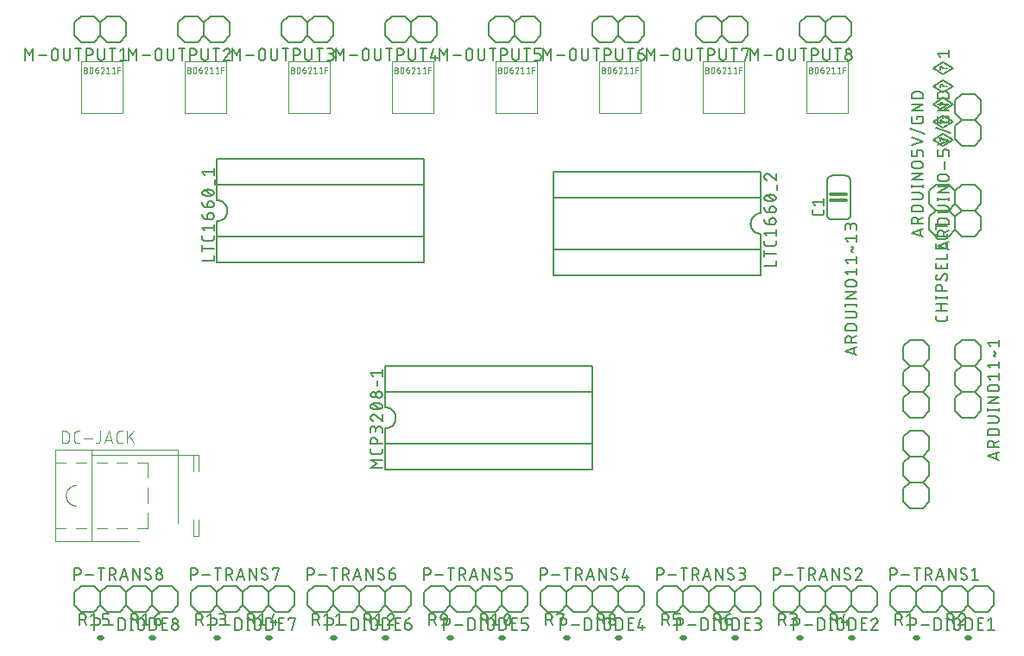
<source format=gbr>
G04 EAGLE Gerber RS-274X export*
G75*
%MOMM*%
%FSLAX34Y34*%
%LPD*%
%INSilkscreen Top*%
%IPPOS*%
%AMOC8*
5,1,8,0,0,1.08239X$1,22.5*%
G01*
%ADD10C,0.152400*%
%ADD11C,0.127000*%
%ADD12C,0.304800*%
%ADD13C,0.508000*%
%ADD14C,0.076200*%
%ADD15C,0.050800*%
%ADD16C,0.100000*%
%ADD17C,0.101600*%


D10*
X914400Y463550D02*
X914400Y476250D01*
X920750Y482600D01*
X933450Y482600D01*
X939800Y476250D01*
X933450Y457200D02*
X920750Y457200D01*
X914400Y463550D01*
X933450Y457200D02*
X939800Y463550D01*
X939800Y476250D01*
X920750Y482600D02*
X914400Y488950D01*
X914400Y501650D01*
X920750Y508000D01*
X933450Y508000D01*
X939800Y501650D01*
X939800Y488950D01*
X933450Y482600D01*
D11*
X908177Y444373D02*
X896747Y448183D01*
X908177Y451993D01*
X905320Y451041D02*
X905320Y445326D01*
X908177Y456902D02*
X896747Y456902D01*
X896747Y460077D01*
X896749Y460188D01*
X896755Y460298D01*
X896764Y460409D01*
X896778Y460519D01*
X896795Y460628D01*
X896816Y460737D01*
X896841Y460845D01*
X896870Y460952D01*
X896902Y461058D01*
X896938Y461163D01*
X896978Y461266D01*
X897021Y461368D01*
X897068Y461469D01*
X897119Y461568D01*
X897172Y461665D01*
X897229Y461759D01*
X897290Y461852D01*
X897353Y461943D01*
X897420Y462032D01*
X897490Y462118D01*
X897563Y462201D01*
X897638Y462283D01*
X897716Y462361D01*
X897798Y462436D01*
X897881Y462509D01*
X897967Y462579D01*
X898056Y462646D01*
X898147Y462709D01*
X898240Y462770D01*
X898335Y462827D01*
X898431Y462880D01*
X898530Y462931D01*
X898631Y462978D01*
X898733Y463021D01*
X898836Y463061D01*
X898941Y463097D01*
X899047Y463129D01*
X899154Y463158D01*
X899262Y463183D01*
X899371Y463204D01*
X899480Y463221D01*
X899590Y463235D01*
X899701Y463244D01*
X899811Y463250D01*
X899922Y463252D01*
X900033Y463250D01*
X900143Y463244D01*
X900254Y463235D01*
X900364Y463221D01*
X900473Y463204D01*
X900582Y463183D01*
X900690Y463158D01*
X900797Y463129D01*
X900903Y463097D01*
X901008Y463061D01*
X901111Y463021D01*
X901213Y462978D01*
X901314Y462931D01*
X901413Y462880D01*
X901510Y462827D01*
X901604Y462770D01*
X901697Y462709D01*
X901788Y462646D01*
X901877Y462579D01*
X901963Y462509D01*
X902046Y462436D01*
X902128Y462361D01*
X902206Y462283D01*
X902281Y462201D01*
X902354Y462118D01*
X902424Y462032D01*
X902491Y461943D01*
X902554Y461852D01*
X902615Y461759D01*
X902672Y461665D01*
X902725Y461568D01*
X902776Y461469D01*
X902823Y461368D01*
X902866Y461266D01*
X902906Y461163D01*
X902942Y461058D01*
X902974Y460952D01*
X903003Y460845D01*
X903028Y460737D01*
X903049Y460628D01*
X903066Y460519D01*
X903080Y460409D01*
X903089Y460298D01*
X903095Y460188D01*
X903097Y460077D01*
X903097Y456902D01*
X903097Y460712D02*
X908177Y463252D01*
X908177Y468630D02*
X896747Y468630D01*
X896747Y471805D01*
X896749Y471916D01*
X896755Y472026D01*
X896764Y472137D01*
X896778Y472247D01*
X896795Y472356D01*
X896816Y472465D01*
X896841Y472573D01*
X896870Y472680D01*
X896902Y472786D01*
X896938Y472891D01*
X896978Y472994D01*
X897021Y473096D01*
X897068Y473197D01*
X897119Y473296D01*
X897172Y473393D01*
X897229Y473487D01*
X897290Y473580D01*
X897353Y473671D01*
X897420Y473760D01*
X897490Y473846D01*
X897563Y473929D01*
X897638Y474011D01*
X897716Y474089D01*
X897798Y474164D01*
X897881Y474237D01*
X897967Y474307D01*
X898056Y474374D01*
X898147Y474437D01*
X898240Y474498D01*
X898335Y474555D01*
X898431Y474608D01*
X898530Y474659D01*
X898631Y474706D01*
X898733Y474749D01*
X898836Y474789D01*
X898941Y474825D01*
X899047Y474857D01*
X899154Y474886D01*
X899262Y474911D01*
X899371Y474932D01*
X899480Y474949D01*
X899590Y474963D01*
X899701Y474972D01*
X899811Y474978D01*
X899922Y474980D01*
X905002Y474980D01*
X905113Y474978D01*
X905223Y474972D01*
X905334Y474963D01*
X905444Y474949D01*
X905553Y474932D01*
X905662Y474911D01*
X905770Y474886D01*
X905877Y474857D01*
X905983Y474825D01*
X906088Y474789D01*
X906191Y474749D01*
X906293Y474706D01*
X906394Y474659D01*
X906493Y474608D01*
X906590Y474555D01*
X906684Y474498D01*
X906777Y474437D01*
X906868Y474374D01*
X906957Y474307D01*
X907043Y474237D01*
X907126Y474164D01*
X907208Y474089D01*
X907286Y474011D01*
X907361Y473929D01*
X907434Y473846D01*
X907504Y473760D01*
X907571Y473671D01*
X907634Y473580D01*
X907695Y473487D01*
X907752Y473393D01*
X907805Y473296D01*
X907856Y473197D01*
X907903Y473096D01*
X907946Y472994D01*
X907986Y472891D01*
X908022Y472786D01*
X908054Y472680D01*
X908083Y472573D01*
X908108Y472465D01*
X908129Y472356D01*
X908146Y472247D01*
X908160Y472137D01*
X908169Y472026D01*
X908175Y471916D01*
X908177Y471805D01*
X908177Y468630D01*
X905002Y480822D02*
X896747Y480822D01*
X905002Y480822D02*
X905113Y480824D01*
X905223Y480830D01*
X905334Y480839D01*
X905444Y480853D01*
X905553Y480870D01*
X905662Y480891D01*
X905770Y480916D01*
X905877Y480945D01*
X905983Y480977D01*
X906088Y481013D01*
X906191Y481053D01*
X906293Y481096D01*
X906394Y481143D01*
X906493Y481194D01*
X906590Y481247D01*
X906684Y481304D01*
X906777Y481365D01*
X906868Y481428D01*
X906957Y481495D01*
X907043Y481565D01*
X907126Y481638D01*
X907208Y481713D01*
X907286Y481791D01*
X907361Y481873D01*
X907434Y481956D01*
X907504Y482042D01*
X907571Y482131D01*
X907634Y482222D01*
X907695Y482315D01*
X907752Y482409D01*
X907805Y482506D01*
X907856Y482605D01*
X907903Y482706D01*
X907946Y482808D01*
X907986Y482911D01*
X908022Y483016D01*
X908054Y483122D01*
X908083Y483229D01*
X908108Y483337D01*
X908129Y483446D01*
X908146Y483555D01*
X908160Y483665D01*
X908169Y483776D01*
X908175Y483886D01*
X908177Y483997D01*
X908175Y484108D01*
X908169Y484218D01*
X908160Y484329D01*
X908146Y484439D01*
X908129Y484548D01*
X908108Y484657D01*
X908083Y484765D01*
X908054Y484872D01*
X908022Y484978D01*
X907986Y485083D01*
X907946Y485186D01*
X907903Y485288D01*
X907856Y485389D01*
X907805Y485488D01*
X907752Y485584D01*
X907695Y485679D01*
X907634Y485772D01*
X907571Y485863D01*
X907504Y485952D01*
X907434Y486038D01*
X907361Y486121D01*
X907286Y486203D01*
X907208Y486281D01*
X907126Y486356D01*
X907043Y486429D01*
X906957Y486499D01*
X906868Y486566D01*
X906777Y486629D01*
X906684Y486690D01*
X906590Y486747D01*
X906493Y486800D01*
X906394Y486851D01*
X906293Y486898D01*
X906191Y486941D01*
X906088Y486981D01*
X905983Y487017D01*
X905877Y487049D01*
X905770Y487078D01*
X905662Y487103D01*
X905553Y487124D01*
X905444Y487141D01*
X905334Y487155D01*
X905223Y487164D01*
X905113Y487170D01*
X905002Y487172D01*
X896747Y487172D01*
X896747Y493522D02*
X908177Y493522D01*
X908177Y492252D02*
X908177Y494792D01*
X896747Y494792D02*
X896747Y492252D01*
X896747Y499872D02*
X908177Y499872D01*
X908177Y506222D02*
X896747Y499872D01*
X896747Y506222D02*
X908177Y506222D01*
X905002Y511683D02*
X899922Y511683D01*
X899811Y511685D01*
X899701Y511691D01*
X899590Y511700D01*
X899480Y511714D01*
X899371Y511731D01*
X899262Y511752D01*
X899154Y511777D01*
X899047Y511806D01*
X898941Y511838D01*
X898836Y511874D01*
X898733Y511914D01*
X898631Y511957D01*
X898530Y512004D01*
X898431Y512055D01*
X898335Y512108D01*
X898240Y512165D01*
X898147Y512226D01*
X898056Y512289D01*
X897967Y512356D01*
X897881Y512426D01*
X897798Y512499D01*
X897716Y512574D01*
X897638Y512652D01*
X897563Y512734D01*
X897490Y512817D01*
X897420Y512903D01*
X897353Y512992D01*
X897290Y513083D01*
X897229Y513176D01*
X897172Y513271D01*
X897119Y513367D01*
X897068Y513466D01*
X897021Y513567D01*
X896978Y513669D01*
X896938Y513772D01*
X896902Y513877D01*
X896870Y513983D01*
X896841Y514090D01*
X896816Y514198D01*
X896795Y514307D01*
X896778Y514416D01*
X896764Y514526D01*
X896755Y514637D01*
X896749Y514747D01*
X896747Y514858D01*
X896749Y514969D01*
X896755Y515079D01*
X896764Y515190D01*
X896778Y515300D01*
X896795Y515409D01*
X896816Y515518D01*
X896841Y515626D01*
X896870Y515733D01*
X896902Y515839D01*
X896938Y515944D01*
X896978Y516047D01*
X897021Y516149D01*
X897068Y516250D01*
X897119Y516349D01*
X897172Y516446D01*
X897229Y516540D01*
X897290Y516633D01*
X897353Y516724D01*
X897420Y516813D01*
X897490Y516899D01*
X897563Y516982D01*
X897638Y517064D01*
X897716Y517142D01*
X897798Y517217D01*
X897881Y517290D01*
X897967Y517360D01*
X898056Y517427D01*
X898147Y517490D01*
X898240Y517551D01*
X898335Y517608D01*
X898431Y517661D01*
X898530Y517712D01*
X898631Y517759D01*
X898733Y517802D01*
X898836Y517842D01*
X898941Y517878D01*
X899047Y517910D01*
X899154Y517939D01*
X899262Y517964D01*
X899371Y517985D01*
X899480Y518002D01*
X899590Y518016D01*
X899701Y518025D01*
X899811Y518031D01*
X899922Y518033D01*
X905002Y518033D01*
X905113Y518031D01*
X905223Y518025D01*
X905334Y518016D01*
X905444Y518002D01*
X905553Y517985D01*
X905662Y517964D01*
X905770Y517939D01*
X905877Y517910D01*
X905983Y517878D01*
X906088Y517842D01*
X906191Y517802D01*
X906293Y517759D01*
X906394Y517712D01*
X906493Y517661D01*
X906590Y517608D01*
X906684Y517551D01*
X906777Y517490D01*
X906868Y517427D01*
X906957Y517360D01*
X907043Y517290D01*
X907126Y517217D01*
X907208Y517142D01*
X907286Y517064D01*
X907361Y516982D01*
X907434Y516899D01*
X907504Y516813D01*
X907571Y516724D01*
X907634Y516633D01*
X907695Y516540D01*
X907752Y516445D01*
X907805Y516349D01*
X907856Y516250D01*
X907903Y516149D01*
X907946Y516047D01*
X907986Y515944D01*
X908022Y515839D01*
X908054Y515733D01*
X908083Y515626D01*
X908108Y515518D01*
X908129Y515409D01*
X908146Y515300D01*
X908160Y515190D01*
X908169Y515079D01*
X908175Y514969D01*
X908177Y514858D01*
X908175Y514747D01*
X908169Y514637D01*
X908160Y514526D01*
X908146Y514416D01*
X908129Y514307D01*
X908108Y514198D01*
X908083Y514090D01*
X908054Y513983D01*
X908022Y513877D01*
X907986Y513772D01*
X907946Y513669D01*
X907903Y513567D01*
X907856Y513466D01*
X907805Y513367D01*
X907752Y513270D01*
X907695Y513176D01*
X907634Y513083D01*
X907571Y512992D01*
X907504Y512903D01*
X907434Y512817D01*
X907361Y512734D01*
X907286Y512652D01*
X907208Y512574D01*
X907126Y512499D01*
X907043Y512426D01*
X906957Y512356D01*
X906868Y512289D01*
X906777Y512226D01*
X906684Y512165D01*
X906590Y512108D01*
X906493Y512055D01*
X906394Y512004D01*
X906293Y511957D01*
X906191Y511914D01*
X906088Y511874D01*
X905983Y511838D01*
X905877Y511806D01*
X905770Y511777D01*
X905662Y511752D01*
X905553Y511731D01*
X905444Y511714D01*
X905334Y511700D01*
X905223Y511691D01*
X905113Y511685D01*
X905002Y511683D01*
X903732Y523240D02*
X903732Y530860D01*
X908177Y536067D02*
X908177Y539877D01*
X908175Y539977D01*
X908169Y540076D01*
X908159Y540176D01*
X908146Y540274D01*
X908128Y540373D01*
X908107Y540470D01*
X908082Y540566D01*
X908053Y540662D01*
X908020Y540756D01*
X907984Y540849D01*
X907944Y540940D01*
X907900Y541030D01*
X907853Y541118D01*
X907803Y541204D01*
X907749Y541288D01*
X907692Y541370D01*
X907632Y541449D01*
X907568Y541527D01*
X907502Y541601D01*
X907433Y541673D01*
X907361Y541742D01*
X907287Y541808D01*
X907209Y541872D01*
X907130Y541932D01*
X907048Y541989D01*
X906964Y542043D01*
X906878Y542093D01*
X906790Y542140D01*
X906700Y542184D01*
X906609Y542224D01*
X906516Y542260D01*
X906422Y542293D01*
X906326Y542322D01*
X906230Y542347D01*
X906133Y542368D01*
X906034Y542386D01*
X905936Y542399D01*
X905836Y542409D01*
X905737Y542415D01*
X905637Y542417D01*
X904367Y542417D01*
X904267Y542415D01*
X904168Y542409D01*
X904068Y542399D01*
X903970Y542386D01*
X903871Y542368D01*
X903774Y542347D01*
X903678Y542322D01*
X903582Y542293D01*
X903488Y542260D01*
X903395Y542224D01*
X903304Y542184D01*
X903214Y542140D01*
X903126Y542093D01*
X903040Y542043D01*
X902956Y541989D01*
X902874Y541932D01*
X902795Y541872D01*
X902717Y541808D01*
X902643Y541742D01*
X902571Y541673D01*
X902502Y541601D01*
X902436Y541527D01*
X902372Y541449D01*
X902312Y541370D01*
X902255Y541288D01*
X902201Y541204D01*
X902151Y541118D01*
X902104Y541030D01*
X902060Y540940D01*
X902020Y540849D01*
X901984Y540756D01*
X901951Y540662D01*
X901922Y540566D01*
X901897Y540470D01*
X901876Y540373D01*
X901858Y540274D01*
X901845Y540176D01*
X901835Y540076D01*
X901829Y539977D01*
X901827Y539877D01*
X901827Y536067D01*
X896747Y536067D01*
X896747Y542417D01*
X896747Y546862D02*
X908177Y550672D01*
X896747Y554482D01*
X895477Y563499D02*
X909447Y558419D01*
X901827Y572897D02*
X901827Y574802D01*
X908177Y574802D01*
X908177Y570992D01*
X908175Y570892D01*
X908169Y570793D01*
X908159Y570693D01*
X908146Y570595D01*
X908128Y570496D01*
X908107Y570399D01*
X908082Y570303D01*
X908053Y570207D01*
X908020Y570113D01*
X907984Y570020D01*
X907944Y569929D01*
X907900Y569839D01*
X907853Y569751D01*
X907803Y569665D01*
X907749Y569581D01*
X907692Y569499D01*
X907632Y569420D01*
X907568Y569342D01*
X907502Y569268D01*
X907433Y569196D01*
X907361Y569127D01*
X907287Y569061D01*
X907209Y568997D01*
X907130Y568937D01*
X907048Y568880D01*
X906964Y568826D01*
X906878Y568776D01*
X906790Y568729D01*
X906700Y568685D01*
X906609Y568645D01*
X906516Y568609D01*
X906422Y568576D01*
X906326Y568547D01*
X906230Y568522D01*
X906133Y568501D01*
X906034Y568483D01*
X905936Y568470D01*
X905836Y568460D01*
X905737Y568454D01*
X905637Y568452D01*
X899287Y568452D01*
X899187Y568454D01*
X899088Y568460D01*
X898988Y568470D01*
X898890Y568483D01*
X898791Y568501D01*
X898694Y568522D01*
X898598Y568547D01*
X898502Y568576D01*
X898408Y568609D01*
X898315Y568645D01*
X898224Y568685D01*
X898134Y568729D01*
X898046Y568776D01*
X897960Y568826D01*
X897876Y568880D01*
X897794Y568937D01*
X897715Y568997D01*
X897637Y569061D01*
X897563Y569127D01*
X897491Y569196D01*
X897422Y569268D01*
X897356Y569342D01*
X897292Y569420D01*
X897232Y569499D01*
X897175Y569581D01*
X897121Y569665D01*
X897071Y569751D01*
X897024Y569839D01*
X896980Y569929D01*
X896940Y570020D01*
X896904Y570113D01*
X896871Y570207D01*
X896842Y570303D01*
X896817Y570399D01*
X896796Y570496D01*
X896778Y570595D01*
X896765Y570693D01*
X896755Y570793D01*
X896749Y570892D01*
X896747Y570992D01*
X896747Y574802D01*
X896747Y580644D02*
X908177Y580644D01*
X908177Y586994D02*
X896747Y580644D01*
X896747Y586994D02*
X908177Y586994D01*
X908177Y592836D02*
X896747Y592836D01*
X896747Y596011D01*
X896749Y596122D01*
X896755Y596232D01*
X896764Y596343D01*
X896778Y596453D01*
X896795Y596562D01*
X896816Y596671D01*
X896841Y596779D01*
X896870Y596886D01*
X896902Y596992D01*
X896938Y597097D01*
X896978Y597200D01*
X897021Y597302D01*
X897068Y597403D01*
X897119Y597502D01*
X897172Y597599D01*
X897229Y597693D01*
X897290Y597786D01*
X897353Y597877D01*
X897420Y597966D01*
X897490Y598052D01*
X897563Y598135D01*
X897638Y598217D01*
X897716Y598295D01*
X897798Y598370D01*
X897881Y598443D01*
X897967Y598513D01*
X898056Y598580D01*
X898147Y598643D01*
X898240Y598704D01*
X898335Y598761D01*
X898431Y598814D01*
X898530Y598865D01*
X898631Y598912D01*
X898733Y598955D01*
X898836Y598995D01*
X898941Y599031D01*
X899047Y599063D01*
X899154Y599092D01*
X899262Y599117D01*
X899371Y599138D01*
X899480Y599155D01*
X899590Y599169D01*
X899701Y599178D01*
X899811Y599184D01*
X899922Y599186D01*
X905002Y599186D01*
X905113Y599184D01*
X905223Y599178D01*
X905334Y599169D01*
X905444Y599155D01*
X905553Y599138D01*
X905662Y599117D01*
X905770Y599092D01*
X905877Y599063D01*
X905983Y599031D01*
X906088Y598995D01*
X906191Y598955D01*
X906293Y598912D01*
X906394Y598865D01*
X906493Y598814D01*
X906590Y598761D01*
X906684Y598704D01*
X906777Y598643D01*
X906868Y598580D01*
X906957Y598513D01*
X907043Y598443D01*
X907126Y598370D01*
X907208Y598295D01*
X907286Y598217D01*
X907361Y598135D01*
X907434Y598052D01*
X907504Y597966D01*
X907571Y597877D01*
X907634Y597786D01*
X907695Y597693D01*
X907752Y597599D01*
X907805Y597502D01*
X907856Y597403D01*
X907903Y597302D01*
X907946Y597200D01*
X907986Y597097D01*
X908022Y596992D01*
X908054Y596886D01*
X908083Y596779D01*
X908108Y596671D01*
X908129Y596562D01*
X908146Y596453D01*
X908160Y596343D01*
X908169Y596232D01*
X908175Y596122D01*
X908177Y596011D01*
X908177Y592836D01*
D10*
X939800Y349250D02*
X939800Y336550D01*
X933450Y330200D01*
X920750Y330200D01*
X914400Y336550D01*
X933450Y330200D02*
X939800Y323850D01*
X939800Y311150D01*
X933450Y304800D01*
X920750Y304800D01*
X914400Y311150D01*
X914400Y323850D01*
X920750Y330200D01*
X920750Y355600D02*
X933450Y355600D01*
X939800Y349250D01*
X920750Y355600D02*
X914400Y349250D01*
X914400Y336550D01*
X933450Y304800D02*
X939800Y298450D01*
X939800Y285750D01*
X933450Y279400D01*
X920750Y279400D01*
X914400Y285750D01*
X914400Y298450D01*
X920750Y304800D01*
D11*
X946023Y241681D02*
X957453Y237871D01*
X957453Y245491D02*
X946023Y241681D01*
X954596Y244539D02*
X954596Y238824D01*
X957453Y250400D02*
X946023Y250400D01*
X946023Y253575D01*
X946025Y253686D01*
X946031Y253796D01*
X946040Y253907D01*
X946054Y254017D01*
X946071Y254126D01*
X946092Y254235D01*
X946117Y254343D01*
X946146Y254450D01*
X946178Y254556D01*
X946214Y254661D01*
X946254Y254764D01*
X946297Y254866D01*
X946344Y254967D01*
X946395Y255066D01*
X946448Y255163D01*
X946505Y255257D01*
X946566Y255350D01*
X946629Y255441D01*
X946696Y255530D01*
X946766Y255616D01*
X946839Y255699D01*
X946914Y255781D01*
X946992Y255859D01*
X947074Y255934D01*
X947157Y256007D01*
X947243Y256077D01*
X947332Y256144D01*
X947423Y256207D01*
X947516Y256268D01*
X947611Y256325D01*
X947707Y256378D01*
X947806Y256429D01*
X947907Y256476D01*
X948009Y256519D01*
X948112Y256559D01*
X948217Y256595D01*
X948323Y256627D01*
X948430Y256656D01*
X948538Y256681D01*
X948647Y256702D01*
X948756Y256719D01*
X948866Y256733D01*
X948977Y256742D01*
X949087Y256748D01*
X949198Y256750D01*
X949309Y256748D01*
X949419Y256742D01*
X949530Y256733D01*
X949640Y256719D01*
X949749Y256702D01*
X949858Y256681D01*
X949966Y256656D01*
X950073Y256627D01*
X950179Y256595D01*
X950284Y256559D01*
X950387Y256519D01*
X950489Y256476D01*
X950590Y256429D01*
X950689Y256378D01*
X950786Y256325D01*
X950880Y256268D01*
X950973Y256207D01*
X951064Y256144D01*
X951153Y256077D01*
X951239Y256007D01*
X951322Y255934D01*
X951404Y255859D01*
X951482Y255781D01*
X951557Y255699D01*
X951630Y255616D01*
X951700Y255530D01*
X951767Y255441D01*
X951830Y255350D01*
X951891Y255257D01*
X951948Y255163D01*
X952001Y255066D01*
X952052Y254967D01*
X952099Y254866D01*
X952142Y254764D01*
X952182Y254661D01*
X952218Y254556D01*
X952250Y254450D01*
X952279Y254343D01*
X952304Y254235D01*
X952325Y254126D01*
X952342Y254017D01*
X952356Y253907D01*
X952365Y253796D01*
X952371Y253686D01*
X952373Y253575D01*
X952373Y250400D01*
X952373Y254210D02*
X957453Y256750D01*
X957453Y262128D02*
X946023Y262128D01*
X946023Y265303D01*
X946025Y265414D01*
X946031Y265524D01*
X946040Y265635D01*
X946054Y265745D01*
X946071Y265854D01*
X946092Y265963D01*
X946117Y266071D01*
X946146Y266178D01*
X946178Y266284D01*
X946214Y266389D01*
X946254Y266492D01*
X946297Y266594D01*
X946344Y266695D01*
X946395Y266794D01*
X946448Y266891D01*
X946505Y266985D01*
X946566Y267078D01*
X946629Y267169D01*
X946696Y267258D01*
X946766Y267344D01*
X946839Y267427D01*
X946914Y267509D01*
X946992Y267587D01*
X947074Y267662D01*
X947157Y267735D01*
X947243Y267805D01*
X947332Y267872D01*
X947423Y267935D01*
X947516Y267996D01*
X947611Y268053D01*
X947707Y268106D01*
X947806Y268157D01*
X947907Y268204D01*
X948009Y268247D01*
X948112Y268287D01*
X948217Y268323D01*
X948323Y268355D01*
X948430Y268384D01*
X948538Y268409D01*
X948647Y268430D01*
X948756Y268447D01*
X948866Y268461D01*
X948977Y268470D01*
X949087Y268476D01*
X949198Y268478D01*
X954278Y268478D01*
X954389Y268476D01*
X954499Y268470D01*
X954610Y268461D01*
X954720Y268447D01*
X954829Y268430D01*
X954938Y268409D01*
X955046Y268384D01*
X955153Y268355D01*
X955259Y268323D01*
X955364Y268287D01*
X955467Y268247D01*
X955569Y268204D01*
X955670Y268157D01*
X955769Y268106D01*
X955866Y268053D01*
X955960Y267996D01*
X956053Y267935D01*
X956144Y267872D01*
X956233Y267805D01*
X956319Y267735D01*
X956402Y267662D01*
X956484Y267587D01*
X956562Y267509D01*
X956637Y267427D01*
X956710Y267344D01*
X956780Y267258D01*
X956847Y267169D01*
X956910Y267078D01*
X956971Y266985D01*
X957028Y266891D01*
X957081Y266794D01*
X957132Y266695D01*
X957179Y266594D01*
X957222Y266492D01*
X957262Y266389D01*
X957298Y266284D01*
X957330Y266178D01*
X957359Y266071D01*
X957384Y265963D01*
X957405Y265854D01*
X957422Y265745D01*
X957436Y265635D01*
X957445Y265524D01*
X957451Y265414D01*
X957453Y265303D01*
X957453Y262128D01*
X954278Y274320D02*
X946023Y274320D01*
X954278Y274320D02*
X954389Y274322D01*
X954499Y274328D01*
X954610Y274337D01*
X954720Y274351D01*
X954829Y274368D01*
X954938Y274389D01*
X955046Y274414D01*
X955153Y274443D01*
X955259Y274475D01*
X955364Y274511D01*
X955467Y274551D01*
X955569Y274594D01*
X955670Y274641D01*
X955769Y274692D01*
X955866Y274745D01*
X955960Y274802D01*
X956053Y274863D01*
X956144Y274926D01*
X956233Y274993D01*
X956319Y275063D01*
X956402Y275136D01*
X956484Y275211D01*
X956562Y275289D01*
X956637Y275371D01*
X956710Y275454D01*
X956780Y275540D01*
X956847Y275629D01*
X956910Y275720D01*
X956971Y275813D01*
X957028Y275907D01*
X957081Y276004D01*
X957132Y276103D01*
X957179Y276204D01*
X957222Y276306D01*
X957262Y276409D01*
X957298Y276514D01*
X957330Y276620D01*
X957359Y276727D01*
X957384Y276835D01*
X957405Y276944D01*
X957422Y277053D01*
X957436Y277163D01*
X957445Y277274D01*
X957451Y277384D01*
X957453Y277495D01*
X957451Y277606D01*
X957445Y277716D01*
X957436Y277827D01*
X957422Y277937D01*
X957405Y278046D01*
X957384Y278155D01*
X957359Y278263D01*
X957330Y278370D01*
X957298Y278476D01*
X957262Y278581D01*
X957222Y278684D01*
X957179Y278786D01*
X957132Y278887D01*
X957081Y278986D01*
X957028Y279082D01*
X956971Y279177D01*
X956910Y279270D01*
X956847Y279361D01*
X956780Y279450D01*
X956710Y279536D01*
X956637Y279619D01*
X956562Y279701D01*
X956484Y279779D01*
X956402Y279854D01*
X956319Y279927D01*
X956233Y279997D01*
X956144Y280064D01*
X956053Y280127D01*
X955960Y280188D01*
X955866Y280245D01*
X955769Y280298D01*
X955670Y280349D01*
X955569Y280396D01*
X955467Y280439D01*
X955364Y280479D01*
X955259Y280515D01*
X955153Y280547D01*
X955046Y280576D01*
X954938Y280601D01*
X954829Y280622D01*
X954720Y280639D01*
X954610Y280653D01*
X954499Y280662D01*
X954389Y280668D01*
X954278Y280670D01*
X946023Y280670D01*
X946023Y287020D02*
X957453Y287020D01*
X957453Y285750D02*
X957453Y288290D01*
X946023Y288290D02*
X946023Y285750D01*
X946023Y293370D02*
X957453Y293370D01*
X957453Y299720D02*
X946023Y293370D01*
X946023Y299720D02*
X957453Y299720D01*
X954278Y305181D02*
X949198Y305181D01*
X949087Y305183D01*
X948977Y305189D01*
X948866Y305198D01*
X948756Y305212D01*
X948647Y305229D01*
X948538Y305250D01*
X948430Y305275D01*
X948323Y305304D01*
X948217Y305336D01*
X948112Y305372D01*
X948009Y305412D01*
X947907Y305455D01*
X947806Y305502D01*
X947707Y305553D01*
X947611Y305606D01*
X947516Y305663D01*
X947423Y305724D01*
X947332Y305787D01*
X947243Y305854D01*
X947157Y305924D01*
X947074Y305997D01*
X946992Y306072D01*
X946914Y306150D01*
X946839Y306232D01*
X946766Y306315D01*
X946696Y306401D01*
X946629Y306490D01*
X946566Y306581D01*
X946505Y306674D01*
X946448Y306769D01*
X946395Y306865D01*
X946344Y306964D01*
X946297Y307065D01*
X946254Y307167D01*
X946214Y307270D01*
X946178Y307375D01*
X946146Y307481D01*
X946117Y307588D01*
X946092Y307696D01*
X946071Y307805D01*
X946054Y307914D01*
X946040Y308024D01*
X946031Y308135D01*
X946025Y308245D01*
X946023Y308356D01*
X946025Y308467D01*
X946031Y308577D01*
X946040Y308688D01*
X946054Y308798D01*
X946071Y308907D01*
X946092Y309016D01*
X946117Y309124D01*
X946146Y309231D01*
X946178Y309337D01*
X946214Y309442D01*
X946254Y309545D01*
X946297Y309647D01*
X946344Y309748D01*
X946395Y309847D01*
X946448Y309944D01*
X946505Y310038D01*
X946566Y310131D01*
X946629Y310222D01*
X946696Y310311D01*
X946766Y310397D01*
X946839Y310480D01*
X946914Y310562D01*
X946992Y310640D01*
X947074Y310715D01*
X947157Y310788D01*
X947243Y310858D01*
X947332Y310925D01*
X947423Y310988D01*
X947516Y311049D01*
X947611Y311106D01*
X947707Y311159D01*
X947806Y311210D01*
X947907Y311257D01*
X948009Y311300D01*
X948112Y311340D01*
X948217Y311376D01*
X948323Y311408D01*
X948430Y311437D01*
X948538Y311462D01*
X948647Y311483D01*
X948756Y311500D01*
X948866Y311514D01*
X948977Y311523D01*
X949087Y311529D01*
X949198Y311531D01*
X954278Y311531D01*
X954389Y311529D01*
X954499Y311523D01*
X954610Y311514D01*
X954720Y311500D01*
X954829Y311483D01*
X954938Y311462D01*
X955046Y311437D01*
X955153Y311408D01*
X955259Y311376D01*
X955364Y311340D01*
X955467Y311300D01*
X955569Y311257D01*
X955670Y311210D01*
X955769Y311159D01*
X955866Y311106D01*
X955960Y311049D01*
X956053Y310988D01*
X956144Y310925D01*
X956233Y310858D01*
X956319Y310788D01*
X956402Y310715D01*
X956484Y310640D01*
X956562Y310562D01*
X956637Y310480D01*
X956710Y310397D01*
X956780Y310311D01*
X956847Y310222D01*
X956910Y310131D01*
X956971Y310038D01*
X957028Y309943D01*
X957081Y309847D01*
X957132Y309748D01*
X957179Y309647D01*
X957222Y309545D01*
X957262Y309442D01*
X957298Y309337D01*
X957330Y309231D01*
X957359Y309124D01*
X957384Y309016D01*
X957405Y308907D01*
X957422Y308798D01*
X957436Y308688D01*
X957445Y308577D01*
X957451Y308467D01*
X957453Y308356D01*
X957451Y308245D01*
X957445Y308135D01*
X957436Y308024D01*
X957422Y307914D01*
X957405Y307805D01*
X957384Y307696D01*
X957359Y307588D01*
X957330Y307481D01*
X957298Y307375D01*
X957262Y307270D01*
X957222Y307167D01*
X957179Y307065D01*
X957132Y306964D01*
X957081Y306865D01*
X957028Y306768D01*
X956971Y306674D01*
X956910Y306581D01*
X956847Y306490D01*
X956780Y306401D01*
X956710Y306315D01*
X956637Y306232D01*
X956562Y306150D01*
X956484Y306072D01*
X956402Y305997D01*
X956319Y305924D01*
X956233Y305854D01*
X956144Y305787D01*
X956053Y305724D01*
X955960Y305663D01*
X955866Y305606D01*
X955769Y305553D01*
X955670Y305502D01*
X955569Y305455D01*
X955467Y305412D01*
X955364Y305372D01*
X955259Y305336D01*
X955153Y305304D01*
X955046Y305275D01*
X954938Y305250D01*
X954829Y305229D01*
X954720Y305212D01*
X954610Y305198D01*
X954499Y305189D01*
X954389Y305183D01*
X954278Y305181D01*
X948563Y316611D02*
X946023Y319786D01*
X957453Y319786D01*
X957453Y316611D02*
X957453Y322961D01*
X948563Y328041D02*
X946023Y331216D01*
X957453Y331216D01*
X957453Y328041D02*
X957453Y334391D01*
X953643Y339344D02*
X953574Y339346D01*
X953506Y339351D01*
X953438Y339361D01*
X953370Y339374D01*
X953303Y339390D01*
X953237Y339410D01*
X953173Y339434D01*
X953110Y339461D01*
X953048Y339492D01*
X952988Y339526D01*
X952930Y339563D01*
X952874Y339603D01*
X952821Y339646D01*
X952770Y339692D01*
X952721Y339741D01*
X952675Y339792D01*
X952632Y339845D01*
X952592Y339901D01*
X952555Y339959D01*
X952521Y340019D01*
X952490Y340081D01*
X952463Y340144D01*
X952439Y340208D01*
X952419Y340274D01*
X952403Y340341D01*
X952390Y340409D01*
X952380Y340477D01*
X952375Y340545D01*
X952373Y340614D01*
X952375Y340691D01*
X952381Y340769D01*
X952390Y340846D01*
X952403Y340922D01*
X952420Y340998D01*
X952441Y341072D01*
X952465Y341146D01*
X952493Y341218D01*
X952524Y341289D01*
X952558Y341359D01*
X952596Y341426D01*
X952638Y341492D01*
X952682Y341555D01*
X952729Y341617D01*
X952780Y341675D01*
X952833Y341732D01*
X952889Y341785D01*
X952947Y341836D01*
X953008Y341884D01*
X953009Y341884D02*
X953070Y341932D01*
X953128Y341983D01*
X953184Y342036D01*
X953237Y342093D01*
X953288Y342151D01*
X953335Y342213D01*
X953379Y342276D01*
X953421Y342342D01*
X953459Y342409D01*
X953493Y342479D01*
X953524Y342550D01*
X953552Y342622D01*
X953576Y342696D01*
X953597Y342770D01*
X953614Y342846D01*
X953627Y342922D01*
X953636Y342999D01*
X953642Y343077D01*
X953644Y343154D01*
X953643Y343154D02*
X953641Y343223D01*
X953636Y343291D01*
X953626Y343359D01*
X953613Y343427D01*
X953597Y343494D01*
X953577Y343560D01*
X953553Y343624D01*
X953526Y343687D01*
X953495Y343749D01*
X953461Y343809D01*
X953424Y343867D01*
X953384Y343923D01*
X953341Y343976D01*
X953295Y344027D01*
X953246Y344076D01*
X953195Y344122D01*
X953142Y344165D01*
X953086Y344205D01*
X953028Y344242D01*
X952968Y344276D01*
X952906Y344307D01*
X952843Y344334D01*
X952779Y344358D01*
X952713Y344378D01*
X952646Y344394D01*
X952578Y344407D01*
X952510Y344417D01*
X952442Y344422D01*
X952373Y344424D01*
X948563Y349377D02*
X946023Y352552D01*
X957453Y352552D01*
X957453Y349377D02*
X957453Y355727D01*
D10*
X889000Y349250D02*
X889000Y336550D01*
X882650Y330200D01*
X869950Y330200D01*
X863600Y336550D01*
X882650Y330200D02*
X889000Y323850D01*
X889000Y311150D01*
X882650Y304800D01*
X869950Y304800D01*
X863600Y311150D01*
X863600Y323850D01*
X869950Y330200D01*
X869950Y355600D02*
X882650Y355600D01*
X889000Y349250D01*
X869950Y355600D02*
X863600Y349250D01*
X863600Y336550D01*
X882650Y304800D02*
X889000Y298450D01*
X889000Y285750D01*
X882650Y279400D01*
X869950Y279400D01*
X863600Y285750D01*
X863600Y298450D01*
X869950Y304800D01*
D11*
X817753Y340741D02*
X806323Y344551D01*
X817753Y348361D01*
X814896Y347409D02*
X814896Y341694D01*
X817753Y353270D02*
X806323Y353270D01*
X806323Y356445D01*
X806325Y356556D01*
X806331Y356666D01*
X806340Y356777D01*
X806354Y356887D01*
X806371Y356996D01*
X806392Y357105D01*
X806417Y357213D01*
X806446Y357320D01*
X806478Y357426D01*
X806514Y357531D01*
X806554Y357634D01*
X806597Y357736D01*
X806644Y357837D01*
X806695Y357936D01*
X806748Y358033D01*
X806805Y358127D01*
X806866Y358220D01*
X806929Y358311D01*
X806996Y358400D01*
X807066Y358486D01*
X807139Y358569D01*
X807214Y358651D01*
X807292Y358729D01*
X807374Y358804D01*
X807457Y358877D01*
X807543Y358947D01*
X807632Y359014D01*
X807723Y359077D01*
X807816Y359138D01*
X807911Y359195D01*
X808007Y359248D01*
X808106Y359299D01*
X808207Y359346D01*
X808309Y359389D01*
X808412Y359429D01*
X808517Y359465D01*
X808623Y359497D01*
X808730Y359526D01*
X808838Y359551D01*
X808947Y359572D01*
X809056Y359589D01*
X809166Y359603D01*
X809277Y359612D01*
X809387Y359618D01*
X809498Y359620D01*
X809609Y359618D01*
X809719Y359612D01*
X809830Y359603D01*
X809940Y359589D01*
X810049Y359572D01*
X810158Y359551D01*
X810266Y359526D01*
X810373Y359497D01*
X810479Y359465D01*
X810584Y359429D01*
X810687Y359389D01*
X810789Y359346D01*
X810890Y359299D01*
X810989Y359248D01*
X811086Y359195D01*
X811180Y359138D01*
X811273Y359077D01*
X811364Y359014D01*
X811453Y358947D01*
X811539Y358877D01*
X811622Y358804D01*
X811704Y358729D01*
X811782Y358651D01*
X811857Y358569D01*
X811930Y358486D01*
X812000Y358400D01*
X812067Y358311D01*
X812130Y358220D01*
X812191Y358127D01*
X812248Y358033D01*
X812301Y357936D01*
X812352Y357837D01*
X812399Y357736D01*
X812442Y357634D01*
X812482Y357531D01*
X812518Y357426D01*
X812550Y357320D01*
X812579Y357213D01*
X812604Y357105D01*
X812625Y356996D01*
X812642Y356887D01*
X812656Y356777D01*
X812665Y356666D01*
X812671Y356556D01*
X812673Y356445D01*
X812673Y353270D01*
X812673Y357080D02*
X817753Y359620D01*
X817753Y364998D02*
X806323Y364998D01*
X806323Y368173D01*
X806325Y368284D01*
X806331Y368394D01*
X806340Y368505D01*
X806354Y368615D01*
X806371Y368724D01*
X806392Y368833D01*
X806417Y368941D01*
X806446Y369048D01*
X806478Y369154D01*
X806514Y369259D01*
X806554Y369362D01*
X806597Y369464D01*
X806644Y369565D01*
X806695Y369664D01*
X806748Y369761D01*
X806805Y369855D01*
X806866Y369948D01*
X806929Y370039D01*
X806996Y370128D01*
X807066Y370214D01*
X807139Y370297D01*
X807214Y370379D01*
X807292Y370457D01*
X807374Y370532D01*
X807457Y370605D01*
X807543Y370675D01*
X807632Y370742D01*
X807723Y370805D01*
X807816Y370866D01*
X807911Y370923D01*
X808007Y370976D01*
X808106Y371027D01*
X808207Y371074D01*
X808309Y371117D01*
X808412Y371157D01*
X808517Y371193D01*
X808623Y371225D01*
X808730Y371254D01*
X808838Y371279D01*
X808947Y371300D01*
X809056Y371317D01*
X809166Y371331D01*
X809277Y371340D01*
X809387Y371346D01*
X809498Y371348D01*
X814578Y371348D01*
X814689Y371346D01*
X814799Y371340D01*
X814910Y371331D01*
X815020Y371317D01*
X815129Y371300D01*
X815238Y371279D01*
X815346Y371254D01*
X815453Y371225D01*
X815559Y371193D01*
X815664Y371157D01*
X815767Y371117D01*
X815869Y371074D01*
X815970Y371027D01*
X816069Y370976D01*
X816166Y370923D01*
X816260Y370866D01*
X816353Y370805D01*
X816444Y370742D01*
X816533Y370675D01*
X816619Y370605D01*
X816702Y370532D01*
X816784Y370457D01*
X816862Y370379D01*
X816937Y370297D01*
X817010Y370214D01*
X817080Y370128D01*
X817147Y370039D01*
X817210Y369948D01*
X817271Y369855D01*
X817328Y369761D01*
X817381Y369664D01*
X817432Y369565D01*
X817479Y369464D01*
X817522Y369362D01*
X817562Y369259D01*
X817598Y369154D01*
X817630Y369048D01*
X817659Y368941D01*
X817684Y368833D01*
X817705Y368724D01*
X817722Y368615D01*
X817736Y368505D01*
X817745Y368394D01*
X817751Y368284D01*
X817753Y368173D01*
X817753Y364998D01*
X814578Y377190D02*
X806323Y377190D01*
X814578Y377190D02*
X814689Y377192D01*
X814799Y377198D01*
X814910Y377207D01*
X815020Y377221D01*
X815129Y377238D01*
X815238Y377259D01*
X815346Y377284D01*
X815453Y377313D01*
X815559Y377345D01*
X815664Y377381D01*
X815767Y377421D01*
X815869Y377464D01*
X815970Y377511D01*
X816069Y377562D01*
X816166Y377615D01*
X816260Y377672D01*
X816353Y377733D01*
X816444Y377796D01*
X816533Y377863D01*
X816619Y377933D01*
X816702Y378006D01*
X816784Y378081D01*
X816862Y378159D01*
X816937Y378241D01*
X817010Y378324D01*
X817080Y378410D01*
X817147Y378499D01*
X817210Y378590D01*
X817271Y378683D01*
X817328Y378777D01*
X817381Y378874D01*
X817432Y378973D01*
X817479Y379074D01*
X817522Y379176D01*
X817562Y379279D01*
X817598Y379384D01*
X817630Y379490D01*
X817659Y379597D01*
X817684Y379705D01*
X817705Y379814D01*
X817722Y379923D01*
X817736Y380033D01*
X817745Y380144D01*
X817751Y380254D01*
X817753Y380365D01*
X817751Y380476D01*
X817745Y380586D01*
X817736Y380697D01*
X817722Y380807D01*
X817705Y380916D01*
X817684Y381025D01*
X817659Y381133D01*
X817630Y381240D01*
X817598Y381346D01*
X817562Y381451D01*
X817522Y381554D01*
X817479Y381656D01*
X817432Y381757D01*
X817381Y381856D01*
X817328Y381952D01*
X817271Y382047D01*
X817210Y382140D01*
X817147Y382231D01*
X817080Y382320D01*
X817010Y382406D01*
X816937Y382489D01*
X816862Y382571D01*
X816784Y382649D01*
X816702Y382724D01*
X816619Y382797D01*
X816533Y382867D01*
X816444Y382934D01*
X816353Y382997D01*
X816260Y383058D01*
X816166Y383115D01*
X816069Y383168D01*
X815970Y383219D01*
X815869Y383266D01*
X815767Y383309D01*
X815664Y383349D01*
X815559Y383385D01*
X815453Y383417D01*
X815346Y383446D01*
X815238Y383471D01*
X815129Y383492D01*
X815020Y383509D01*
X814910Y383523D01*
X814799Y383532D01*
X814689Y383538D01*
X814578Y383540D01*
X806323Y383540D01*
X806323Y389890D02*
X817753Y389890D01*
X817753Y388620D02*
X817753Y391160D01*
X806323Y391160D02*
X806323Y388620D01*
X806323Y396240D02*
X817753Y396240D01*
X817753Y402590D02*
X806323Y396240D01*
X806323Y402590D02*
X817753Y402590D01*
X814578Y408051D02*
X809498Y408051D01*
X809387Y408053D01*
X809277Y408059D01*
X809166Y408068D01*
X809056Y408082D01*
X808947Y408099D01*
X808838Y408120D01*
X808730Y408145D01*
X808623Y408174D01*
X808517Y408206D01*
X808412Y408242D01*
X808309Y408282D01*
X808207Y408325D01*
X808106Y408372D01*
X808007Y408423D01*
X807911Y408476D01*
X807816Y408533D01*
X807723Y408594D01*
X807632Y408657D01*
X807543Y408724D01*
X807457Y408794D01*
X807374Y408867D01*
X807292Y408942D01*
X807214Y409020D01*
X807139Y409102D01*
X807066Y409185D01*
X806996Y409271D01*
X806929Y409360D01*
X806866Y409451D01*
X806805Y409544D01*
X806748Y409639D01*
X806695Y409735D01*
X806644Y409834D01*
X806597Y409935D01*
X806554Y410037D01*
X806514Y410140D01*
X806478Y410245D01*
X806446Y410351D01*
X806417Y410458D01*
X806392Y410566D01*
X806371Y410675D01*
X806354Y410784D01*
X806340Y410894D01*
X806331Y411005D01*
X806325Y411115D01*
X806323Y411226D01*
X806325Y411337D01*
X806331Y411447D01*
X806340Y411558D01*
X806354Y411668D01*
X806371Y411777D01*
X806392Y411886D01*
X806417Y411994D01*
X806446Y412101D01*
X806478Y412207D01*
X806514Y412312D01*
X806554Y412415D01*
X806597Y412517D01*
X806644Y412618D01*
X806695Y412717D01*
X806748Y412814D01*
X806805Y412908D01*
X806866Y413001D01*
X806929Y413092D01*
X806996Y413181D01*
X807066Y413267D01*
X807139Y413350D01*
X807214Y413432D01*
X807292Y413510D01*
X807374Y413585D01*
X807457Y413658D01*
X807543Y413728D01*
X807632Y413795D01*
X807723Y413858D01*
X807816Y413919D01*
X807911Y413976D01*
X808007Y414029D01*
X808106Y414080D01*
X808207Y414127D01*
X808309Y414170D01*
X808412Y414210D01*
X808517Y414246D01*
X808623Y414278D01*
X808730Y414307D01*
X808838Y414332D01*
X808947Y414353D01*
X809056Y414370D01*
X809166Y414384D01*
X809277Y414393D01*
X809387Y414399D01*
X809498Y414401D01*
X814578Y414401D01*
X814689Y414399D01*
X814799Y414393D01*
X814910Y414384D01*
X815020Y414370D01*
X815129Y414353D01*
X815238Y414332D01*
X815346Y414307D01*
X815453Y414278D01*
X815559Y414246D01*
X815664Y414210D01*
X815767Y414170D01*
X815869Y414127D01*
X815970Y414080D01*
X816069Y414029D01*
X816166Y413976D01*
X816260Y413919D01*
X816353Y413858D01*
X816444Y413795D01*
X816533Y413728D01*
X816619Y413658D01*
X816702Y413585D01*
X816784Y413510D01*
X816862Y413432D01*
X816937Y413350D01*
X817010Y413267D01*
X817080Y413181D01*
X817147Y413092D01*
X817210Y413001D01*
X817271Y412908D01*
X817328Y412813D01*
X817381Y412717D01*
X817432Y412618D01*
X817479Y412517D01*
X817522Y412415D01*
X817562Y412312D01*
X817598Y412207D01*
X817630Y412101D01*
X817659Y411994D01*
X817684Y411886D01*
X817705Y411777D01*
X817722Y411668D01*
X817736Y411558D01*
X817745Y411447D01*
X817751Y411337D01*
X817753Y411226D01*
X817751Y411115D01*
X817745Y411005D01*
X817736Y410894D01*
X817722Y410784D01*
X817705Y410675D01*
X817684Y410566D01*
X817659Y410458D01*
X817630Y410351D01*
X817598Y410245D01*
X817562Y410140D01*
X817522Y410037D01*
X817479Y409935D01*
X817432Y409834D01*
X817381Y409735D01*
X817328Y409638D01*
X817271Y409544D01*
X817210Y409451D01*
X817147Y409360D01*
X817080Y409271D01*
X817010Y409185D01*
X816937Y409102D01*
X816862Y409020D01*
X816784Y408942D01*
X816702Y408867D01*
X816619Y408794D01*
X816533Y408724D01*
X816444Y408657D01*
X816353Y408594D01*
X816260Y408533D01*
X816166Y408476D01*
X816069Y408423D01*
X815970Y408372D01*
X815869Y408325D01*
X815767Y408282D01*
X815664Y408242D01*
X815559Y408206D01*
X815453Y408174D01*
X815346Y408145D01*
X815238Y408120D01*
X815129Y408099D01*
X815020Y408082D01*
X814910Y408068D01*
X814799Y408059D01*
X814689Y408053D01*
X814578Y408051D01*
X808863Y419481D02*
X806323Y422656D01*
X817753Y422656D01*
X817753Y419481D02*
X817753Y425831D01*
X808863Y430911D02*
X806323Y434086D01*
X817753Y434086D01*
X817753Y430911D02*
X817753Y437261D01*
X813943Y442214D02*
X813874Y442216D01*
X813806Y442221D01*
X813738Y442231D01*
X813670Y442244D01*
X813603Y442260D01*
X813537Y442280D01*
X813473Y442304D01*
X813410Y442331D01*
X813348Y442362D01*
X813288Y442396D01*
X813230Y442433D01*
X813174Y442473D01*
X813121Y442516D01*
X813070Y442562D01*
X813021Y442611D01*
X812975Y442662D01*
X812932Y442715D01*
X812892Y442771D01*
X812855Y442829D01*
X812821Y442889D01*
X812790Y442951D01*
X812763Y443014D01*
X812739Y443078D01*
X812719Y443144D01*
X812703Y443211D01*
X812690Y443279D01*
X812680Y443347D01*
X812675Y443415D01*
X812673Y443484D01*
X812675Y443561D01*
X812681Y443639D01*
X812690Y443716D01*
X812703Y443792D01*
X812720Y443868D01*
X812741Y443942D01*
X812765Y444016D01*
X812793Y444088D01*
X812824Y444159D01*
X812858Y444229D01*
X812896Y444296D01*
X812938Y444362D01*
X812982Y444425D01*
X813029Y444487D01*
X813080Y444545D01*
X813133Y444602D01*
X813189Y444655D01*
X813247Y444706D01*
X813308Y444754D01*
X813309Y444754D02*
X813370Y444802D01*
X813428Y444853D01*
X813484Y444906D01*
X813537Y444963D01*
X813588Y445021D01*
X813635Y445083D01*
X813679Y445146D01*
X813721Y445212D01*
X813759Y445279D01*
X813793Y445349D01*
X813824Y445420D01*
X813852Y445492D01*
X813876Y445566D01*
X813897Y445640D01*
X813914Y445716D01*
X813927Y445792D01*
X813936Y445869D01*
X813942Y445947D01*
X813944Y446024D01*
X813943Y446024D02*
X813941Y446093D01*
X813936Y446161D01*
X813926Y446229D01*
X813913Y446297D01*
X813897Y446364D01*
X813877Y446430D01*
X813853Y446494D01*
X813826Y446557D01*
X813795Y446619D01*
X813761Y446679D01*
X813724Y446737D01*
X813684Y446793D01*
X813641Y446846D01*
X813595Y446897D01*
X813546Y446946D01*
X813495Y446992D01*
X813442Y447035D01*
X813386Y447075D01*
X813328Y447112D01*
X813268Y447146D01*
X813206Y447177D01*
X813143Y447204D01*
X813079Y447228D01*
X813013Y447248D01*
X812946Y447264D01*
X812878Y447277D01*
X812810Y447287D01*
X812742Y447292D01*
X812673Y447294D01*
X808863Y452247D02*
X806323Y455422D01*
X817753Y455422D01*
X817753Y452247D02*
X817753Y458597D01*
X817753Y463677D02*
X817753Y466852D01*
X817751Y466963D01*
X817745Y467073D01*
X817736Y467184D01*
X817722Y467294D01*
X817705Y467403D01*
X817684Y467512D01*
X817659Y467620D01*
X817630Y467727D01*
X817598Y467833D01*
X817562Y467938D01*
X817522Y468041D01*
X817479Y468143D01*
X817432Y468244D01*
X817381Y468343D01*
X817328Y468440D01*
X817271Y468534D01*
X817210Y468627D01*
X817147Y468718D01*
X817080Y468807D01*
X817010Y468893D01*
X816937Y468976D01*
X816862Y469058D01*
X816784Y469136D01*
X816702Y469211D01*
X816619Y469284D01*
X816533Y469354D01*
X816444Y469421D01*
X816353Y469484D01*
X816260Y469545D01*
X816166Y469602D01*
X816069Y469655D01*
X815970Y469706D01*
X815869Y469753D01*
X815767Y469796D01*
X815664Y469836D01*
X815559Y469872D01*
X815453Y469904D01*
X815346Y469933D01*
X815238Y469958D01*
X815129Y469979D01*
X815020Y469996D01*
X814910Y470010D01*
X814799Y470019D01*
X814689Y470025D01*
X814578Y470027D01*
X814467Y470025D01*
X814357Y470019D01*
X814246Y470010D01*
X814136Y469996D01*
X814027Y469979D01*
X813918Y469958D01*
X813810Y469933D01*
X813703Y469904D01*
X813597Y469872D01*
X813492Y469836D01*
X813389Y469796D01*
X813287Y469753D01*
X813186Y469706D01*
X813087Y469655D01*
X812991Y469602D01*
X812896Y469545D01*
X812803Y469484D01*
X812712Y469421D01*
X812623Y469354D01*
X812537Y469284D01*
X812454Y469211D01*
X812372Y469136D01*
X812294Y469058D01*
X812219Y468976D01*
X812146Y468893D01*
X812076Y468807D01*
X812009Y468718D01*
X811946Y468627D01*
X811885Y468534D01*
X811828Y468440D01*
X811775Y468343D01*
X811724Y468244D01*
X811677Y468143D01*
X811634Y468041D01*
X811594Y467938D01*
X811558Y467833D01*
X811526Y467727D01*
X811497Y467620D01*
X811472Y467512D01*
X811451Y467403D01*
X811434Y467294D01*
X811420Y467184D01*
X811411Y467073D01*
X811405Y466963D01*
X811403Y466852D01*
X806323Y467487D02*
X806323Y463677D01*
X806323Y467487D02*
X806325Y467587D01*
X806331Y467686D01*
X806341Y467786D01*
X806354Y467884D01*
X806372Y467983D01*
X806393Y468080D01*
X806418Y468176D01*
X806447Y468272D01*
X806480Y468366D01*
X806516Y468459D01*
X806556Y468550D01*
X806600Y468640D01*
X806647Y468728D01*
X806697Y468814D01*
X806751Y468898D01*
X806808Y468980D01*
X806868Y469059D01*
X806932Y469137D01*
X806998Y469211D01*
X807067Y469283D01*
X807139Y469352D01*
X807213Y469418D01*
X807291Y469482D01*
X807370Y469542D01*
X807452Y469599D01*
X807536Y469653D01*
X807622Y469703D01*
X807710Y469750D01*
X807800Y469794D01*
X807891Y469834D01*
X807984Y469870D01*
X808078Y469903D01*
X808174Y469932D01*
X808270Y469957D01*
X808367Y469978D01*
X808466Y469996D01*
X808564Y470009D01*
X808664Y470019D01*
X808763Y470025D01*
X808863Y470027D01*
X808963Y470025D01*
X809062Y470019D01*
X809162Y470009D01*
X809260Y469996D01*
X809359Y469978D01*
X809456Y469957D01*
X809552Y469932D01*
X809648Y469903D01*
X809742Y469870D01*
X809835Y469834D01*
X809926Y469794D01*
X810016Y469750D01*
X810104Y469703D01*
X810190Y469653D01*
X810274Y469599D01*
X810356Y469542D01*
X810435Y469482D01*
X810513Y469418D01*
X810587Y469352D01*
X810659Y469283D01*
X810728Y469211D01*
X810794Y469137D01*
X810858Y469059D01*
X810918Y468980D01*
X810975Y468898D01*
X811029Y468814D01*
X811079Y468728D01*
X811126Y468640D01*
X811170Y468550D01*
X811210Y468459D01*
X811246Y468366D01*
X811279Y468272D01*
X811308Y468176D01*
X811333Y468080D01*
X811354Y467983D01*
X811372Y467884D01*
X811385Y467786D01*
X811395Y467686D01*
X811401Y467587D01*
X811403Y467487D01*
X811403Y464947D01*
D10*
X806450Y473710D02*
X793750Y473710D01*
X793610Y473712D01*
X793470Y473718D01*
X793330Y473727D01*
X793191Y473741D01*
X793052Y473758D01*
X792914Y473779D01*
X792776Y473804D01*
X792639Y473833D01*
X792503Y473865D01*
X792368Y473902D01*
X792234Y473942D01*
X792101Y473985D01*
X791969Y474033D01*
X791838Y474083D01*
X791709Y474138D01*
X791582Y474196D01*
X791456Y474257D01*
X791332Y474322D01*
X791210Y474391D01*
X791090Y474462D01*
X790972Y474537D01*
X790855Y474615D01*
X790741Y474697D01*
X790630Y474781D01*
X790521Y474869D01*
X790414Y474959D01*
X790309Y475053D01*
X790208Y475149D01*
X790109Y475248D01*
X790013Y475349D01*
X789919Y475454D01*
X789829Y475561D01*
X789741Y475670D01*
X789657Y475781D01*
X789575Y475895D01*
X789497Y476012D01*
X789422Y476130D01*
X789351Y476250D01*
X789282Y476372D01*
X789217Y476496D01*
X789156Y476622D01*
X789098Y476749D01*
X789043Y476878D01*
X788993Y477009D01*
X788945Y477141D01*
X788902Y477274D01*
X788862Y477408D01*
X788825Y477543D01*
X788793Y477679D01*
X788764Y477816D01*
X788739Y477954D01*
X788718Y478092D01*
X788701Y478231D01*
X788687Y478370D01*
X788678Y478510D01*
X788672Y478650D01*
X788670Y478790D01*
X806450Y473710D02*
X806590Y473712D01*
X806730Y473718D01*
X806870Y473727D01*
X807009Y473741D01*
X807148Y473758D01*
X807286Y473779D01*
X807424Y473804D01*
X807561Y473833D01*
X807697Y473865D01*
X807832Y473902D01*
X807966Y473942D01*
X808099Y473985D01*
X808231Y474033D01*
X808362Y474083D01*
X808491Y474138D01*
X808618Y474196D01*
X808744Y474257D01*
X808868Y474322D01*
X808990Y474391D01*
X809110Y474462D01*
X809228Y474537D01*
X809345Y474615D01*
X809459Y474697D01*
X809570Y474781D01*
X809679Y474869D01*
X809786Y474959D01*
X809891Y475053D01*
X809992Y475149D01*
X810091Y475248D01*
X810187Y475349D01*
X810281Y475454D01*
X810371Y475561D01*
X810459Y475670D01*
X810543Y475781D01*
X810625Y475895D01*
X810703Y476012D01*
X810778Y476130D01*
X810849Y476250D01*
X810918Y476372D01*
X810983Y476496D01*
X811044Y476622D01*
X811102Y476749D01*
X811157Y476878D01*
X811207Y477009D01*
X811255Y477141D01*
X811298Y477274D01*
X811338Y477408D01*
X811375Y477543D01*
X811407Y477679D01*
X811436Y477816D01*
X811461Y477954D01*
X811482Y478092D01*
X811499Y478231D01*
X811513Y478370D01*
X811522Y478510D01*
X811528Y478650D01*
X811530Y478790D01*
X788670Y478790D02*
X788670Y511810D01*
X793750Y516890D02*
X806450Y516890D01*
X811530Y511810D02*
X811530Y478790D01*
X788670Y511810D02*
X788672Y511950D01*
X788678Y512090D01*
X788687Y512230D01*
X788701Y512369D01*
X788718Y512508D01*
X788739Y512646D01*
X788764Y512784D01*
X788793Y512921D01*
X788825Y513057D01*
X788862Y513192D01*
X788902Y513326D01*
X788945Y513459D01*
X788993Y513591D01*
X789043Y513722D01*
X789098Y513851D01*
X789156Y513978D01*
X789217Y514104D01*
X789282Y514228D01*
X789351Y514350D01*
X789422Y514470D01*
X789497Y514588D01*
X789575Y514705D01*
X789657Y514819D01*
X789741Y514930D01*
X789829Y515039D01*
X789919Y515146D01*
X790013Y515251D01*
X790109Y515352D01*
X790208Y515451D01*
X790309Y515547D01*
X790414Y515641D01*
X790521Y515731D01*
X790630Y515819D01*
X790741Y515903D01*
X790855Y515985D01*
X790972Y516063D01*
X791090Y516138D01*
X791210Y516209D01*
X791332Y516278D01*
X791456Y516343D01*
X791582Y516404D01*
X791709Y516462D01*
X791838Y516517D01*
X791969Y516567D01*
X792101Y516615D01*
X792234Y516658D01*
X792368Y516698D01*
X792503Y516735D01*
X792639Y516767D01*
X792776Y516796D01*
X792914Y516821D01*
X793052Y516842D01*
X793191Y516859D01*
X793330Y516873D01*
X793470Y516882D01*
X793610Y516888D01*
X793750Y516890D01*
X806450Y516890D02*
X806590Y516888D01*
X806730Y516882D01*
X806870Y516873D01*
X807009Y516859D01*
X807148Y516842D01*
X807286Y516821D01*
X807424Y516796D01*
X807561Y516767D01*
X807697Y516735D01*
X807832Y516698D01*
X807966Y516658D01*
X808099Y516615D01*
X808231Y516567D01*
X808362Y516517D01*
X808491Y516462D01*
X808618Y516404D01*
X808744Y516343D01*
X808868Y516278D01*
X808990Y516209D01*
X809110Y516138D01*
X809228Y516063D01*
X809345Y515985D01*
X809459Y515903D01*
X809570Y515819D01*
X809679Y515731D01*
X809786Y515641D01*
X809891Y515547D01*
X809992Y515451D01*
X810091Y515352D01*
X810187Y515251D01*
X810281Y515146D01*
X810371Y515039D01*
X810459Y514930D01*
X810543Y514819D01*
X810625Y514705D01*
X810703Y514588D01*
X810778Y514470D01*
X810849Y514350D01*
X810918Y514228D01*
X810983Y514104D01*
X811044Y513978D01*
X811102Y513851D01*
X811157Y513722D01*
X811207Y513591D01*
X811255Y513459D01*
X811298Y513326D01*
X811338Y513192D01*
X811375Y513057D01*
X811407Y512921D01*
X811436Y512784D01*
X811461Y512646D01*
X811482Y512508D01*
X811499Y512369D01*
X811513Y512230D01*
X811522Y512090D01*
X811528Y511950D01*
X811530Y511810D01*
D12*
X807720Y492252D02*
X792480Y492252D01*
X792480Y498602D02*
X807720Y498602D01*
D11*
X785495Y483235D02*
X785495Y480695D01*
X785493Y480595D01*
X785487Y480496D01*
X785477Y480396D01*
X785464Y480298D01*
X785446Y480199D01*
X785425Y480102D01*
X785400Y480006D01*
X785371Y479910D01*
X785338Y479816D01*
X785302Y479723D01*
X785262Y479632D01*
X785218Y479542D01*
X785171Y479454D01*
X785121Y479368D01*
X785067Y479284D01*
X785010Y479202D01*
X784950Y479123D01*
X784886Y479045D01*
X784820Y478971D01*
X784751Y478899D01*
X784679Y478830D01*
X784605Y478764D01*
X784527Y478700D01*
X784448Y478640D01*
X784366Y478583D01*
X784282Y478529D01*
X784196Y478479D01*
X784108Y478432D01*
X784018Y478388D01*
X783927Y478348D01*
X783834Y478312D01*
X783740Y478279D01*
X783644Y478250D01*
X783548Y478225D01*
X783451Y478204D01*
X783352Y478186D01*
X783254Y478173D01*
X783154Y478163D01*
X783055Y478157D01*
X782955Y478155D01*
X776605Y478155D01*
X776505Y478157D01*
X776406Y478163D01*
X776306Y478173D01*
X776208Y478186D01*
X776109Y478204D01*
X776012Y478225D01*
X775916Y478250D01*
X775820Y478279D01*
X775726Y478312D01*
X775633Y478348D01*
X775542Y478388D01*
X775452Y478432D01*
X775364Y478479D01*
X775278Y478529D01*
X775194Y478583D01*
X775112Y478640D01*
X775033Y478700D01*
X774955Y478764D01*
X774881Y478830D01*
X774809Y478899D01*
X774740Y478971D01*
X774674Y479045D01*
X774610Y479123D01*
X774550Y479202D01*
X774493Y479284D01*
X774439Y479368D01*
X774389Y479454D01*
X774342Y479542D01*
X774298Y479632D01*
X774258Y479723D01*
X774222Y479816D01*
X774189Y479910D01*
X774160Y480006D01*
X774135Y480102D01*
X774114Y480199D01*
X774096Y480298D01*
X774083Y480396D01*
X774073Y480496D01*
X774067Y480595D01*
X774065Y480695D01*
X774065Y483235D01*
X776605Y487717D02*
X774065Y490892D01*
X785495Y490892D01*
X785495Y487717D02*
X785495Y494067D01*
D10*
X889000Y260350D02*
X889000Y247650D01*
X882650Y241300D01*
X869950Y241300D01*
X863600Y247650D01*
X882650Y241300D02*
X889000Y234950D01*
X889000Y222250D01*
X882650Y215900D01*
X869950Y215900D01*
X863600Y222250D01*
X863600Y234950D01*
X869950Y241300D01*
X869950Y266700D02*
X882650Y266700D01*
X889000Y260350D01*
X869950Y266700D02*
X863600Y260350D01*
X863600Y247650D01*
X882650Y215900D02*
X889000Y209550D01*
X889000Y196850D01*
X882650Y190500D01*
X869950Y190500D01*
X863600Y196850D01*
X863600Y209550D01*
X869950Y215900D01*
D11*
X906653Y377026D02*
X906653Y379566D01*
X906653Y377026D02*
X906651Y376926D01*
X906645Y376827D01*
X906635Y376727D01*
X906622Y376629D01*
X906604Y376530D01*
X906583Y376433D01*
X906558Y376337D01*
X906529Y376241D01*
X906496Y376147D01*
X906460Y376054D01*
X906420Y375963D01*
X906376Y375873D01*
X906329Y375785D01*
X906279Y375699D01*
X906225Y375615D01*
X906168Y375533D01*
X906108Y375454D01*
X906044Y375376D01*
X905978Y375302D01*
X905909Y375230D01*
X905837Y375161D01*
X905763Y375095D01*
X905685Y375031D01*
X905606Y374971D01*
X905524Y374914D01*
X905440Y374860D01*
X905354Y374810D01*
X905266Y374763D01*
X905176Y374719D01*
X905085Y374679D01*
X904992Y374643D01*
X904898Y374610D01*
X904802Y374581D01*
X904706Y374556D01*
X904609Y374535D01*
X904510Y374517D01*
X904412Y374504D01*
X904312Y374494D01*
X904213Y374488D01*
X904113Y374486D01*
X897763Y374486D01*
X897663Y374488D01*
X897564Y374494D01*
X897464Y374504D01*
X897366Y374517D01*
X897267Y374535D01*
X897170Y374556D01*
X897074Y374581D01*
X896978Y374610D01*
X896884Y374643D01*
X896791Y374679D01*
X896700Y374719D01*
X896610Y374763D01*
X896522Y374810D01*
X896436Y374860D01*
X896352Y374914D01*
X896270Y374971D01*
X896191Y375031D01*
X896113Y375095D01*
X896039Y375161D01*
X895967Y375230D01*
X895898Y375302D01*
X895832Y375376D01*
X895768Y375454D01*
X895708Y375533D01*
X895651Y375615D01*
X895597Y375699D01*
X895547Y375785D01*
X895500Y375873D01*
X895456Y375963D01*
X895416Y376054D01*
X895380Y376147D01*
X895347Y376241D01*
X895318Y376337D01*
X895293Y376433D01*
X895272Y376530D01*
X895254Y376629D01*
X895241Y376727D01*
X895231Y376827D01*
X895225Y376926D01*
X895223Y377026D01*
X895223Y379566D01*
X895223Y384429D02*
X906653Y384429D01*
X900303Y384429D02*
X900303Y390779D01*
X895223Y390779D02*
X906653Y390779D01*
X906653Y397129D02*
X895223Y397129D01*
X906653Y395859D02*
X906653Y398399D01*
X895223Y398399D02*
X895223Y395859D01*
X895223Y403670D02*
X906653Y403670D01*
X895223Y403670D02*
X895223Y406845D01*
X895225Y406956D01*
X895231Y407066D01*
X895240Y407177D01*
X895254Y407287D01*
X895271Y407396D01*
X895292Y407505D01*
X895317Y407613D01*
X895346Y407720D01*
X895378Y407826D01*
X895414Y407931D01*
X895454Y408034D01*
X895497Y408136D01*
X895544Y408237D01*
X895595Y408336D01*
X895648Y408433D01*
X895705Y408527D01*
X895766Y408620D01*
X895829Y408711D01*
X895896Y408800D01*
X895966Y408886D01*
X896039Y408969D01*
X896114Y409051D01*
X896192Y409129D01*
X896274Y409204D01*
X896357Y409277D01*
X896443Y409347D01*
X896532Y409414D01*
X896623Y409477D01*
X896716Y409538D01*
X896811Y409595D01*
X896907Y409648D01*
X897006Y409699D01*
X897107Y409746D01*
X897209Y409789D01*
X897312Y409829D01*
X897417Y409865D01*
X897523Y409897D01*
X897630Y409926D01*
X897738Y409951D01*
X897847Y409972D01*
X897956Y409989D01*
X898066Y410003D01*
X898177Y410012D01*
X898287Y410018D01*
X898398Y410020D01*
X898509Y410018D01*
X898619Y410012D01*
X898730Y410003D01*
X898840Y409989D01*
X898949Y409972D01*
X899058Y409951D01*
X899166Y409926D01*
X899273Y409897D01*
X899379Y409865D01*
X899484Y409829D01*
X899587Y409789D01*
X899689Y409746D01*
X899790Y409699D01*
X899889Y409648D01*
X899986Y409595D01*
X900080Y409538D01*
X900173Y409477D01*
X900264Y409414D01*
X900353Y409347D01*
X900439Y409277D01*
X900522Y409204D01*
X900604Y409129D01*
X900682Y409051D01*
X900757Y408969D01*
X900830Y408886D01*
X900900Y408800D01*
X900967Y408711D01*
X901030Y408620D01*
X901091Y408527D01*
X901148Y408433D01*
X901201Y408336D01*
X901252Y408237D01*
X901299Y408136D01*
X901342Y408034D01*
X901382Y407931D01*
X901418Y407826D01*
X901450Y407720D01*
X901479Y407613D01*
X901504Y407505D01*
X901525Y407396D01*
X901542Y407287D01*
X901556Y407177D01*
X901565Y407066D01*
X901571Y406956D01*
X901573Y406845D01*
X901573Y403670D01*
X906653Y417957D02*
X906651Y418057D01*
X906645Y418156D01*
X906635Y418256D01*
X906622Y418354D01*
X906604Y418453D01*
X906583Y418550D01*
X906558Y418646D01*
X906529Y418742D01*
X906496Y418836D01*
X906460Y418929D01*
X906420Y419020D01*
X906376Y419110D01*
X906329Y419198D01*
X906279Y419284D01*
X906225Y419368D01*
X906168Y419450D01*
X906108Y419529D01*
X906044Y419607D01*
X905978Y419681D01*
X905909Y419753D01*
X905837Y419822D01*
X905763Y419888D01*
X905685Y419952D01*
X905606Y420012D01*
X905524Y420069D01*
X905440Y420123D01*
X905354Y420173D01*
X905266Y420220D01*
X905176Y420264D01*
X905085Y420304D01*
X904992Y420340D01*
X904898Y420373D01*
X904802Y420402D01*
X904706Y420427D01*
X904609Y420448D01*
X904510Y420466D01*
X904412Y420479D01*
X904312Y420489D01*
X904213Y420495D01*
X904113Y420497D01*
X906653Y417957D02*
X906651Y417816D01*
X906646Y417675D01*
X906636Y417534D01*
X906623Y417393D01*
X906607Y417253D01*
X906586Y417113D01*
X906562Y416974D01*
X906534Y416835D01*
X906503Y416698D01*
X906468Y416561D01*
X906430Y416425D01*
X906388Y416290D01*
X906342Y416157D01*
X906293Y416024D01*
X906240Y415893D01*
X906184Y415764D01*
X906125Y415635D01*
X906062Y415509D01*
X905996Y415384D01*
X905927Y415261D01*
X905854Y415140D01*
X905778Y415021D01*
X905699Y414903D01*
X905618Y414788D01*
X905533Y414676D01*
X905445Y414565D01*
X905354Y414457D01*
X905261Y414351D01*
X905164Y414248D01*
X905065Y414147D01*
X897763Y414465D02*
X897663Y414467D01*
X897564Y414473D01*
X897464Y414483D01*
X897366Y414496D01*
X897267Y414514D01*
X897170Y414535D01*
X897074Y414560D01*
X896978Y414589D01*
X896884Y414622D01*
X896791Y414658D01*
X896700Y414698D01*
X896610Y414742D01*
X896522Y414789D01*
X896436Y414839D01*
X896352Y414893D01*
X896270Y414950D01*
X896191Y415010D01*
X896113Y415074D01*
X896039Y415140D01*
X895967Y415209D01*
X895898Y415281D01*
X895832Y415355D01*
X895768Y415433D01*
X895708Y415512D01*
X895651Y415594D01*
X895597Y415678D01*
X895547Y415764D01*
X895500Y415852D01*
X895456Y415942D01*
X895416Y416033D01*
X895380Y416126D01*
X895347Y416220D01*
X895318Y416316D01*
X895293Y416412D01*
X895272Y416509D01*
X895254Y416608D01*
X895241Y416706D01*
X895231Y416806D01*
X895225Y416905D01*
X895223Y417005D01*
X895225Y417138D01*
X895230Y417271D01*
X895240Y417404D01*
X895253Y417537D01*
X895270Y417669D01*
X895290Y417801D01*
X895314Y417932D01*
X895342Y418062D01*
X895373Y418192D01*
X895408Y418320D01*
X895447Y418448D01*
X895489Y418574D01*
X895535Y418699D01*
X895584Y418823D01*
X895636Y418946D01*
X895692Y419067D01*
X895752Y419186D01*
X895814Y419304D01*
X895880Y419419D01*
X895949Y419533D01*
X896022Y419645D01*
X896097Y419755D01*
X896176Y419863D01*
X899986Y415734D02*
X899934Y415650D01*
X899879Y415567D01*
X899820Y415487D01*
X899759Y415409D01*
X899695Y415334D01*
X899627Y415261D01*
X899557Y415190D01*
X899485Y415123D01*
X899410Y415058D01*
X899332Y414996D01*
X899252Y414937D01*
X899170Y414881D01*
X899086Y414829D01*
X899000Y414780D01*
X898912Y414734D01*
X898822Y414691D01*
X898731Y414652D01*
X898638Y414617D01*
X898544Y414585D01*
X898449Y414557D01*
X898353Y414532D01*
X898256Y414512D01*
X898158Y414494D01*
X898060Y414481D01*
X897961Y414472D01*
X897862Y414466D01*
X897763Y414464D01*
X901890Y419227D02*
X901942Y419311D01*
X901997Y419394D01*
X902056Y419474D01*
X902117Y419552D01*
X902181Y419627D01*
X902249Y419700D01*
X902319Y419771D01*
X902391Y419838D01*
X902466Y419903D01*
X902544Y419965D01*
X902624Y420024D01*
X902706Y420080D01*
X902790Y420132D01*
X902876Y420181D01*
X902964Y420227D01*
X903054Y420270D01*
X903145Y420309D01*
X903238Y420344D01*
X903332Y420376D01*
X903427Y420404D01*
X903523Y420429D01*
X903620Y420449D01*
X903718Y420467D01*
X903816Y420480D01*
X903915Y420489D01*
X904014Y420495D01*
X904113Y420497D01*
X901891Y419227D02*
X899986Y415735D01*
X906653Y425603D02*
X906653Y430683D01*
X906653Y425603D02*
X895223Y425603D01*
X895223Y430683D01*
X900303Y429413D02*
X900303Y425603D01*
X895223Y435508D02*
X906653Y435508D01*
X906653Y440588D01*
X906653Y445414D02*
X906653Y450494D01*
X906653Y445414D02*
X895223Y445414D01*
X895223Y450494D01*
X900303Y449224D02*
X900303Y445414D01*
X906653Y457417D02*
X906653Y459957D01*
X906653Y457417D02*
X906651Y457317D01*
X906645Y457218D01*
X906635Y457118D01*
X906622Y457020D01*
X906604Y456921D01*
X906583Y456824D01*
X906558Y456728D01*
X906529Y456632D01*
X906496Y456538D01*
X906460Y456445D01*
X906420Y456354D01*
X906376Y456264D01*
X906329Y456176D01*
X906279Y456090D01*
X906225Y456006D01*
X906168Y455924D01*
X906108Y455845D01*
X906044Y455767D01*
X905978Y455693D01*
X905909Y455621D01*
X905837Y455552D01*
X905763Y455486D01*
X905685Y455422D01*
X905606Y455362D01*
X905524Y455305D01*
X905440Y455251D01*
X905354Y455201D01*
X905266Y455154D01*
X905176Y455110D01*
X905085Y455070D01*
X904992Y455034D01*
X904898Y455001D01*
X904802Y454972D01*
X904706Y454947D01*
X904609Y454926D01*
X904510Y454908D01*
X904412Y454895D01*
X904312Y454885D01*
X904213Y454879D01*
X904113Y454877D01*
X897763Y454877D01*
X897663Y454879D01*
X897564Y454885D01*
X897464Y454895D01*
X897366Y454908D01*
X897267Y454926D01*
X897170Y454947D01*
X897074Y454972D01*
X896978Y455001D01*
X896884Y455034D01*
X896791Y455070D01*
X896700Y455110D01*
X896610Y455154D01*
X896522Y455201D01*
X896436Y455251D01*
X896352Y455305D01*
X896270Y455362D01*
X896191Y455422D01*
X896113Y455486D01*
X896039Y455552D01*
X895967Y455621D01*
X895898Y455693D01*
X895832Y455767D01*
X895768Y455845D01*
X895708Y455924D01*
X895651Y456006D01*
X895597Y456090D01*
X895547Y456176D01*
X895500Y456264D01*
X895456Y456354D01*
X895416Y456445D01*
X895380Y456538D01*
X895347Y456632D01*
X895318Y456728D01*
X895293Y456824D01*
X895272Y456921D01*
X895254Y457020D01*
X895241Y457118D01*
X895231Y457218D01*
X895225Y457317D01*
X895223Y457417D01*
X895223Y459957D01*
X895223Y466852D02*
X906653Y466852D01*
X895223Y463677D02*
X895223Y470027D01*
D10*
X889000Y476250D02*
X889000Y463550D01*
X889000Y476250D02*
X895350Y482600D01*
X908050Y482600D01*
X914400Y476250D01*
X908050Y457200D02*
X895350Y457200D01*
X889000Y463550D01*
X908050Y457200D02*
X914400Y463550D01*
X914400Y476250D01*
X895350Y482600D02*
X889000Y488950D01*
X889000Y501650D01*
X895350Y508000D01*
X908050Y508000D01*
X914400Y501650D01*
X914400Y488950D01*
X908050Y482600D01*
D11*
X882777Y457073D02*
X871347Y460883D01*
X882777Y464693D01*
X879920Y463741D02*
X879920Y458026D01*
X882777Y469602D02*
X871347Y469602D01*
X871347Y472777D01*
X871349Y472888D01*
X871355Y472998D01*
X871364Y473109D01*
X871378Y473219D01*
X871395Y473328D01*
X871416Y473437D01*
X871441Y473545D01*
X871470Y473652D01*
X871502Y473758D01*
X871538Y473863D01*
X871578Y473966D01*
X871621Y474068D01*
X871668Y474169D01*
X871719Y474268D01*
X871772Y474365D01*
X871829Y474459D01*
X871890Y474552D01*
X871953Y474643D01*
X872020Y474732D01*
X872090Y474818D01*
X872163Y474901D01*
X872238Y474983D01*
X872316Y475061D01*
X872398Y475136D01*
X872481Y475209D01*
X872567Y475279D01*
X872656Y475346D01*
X872747Y475409D01*
X872840Y475470D01*
X872935Y475527D01*
X873031Y475580D01*
X873130Y475631D01*
X873231Y475678D01*
X873333Y475721D01*
X873436Y475761D01*
X873541Y475797D01*
X873647Y475829D01*
X873754Y475858D01*
X873862Y475883D01*
X873971Y475904D01*
X874080Y475921D01*
X874190Y475935D01*
X874301Y475944D01*
X874411Y475950D01*
X874522Y475952D01*
X874633Y475950D01*
X874743Y475944D01*
X874854Y475935D01*
X874964Y475921D01*
X875073Y475904D01*
X875182Y475883D01*
X875290Y475858D01*
X875397Y475829D01*
X875503Y475797D01*
X875608Y475761D01*
X875711Y475721D01*
X875813Y475678D01*
X875914Y475631D01*
X876013Y475580D01*
X876110Y475527D01*
X876204Y475470D01*
X876297Y475409D01*
X876388Y475346D01*
X876477Y475279D01*
X876563Y475209D01*
X876646Y475136D01*
X876728Y475061D01*
X876806Y474983D01*
X876881Y474901D01*
X876954Y474818D01*
X877024Y474732D01*
X877091Y474643D01*
X877154Y474552D01*
X877215Y474459D01*
X877272Y474365D01*
X877325Y474268D01*
X877376Y474169D01*
X877423Y474068D01*
X877466Y473966D01*
X877506Y473863D01*
X877542Y473758D01*
X877574Y473652D01*
X877603Y473545D01*
X877628Y473437D01*
X877649Y473328D01*
X877666Y473219D01*
X877680Y473109D01*
X877689Y472998D01*
X877695Y472888D01*
X877697Y472777D01*
X877697Y469602D01*
X877697Y473412D02*
X882777Y475952D01*
X882777Y481330D02*
X871347Y481330D01*
X871347Y484505D01*
X871349Y484616D01*
X871355Y484726D01*
X871364Y484837D01*
X871378Y484947D01*
X871395Y485056D01*
X871416Y485165D01*
X871441Y485273D01*
X871470Y485380D01*
X871502Y485486D01*
X871538Y485591D01*
X871578Y485694D01*
X871621Y485796D01*
X871668Y485897D01*
X871719Y485996D01*
X871772Y486093D01*
X871829Y486187D01*
X871890Y486280D01*
X871953Y486371D01*
X872020Y486460D01*
X872090Y486546D01*
X872163Y486629D01*
X872238Y486711D01*
X872316Y486789D01*
X872398Y486864D01*
X872481Y486937D01*
X872567Y487007D01*
X872656Y487074D01*
X872747Y487137D01*
X872840Y487198D01*
X872935Y487255D01*
X873031Y487308D01*
X873130Y487359D01*
X873231Y487406D01*
X873333Y487449D01*
X873436Y487489D01*
X873541Y487525D01*
X873647Y487557D01*
X873754Y487586D01*
X873862Y487611D01*
X873971Y487632D01*
X874080Y487649D01*
X874190Y487663D01*
X874301Y487672D01*
X874411Y487678D01*
X874522Y487680D01*
X879602Y487680D01*
X879713Y487678D01*
X879823Y487672D01*
X879934Y487663D01*
X880044Y487649D01*
X880153Y487632D01*
X880262Y487611D01*
X880370Y487586D01*
X880477Y487557D01*
X880583Y487525D01*
X880688Y487489D01*
X880791Y487449D01*
X880893Y487406D01*
X880994Y487359D01*
X881093Y487308D01*
X881190Y487255D01*
X881284Y487198D01*
X881377Y487137D01*
X881468Y487074D01*
X881557Y487007D01*
X881643Y486937D01*
X881726Y486864D01*
X881808Y486789D01*
X881886Y486711D01*
X881961Y486629D01*
X882034Y486546D01*
X882104Y486460D01*
X882171Y486371D01*
X882234Y486280D01*
X882295Y486187D01*
X882352Y486093D01*
X882405Y485996D01*
X882456Y485897D01*
X882503Y485796D01*
X882546Y485694D01*
X882586Y485591D01*
X882622Y485486D01*
X882654Y485380D01*
X882683Y485273D01*
X882708Y485165D01*
X882729Y485056D01*
X882746Y484947D01*
X882760Y484837D01*
X882769Y484726D01*
X882775Y484616D01*
X882777Y484505D01*
X882777Y481330D01*
X879602Y493522D02*
X871347Y493522D01*
X879602Y493522D02*
X879713Y493524D01*
X879823Y493530D01*
X879934Y493539D01*
X880044Y493553D01*
X880153Y493570D01*
X880262Y493591D01*
X880370Y493616D01*
X880477Y493645D01*
X880583Y493677D01*
X880688Y493713D01*
X880791Y493753D01*
X880893Y493796D01*
X880994Y493843D01*
X881093Y493894D01*
X881190Y493947D01*
X881284Y494004D01*
X881377Y494065D01*
X881468Y494128D01*
X881557Y494195D01*
X881643Y494265D01*
X881726Y494338D01*
X881808Y494413D01*
X881886Y494491D01*
X881961Y494573D01*
X882034Y494656D01*
X882104Y494742D01*
X882171Y494831D01*
X882234Y494922D01*
X882295Y495015D01*
X882352Y495109D01*
X882405Y495206D01*
X882456Y495305D01*
X882503Y495406D01*
X882546Y495508D01*
X882586Y495611D01*
X882622Y495716D01*
X882654Y495822D01*
X882683Y495929D01*
X882708Y496037D01*
X882729Y496146D01*
X882746Y496255D01*
X882760Y496365D01*
X882769Y496476D01*
X882775Y496586D01*
X882777Y496697D01*
X882775Y496808D01*
X882769Y496918D01*
X882760Y497029D01*
X882746Y497139D01*
X882729Y497248D01*
X882708Y497357D01*
X882683Y497465D01*
X882654Y497572D01*
X882622Y497678D01*
X882586Y497783D01*
X882546Y497886D01*
X882503Y497988D01*
X882456Y498089D01*
X882405Y498188D01*
X882352Y498284D01*
X882295Y498379D01*
X882234Y498472D01*
X882171Y498563D01*
X882104Y498652D01*
X882034Y498738D01*
X881961Y498821D01*
X881886Y498903D01*
X881808Y498981D01*
X881726Y499056D01*
X881643Y499129D01*
X881557Y499199D01*
X881468Y499266D01*
X881377Y499329D01*
X881284Y499390D01*
X881190Y499447D01*
X881093Y499500D01*
X880994Y499551D01*
X880893Y499598D01*
X880791Y499641D01*
X880688Y499681D01*
X880583Y499717D01*
X880477Y499749D01*
X880370Y499778D01*
X880262Y499803D01*
X880153Y499824D01*
X880044Y499841D01*
X879934Y499855D01*
X879823Y499864D01*
X879713Y499870D01*
X879602Y499872D01*
X871347Y499872D01*
X871347Y506222D02*
X882777Y506222D01*
X882777Y504952D02*
X882777Y507492D01*
X871347Y507492D02*
X871347Y504952D01*
X871347Y512572D02*
X882777Y512572D01*
X882777Y518922D02*
X871347Y512572D01*
X871347Y518922D02*
X882777Y518922D01*
X879602Y524383D02*
X874522Y524383D01*
X874411Y524385D01*
X874301Y524391D01*
X874190Y524400D01*
X874080Y524414D01*
X873971Y524431D01*
X873862Y524452D01*
X873754Y524477D01*
X873647Y524506D01*
X873541Y524538D01*
X873436Y524574D01*
X873333Y524614D01*
X873231Y524657D01*
X873130Y524704D01*
X873031Y524755D01*
X872935Y524808D01*
X872840Y524865D01*
X872747Y524926D01*
X872656Y524989D01*
X872567Y525056D01*
X872481Y525126D01*
X872398Y525199D01*
X872316Y525274D01*
X872238Y525352D01*
X872163Y525434D01*
X872090Y525517D01*
X872020Y525603D01*
X871953Y525692D01*
X871890Y525783D01*
X871829Y525876D01*
X871772Y525971D01*
X871719Y526067D01*
X871668Y526166D01*
X871621Y526267D01*
X871578Y526369D01*
X871538Y526472D01*
X871502Y526577D01*
X871470Y526683D01*
X871441Y526790D01*
X871416Y526898D01*
X871395Y527007D01*
X871378Y527116D01*
X871364Y527226D01*
X871355Y527337D01*
X871349Y527447D01*
X871347Y527558D01*
X871349Y527669D01*
X871355Y527779D01*
X871364Y527890D01*
X871378Y528000D01*
X871395Y528109D01*
X871416Y528218D01*
X871441Y528326D01*
X871470Y528433D01*
X871502Y528539D01*
X871538Y528644D01*
X871578Y528747D01*
X871621Y528849D01*
X871668Y528950D01*
X871719Y529049D01*
X871772Y529146D01*
X871829Y529240D01*
X871890Y529333D01*
X871953Y529424D01*
X872020Y529513D01*
X872090Y529599D01*
X872163Y529682D01*
X872238Y529764D01*
X872316Y529842D01*
X872398Y529917D01*
X872481Y529990D01*
X872567Y530060D01*
X872656Y530127D01*
X872747Y530190D01*
X872840Y530251D01*
X872935Y530308D01*
X873031Y530361D01*
X873130Y530412D01*
X873231Y530459D01*
X873333Y530502D01*
X873436Y530542D01*
X873541Y530578D01*
X873647Y530610D01*
X873754Y530639D01*
X873862Y530664D01*
X873971Y530685D01*
X874080Y530702D01*
X874190Y530716D01*
X874301Y530725D01*
X874411Y530731D01*
X874522Y530733D01*
X879602Y530733D01*
X879713Y530731D01*
X879823Y530725D01*
X879934Y530716D01*
X880044Y530702D01*
X880153Y530685D01*
X880262Y530664D01*
X880370Y530639D01*
X880477Y530610D01*
X880583Y530578D01*
X880688Y530542D01*
X880791Y530502D01*
X880893Y530459D01*
X880994Y530412D01*
X881093Y530361D01*
X881190Y530308D01*
X881284Y530251D01*
X881377Y530190D01*
X881468Y530127D01*
X881557Y530060D01*
X881643Y529990D01*
X881726Y529917D01*
X881808Y529842D01*
X881886Y529764D01*
X881961Y529682D01*
X882034Y529599D01*
X882104Y529513D01*
X882171Y529424D01*
X882234Y529333D01*
X882295Y529240D01*
X882352Y529145D01*
X882405Y529049D01*
X882456Y528950D01*
X882503Y528849D01*
X882546Y528747D01*
X882586Y528644D01*
X882622Y528539D01*
X882654Y528433D01*
X882683Y528326D01*
X882708Y528218D01*
X882729Y528109D01*
X882746Y528000D01*
X882760Y527890D01*
X882769Y527779D01*
X882775Y527669D01*
X882777Y527558D01*
X882775Y527447D01*
X882769Y527337D01*
X882760Y527226D01*
X882746Y527116D01*
X882729Y527007D01*
X882708Y526898D01*
X882683Y526790D01*
X882654Y526683D01*
X882622Y526577D01*
X882586Y526472D01*
X882546Y526369D01*
X882503Y526267D01*
X882456Y526166D01*
X882405Y526067D01*
X882352Y525971D01*
X882295Y525876D01*
X882234Y525783D01*
X882171Y525692D01*
X882104Y525603D01*
X882034Y525517D01*
X881961Y525434D01*
X881886Y525352D01*
X881808Y525274D01*
X881726Y525199D01*
X881643Y525126D01*
X881557Y525056D01*
X881468Y524989D01*
X881377Y524926D01*
X881284Y524865D01*
X881190Y524808D01*
X881093Y524755D01*
X880994Y524704D01*
X880893Y524657D01*
X880791Y524614D01*
X880688Y524574D01*
X880583Y524538D01*
X880477Y524506D01*
X880370Y524477D01*
X880262Y524452D01*
X880153Y524431D01*
X880044Y524414D01*
X879934Y524400D01*
X879823Y524391D01*
X879713Y524385D01*
X879602Y524383D01*
X882777Y535813D02*
X882777Y539623D01*
X882775Y539723D01*
X882769Y539822D01*
X882759Y539922D01*
X882746Y540020D01*
X882728Y540119D01*
X882707Y540216D01*
X882682Y540312D01*
X882653Y540408D01*
X882620Y540502D01*
X882584Y540595D01*
X882544Y540686D01*
X882500Y540776D01*
X882453Y540864D01*
X882403Y540950D01*
X882349Y541034D01*
X882292Y541116D01*
X882232Y541195D01*
X882168Y541273D01*
X882102Y541347D01*
X882033Y541419D01*
X881961Y541488D01*
X881887Y541554D01*
X881809Y541618D01*
X881730Y541678D01*
X881648Y541735D01*
X881564Y541789D01*
X881478Y541839D01*
X881390Y541886D01*
X881300Y541930D01*
X881209Y541970D01*
X881116Y542006D01*
X881022Y542039D01*
X880926Y542068D01*
X880830Y542093D01*
X880733Y542114D01*
X880634Y542132D01*
X880536Y542145D01*
X880436Y542155D01*
X880337Y542161D01*
X880237Y542163D01*
X878967Y542163D01*
X878867Y542161D01*
X878768Y542155D01*
X878668Y542145D01*
X878570Y542132D01*
X878471Y542114D01*
X878374Y542093D01*
X878278Y542068D01*
X878182Y542039D01*
X878088Y542006D01*
X877995Y541970D01*
X877904Y541930D01*
X877814Y541886D01*
X877726Y541839D01*
X877640Y541789D01*
X877556Y541735D01*
X877474Y541678D01*
X877395Y541618D01*
X877317Y541554D01*
X877243Y541488D01*
X877171Y541419D01*
X877102Y541347D01*
X877036Y541273D01*
X876972Y541195D01*
X876912Y541116D01*
X876855Y541034D01*
X876801Y540950D01*
X876751Y540864D01*
X876704Y540776D01*
X876660Y540686D01*
X876620Y540595D01*
X876584Y540502D01*
X876551Y540408D01*
X876522Y540312D01*
X876497Y540216D01*
X876476Y540119D01*
X876458Y540020D01*
X876445Y539922D01*
X876435Y539822D01*
X876429Y539723D01*
X876427Y539623D01*
X876427Y535813D01*
X871347Y535813D01*
X871347Y542163D01*
X871347Y546608D02*
X882777Y550418D01*
X871347Y554228D01*
X870077Y563245D02*
X884047Y558165D01*
X876427Y572643D02*
X876427Y574548D01*
X882777Y574548D01*
X882777Y570738D01*
X882775Y570638D01*
X882769Y570539D01*
X882759Y570439D01*
X882746Y570341D01*
X882728Y570242D01*
X882707Y570145D01*
X882682Y570049D01*
X882653Y569953D01*
X882620Y569859D01*
X882584Y569766D01*
X882544Y569675D01*
X882500Y569585D01*
X882453Y569497D01*
X882403Y569411D01*
X882349Y569327D01*
X882292Y569245D01*
X882232Y569166D01*
X882168Y569088D01*
X882102Y569014D01*
X882033Y568942D01*
X881961Y568873D01*
X881887Y568807D01*
X881809Y568743D01*
X881730Y568683D01*
X881648Y568626D01*
X881564Y568572D01*
X881478Y568522D01*
X881390Y568475D01*
X881300Y568431D01*
X881209Y568391D01*
X881116Y568355D01*
X881022Y568322D01*
X880926Y568293D01*
X880830Y568268D01*
X880733Y568247D01*
X880634Y568229D01*
X880536Y568216D01*
X880436Y568206D01*
X880337Y568200D01*
X880237Y568198D01*
X873887Y568198D01*
X873787Y568200D01*
X873688Y568206D01*
X873588Y568216D01*
X873490Y568229D01*
X873391Y568247D01*
X873294Y568268D01*
X873198Y568293D01*
X873102Y568322D01*
X873008Y568355D01*
X872915Y568391D01*
X872824Y568431D01*
X872734Y568475D01*
X872646Y568522D01*
X872560Y568572D01*
X872476Y568626D01*
X872394Y568683D01*
X872315Y568743D01*
X872237Y568807D01*
X872163Y568873D01*
X872091Y568942D01*
X872022Y569014D01*
X871956Y569088D01*
X871892Y569166D01*
X871832Y569245D01*
X871775Y569327D01*
X871721Y569411D01*
X871671Y569497D01*
X871624Y569585D01*
X871580Y569675D01*
X871540Y569766D01*
X871504Y569859D01*
X871471Y569953D01*
X871442Y570049D01*
X871417Y570145D01*
X871396Y570242D01*
X871378Y570341D01*
X871365Y570439D01*
X871355Y570539D01*
X871349Y570638D01*
X871347Y570738D01*
X871347Y574548D01*
X871347Y580390D02*
X882777Y580390D01*
X882777Y586740D02*
X871347Y580390D01*
X871347Y586740D02*
X882777Y586740D01*
X882777Y592582D02*
X871347Y592582D01*
X871347Y595757D01*
X871349Y595868D01*
X871355Y595978D01*
X871364Y596089D01*
X871378Y596199D01*
X871395Y596308D01*
X871416Y596417D01*
X871441Y596525D01*
X871470Y596632D01*
X871502Y596738D01*
X871538Y596843D01*
X871578Y596946D01*
X871621Y597048D01*
X871668Y597149D01*
X871719Y597248D01*
X871772Y597345D01*
X871829Y597439D01*
X871890Y597532D01*
X871953Y597623D01*
X872020Y597712D01*
X872090Y597798D01*
X872163Y597881D01*
X872238Y597963D01*
X872316Y598041D01*
X872398Y598116D01*
X872481Y598189D01*
X872567Y598259D01*
X872656Y598326D01*
X872747Y598389D01*
X872840Y598450D01*
X872935Y598507D01*
X873031Y598560D01*
X873130Y598611D01*
X873231Y598658D01*
X873333Y598701D01*
X873436Y598741D01*
X873541Y598777D01*
X873647Y598809D01*
X873754Y598838D01*
X873862Y598863D01*
X873971Y598884D01*
X874080Y598901D01*
X874190Y598915D01*
X874301Y598924D01*
X874411Y598930D01*
X874522Y598932D01*
X879602Y598932D01*
X879713Y598930D01*
X879823Y598924D01*
X879934Y598915D01*
X880044Y598901D01*
X880153Y598884D01*
X880262Y598863D01*
X880370Y598838D01*
X880477Y598809D01*
X880583Y598777D01*
X880688Y598741D01*
X880791Y598701D01*
X880893Y598658D01*
X880994Y598611D01*
X881093Y598560D01*
X881190Y598507D01*
X881284Y598450D01*
X881377Y598389D01*
X881468Y598326D01*
X881557Y598259D01*
X881643Y598189D01*
X881726Y598116D01*
X881808Y598041D01*
X881886Y597963D01*
X881961Y597881D01*
X882034Y597798D01*
X882104Y597712D01*
X882171Y597623D01*
X882234Y597532D01*
X882295Y597439D01*
X882352Y597345D01*
X882405Y597248D01*
X882456Y597149D01*
X882503Y597048D01*
X882546Y596946D01*
X882586Y596843D01*
X882622Y596738D01*
X882654Y596632D01*
X882683Y596525D01*
X882708Y596417D01*
X882729Y596308D01*
X882746Y596199D01*
X882760Y596089D01*
X882769Y595978D01*
X882775Y595868D01*
X882777Y595757D01*
X882777Y592582D01*
D10*
X723900Y419100D02*
X520700Y419100D01*
X520700Y520700D02*
X723900Y520700D01*
X520700Y444500D02*
X520700Y419100D01*
X723900Y419100D02*
X723900Y444500D01*
X723900Y495300D02*
X723900Y520700D01*
X723900Y480060D02*
X723653Y480057D01*
X723405Y480048D01*
X723158Y480033D01*
X722912Y480012D01*
X722666Y479985D01*
X722421Y479952D01*
X722176Y479913D01*
X721933Y479868D01*
X721691Y479817D01*
X721450Y479760D01*
X721211Y479698D01*
X720973Y479629D01*
X720737Y479555D01*
X720503Y479475D01*
X720271Y479390D01*
X720041Y479298D01*
X719813Y479202D01*
X719588Y479099D01*
X719365Y478992D01*
X719145Y478878D01*
X718928Y478760D01*
X718713Y478636D01*
X718502Y478507D01*
X718294Y478373D01*
X718089Y478234D01*
X717888Y478090D01*
X717690Y477942D01*
X717496Y477788D01*
X717306Y477630D01*
X717120Y477467D01*
X716938Y477300D01*
X716760Y477128D01*
X716586Y476952D01*
X716416Y476772D01*
X716251Y476587D01*
X716091Y476399D01*
X715935Y476207D01*
X715783Y476011D01*
X715637Y475812D01*
X715495Y475609D01*
X715359Y475402D01*
X715227Y475193D01*
X715101Y474980D01*
X714980Y474764D01*
X714864Y474546D01*
X714754Y474324D01*
X714649Y474100D01*
X714549Y473874D01*
X714455Y473645D01*
X714367Y473414D01*
X714284Y473180D01*
X714207Y472945D01*
X714136Y472708D01*
X714070Y472470D01*
X714011Y472230D01*
X713957Y471988D01*
X713909Y471745D01*
X713867Y471502D01*
X713831Y471257D01*
X713801Y471011D01*
X713777Y470765D01*
X713759Y470518D01*
X713747Y470271D01*
X713741Y470024D01*
X713741Y469776D01*
X713747Y469529D01*
X713759Y469282D01*
X713777Y469035D01*
X713801Y468789D01*
X713831Y468543D01*
X713867Y468298D01*
X713909Y468055D01*
X713957Y467812D01*
X714011Y467570D01*
X714070Y467330D01*
X714136Y467092D01*
X714207Y466855D01*
X714284Y466620D01*
X714367Y466386D01*
X714455Y466155D01*
X714549Y465926D01*
X714649Y465700D01*
X714754Y465476D01*
X714864Y465254D01*
X714980Y465036D01*
X715101Y464820D01*
X715227Y464607D01*
X715359Y464398D01*
X715495Y464191D01*
X715637Y463988D01*
X715783Y463789D01*
X715935Y463593D01*
X716091Y463401D01*
X716251Y463213D01*
X716416Y463028D01*
X716586Y462848D01*
X716760Y462672D01*
X716938Y462500D01*
X717120Y462333D01*
X717306Y462170D01*
X717496Y462012D01*
X717690Y461858D01*
X717888Y461710D01*
X718089Y461566D01*
X718294Y461427D01*
X718502Y461293D01*
X718713Y461164D01*
X718928Y461040D01*
X719145Y460922D01*
X719365Y460808D01*
X719588Y460701D01*
X719813Y460598D01*
X720041Y460502D01*
X720271Y460410D01*
X720503Y460325D01*
X720737Y460245D01*
X720973Y460171D01*
X721211Y460102D01*
X721450Y460040D01*
X721691Y459983D01*
X721933Y459932D01*
X722176Y459887D01*
X722421Y459848D01*
X722666Y459815D01*
X722912Y459788D01*
X723158Y459767D01*
X723405Y459752D01*
X723653Y459743D01*
X723900Y459740D01*
X723900Y444500D02*
X520700Y444500D01*
X723900Y444500D02*
X723900Y459740D01*
X520700Y444500D02*
X520700Y495300D01*
X723900Y495300D01*
X723900Y480060D01*
X520700Y495300D02*
X520700Y520700D01*
D11*
X727075Y428650D02*
X738505Y428650D01*
X738505Y433730D01*
X738505Y440563D02*
X727075Y440563D01*
X727075Y437388D02*
X727075Y443738D01*
X738505Y450559D02*
X738505Y453099D01*
X738505Y450559D02*
X738503Y450459D01*
X738497Y450360D01*
X738487Y450260D01*
X738474Y450162D01*
X738456Y450063D01*
X738435Y449966D01*
X738410Y449870D01*
X738381Y449774D01*
X738348Y449680D01*
X738312Y449587D01*
X738272Y449496D01*
X738228Y449406D01*
X738181Y449318D01*
X738131Y449232D01*
X738077Y449148D01*
X738020Y449066D01*
X737960Y448987D01*
X737896Y448909D01*
X737830Y448835D01*
X737761Y448763D01*
X737689Y448694D01*
X737615Y448628D01*
X737537Y448564D01*
X737458Y448504D01*
X737376Y448447D01*
X737292Y448393D01*
X737206Y448343D01*
X737118Y448296D01*
X737028Y448252D01*
X736937Y448212D01*
X736844Y448176D01*
X736750Y448143D01*
X736654Y448114D01*
X736558Y448089D01*
X736461Y448068D01*
X736362Y448050D01*
X736264Y448037D01*
X736164Y448027D01*
X736065Y448021D01*
X735965Y448019D01*
X729615Y448019D01*
X729515Y448021D01*
X729416Y448027D01*
X729316Y448037D01*
X729218Y448050D01*
X729119Y448068D01*
X729022Y448089D01*
X728926Y448114D01*
X728830Y448143D01*
X728736Y448176D01*
X728643Y448212D01*
X728552Y448252D01*
X728462Y448296D01*
X728374Y448343D01*
X728288Y448393D01*
X728204Y448447D01*
X728122Y448504D01*
X728043Y448564D01*
X727965Y448628D01*
X727891Y448694D01*
X727819Y448763D01*
X727750Y448835D01*
X727684Y448909D01*
X727620Y448987D01*
X727560Y449066D01*
X727503Y449148D01*
X727449Y449232D01*
X727399Y449318D01*
X727352Y449406D01*
X727308Y449496D01*
X727268Y449587D01*
X727232Y449680D01*
X727199Y449774D01*
X727170Y449870D01*
X727145Y449966D01*
X727124Y450063D01*
X727106Y450162D01*
X727093Y450260D01*
X727083Y450360D01*
X727077Y450459D01*
X727075Y450559D01*
X727075Y453099D01*
X729615Y457581D02*
X727075Y460756D01*
X738505Y460756D01*
X738505Y457581D02*
X738505Y463931D01*
X732155Y469011D02*
X732155Y472821D01*
X732157Y472921D01*
X732163Y473020D01*
X732173Y473120D01*
X732186Y473218D01*
X732204Y473317D01*
X732225Y473414D01*
X732250Y473510D01*
X732279Y473606D01*
X732312Y473700D01*
X732348Y473793D01*
X732388Y473884D01*
X732432Y473974D01*
X732479Y474062D01*
X732529Y474148D01*
X732583Y474232D01*
X732640Y474314D01*
X732700Y474393D01*
X732764Y474471D01*
X732830Y474545D01*
X732899Y474617D01*
X732971Y474686D01*
X733045Y474752D01*
X733123Y474816D01*
X733202Y474876D01*
X733284Y474933D01*
X733368Y474987D01*
X733454Y475037D01*
X733542Y475084D01*
X733632Y475128D01*
X733723Y475168D01*
X733816Y475204D01*
X733910Y475237D01*
X734006Y475266D01*
X734102Y475291D01*
X734199Y475312D01*
X734298Y475330D01*
X734396Y475343D01*
X734496Y475353D01*
X734595Y475359D01*
X734695Y475361D01*
X735330Y475361D01*
X735441Y475359D01*
X735551Y475353D01*
X735662Y475344D01*
X735772Y475330D01*
X735881Y475313D01*
X735990Y475292D01*
X736098Y475267D01*
X736205Y475238D01*
X736311Y475206D01*
X736416Y475170D01*
X736519Y475130D01*
X736621Y475087D01*
X736722Y475040D01*
X736821Y474989D01*
X736918Y474936D01*
X737012Y474879D01*
X737105Y474818D01*
X737196Y474755D01*
X737285Y474688D01*
X737371Y474618D01*
X737454Y474545D01*
X737536Y474470D01*
X737614Y474392D01*
X737689Y474310D01*
X737762Y474227D01*
X737832Y474141D01*
X737899Y474052D01*
X737962Y473961D01*
X738023Y473868D01*
X738080Y473773D01*
X738133Y473677D01*
X738184Y473578D01*
X738231Y473477D01*
X738274Y473375D01*
X738314Y473272D01*
X738350Y473167D01*
X738382Y473061D01*
X738411Y472954D01*
X738436Y472846D01*
X738457Y472737D01*
X738474Y472628D01*
X738488Y472518D01*
X738497Y472407D01*
X738503Y472297D01*
X738505Y472186D01*
X738503Y472075D01*
X738497Y471965D01*
X738488Y471854D01*
X738474Y471744D01*
X738457Y471635D01*
X738436Y471526D01*
X738411Y471418D01*
X738382Y471311D01*
X738350Y471205D01*
X738314Y471100D01*
X738274Y470997D01*
X738231Y470895D01*
X738184Y470794D01*
X738133Y470695D01*
X738080Y470598D01*
X738023Y470504D01*
X737962Y470411D01*
X737899Y470320D01*
X737832Y470231D01*
X737762Y470145D01*
X737689Y470062D01*
X737614Y469980D01*
X737536Y469902D01*
X737454Y469827D01*
X737371Y469754D01*
X737285Y469684D01*
X737196Y469617D01*
X737105Y469554D01*
X737012Y469493D01*
X736918Y469436D01*
X736821Y469383D01*
X736722Y469332D01*
X736621Y469285D01*
X736519Y469242D01*
X736416Y469202D01*
X736311Y469166D01*
X736205Y469134D01*
X736098Y469105D01*
X735990Y469080D01*
X735881Y469059D01*
X735772Y469042D01*
X735662Y469028D01*
X735551Y469019D01*
X735441Y469013D01*
X735330Y469011D01*
X732155Y469011D01*
X732015Y469013D01*
X731875Y469019D01*
X731735Y469028D01*
X731596Y469042D01*
X731457Y469059D01*
X731319Y469080D01*
X731181Y469105D01*
X731044Y469134D01*
X730908Y469166D01*
X730773Y469203D01*
X730639Y469243D01*
X730506Y469286D01*
X730374Y469334D01*
X730243Y469384D01*
X730114Y469439D01*
X729987Y469497D01*
X729861Y469558D01*
X729737Y469623D01*
X729615Y469692D01*
X729495Y469763D01*
X729377Y469838D01*
X729260Y469916D01*
X729146Y469998D01*
X729035Y470082D01*
X728926Y470170D01*
X728819Y470260D01*
X728714Y470354D01*
X728613Y470450D01*
X728514Y470549D01*
X728418Y470650D01*
X728324Y470755D01*
X728234Y470862D01*
X728146Y470971D01*
X728062Y471082D01*
X727980Y471196D01*
X727902Y471313D01*
X727827Y471431D01*
X727756Y471551D01*
X727687Y471673D01*
X727622Y471797D01*
X727561Y471923D01*
X727503Y472050D01*
X727448Y472179D01*
X727398Y472310D01*
X727350Y472442D01*
X727307Y472575D01*
X727267Y472709D01*
X727230Y472844D01*
X727198Y472980D01*
X727169Y473117D01*
X727144Y473255D01*
X727123Y473393D01*
X727106Y473532D01*
X727092Y473671D01*
X727083Y473811D01*
X727077Y473951D01*
X727075Y474091D01*
X732155Y480441D02*
X732155Y484251D01*
X732157Y484351D01*
X732163Y484450D01*
X732173Y484550D01*
X732186Y484648D01*
X732204Y484747D01*
X732225Y484844D01*
X732250Y484940D01*
X732279Y485036D01*
X732312Y485130D01*
X732348Y485223D01*
X732388Y485314D01*
X732432Y485404D01*
X732479Y485492D01*
X732529Y485578D01*
X732583Y485662D01*
X732640Y485744D01*
X732700Y485823D01*
X732764Y485901D01*
X732830Y485975D01*
X732899Y486047D01*
X732971Y486116D01*
X733045Y486182D01*
X733123Y486246D01*
X733202Y486306D01*
X733284Y486363D01*
X733368Y486417D01*
X733454Y486467D01*
X733542Y486514D01*
X733632Y486558D01*
X733723Y486598D01*
X733816Y486634D01*
X733910Y486667D01*
X734006Y486696D01*
X734102Y486721D01*
X734199Y486742D01*
X734298Y486760D01*
X734396Y486773D01*
X734496Y486783D01*
X734595Y486789D01*
X734695Y486791D01*
X735330Y486791D01*
X735441Y486789D01*
X735551Y486783D01*
X735662Y486774D01*
X735772Y486760D01*
X735881Y486743D01*
X735990Y486722D01*
X736098Y486697D01*
X736205Y486668D01*
X736311Y486636D01*
X736416Y486600D01*
X736519Y486560D01*
X736621Y486517D01*
X736722Y486470D01*
X736821Y486419D01*
X736918Y486366D01*
X737012Y486309D01*
X737105Y486248D01*
X737196Y486185D01*
X737285Y486118D01*
X737371Y486048D01*
X737454Y485975D01*
X737536Y485900D01*
X737614Y485822D01*
X737689Y485740D01*
X737762Y485657D01*
X737832Y485571D01*
X737899Y485482D01*
X737962Y485391D01*
X738023Y485298D01*
X738080Y485203D01*
X738133Y485107D01*
X738184Y485008D01*
X738231Y484907D01*
X738274Y484805D01*
X738314Y484702D01*
X738350Y484597D01*
X738382Y484491D01*
X738411Y484384D01*
X738436Y484276D01*
X738457Y484167D01*
X738474Y484058D01*
X738488Y483948D01*
X738497Y483837D01*
X738503Y483727D01*
X738505Y483616D01*
X738503Y483505D01*
X738497Y483395D01*
X738488Y483284D01*
X738474Y483174D01*
X738457Y483065D01*
X738436Y482956D01*
X738411Y482848D01*
X738382Y482741D01*
X738350Y482635D01*
X738314Y482530D01*
X738274Y482427D01*
X738231Y482325D01*
X738184Y482224D01*
X738133Y482125D01*
X738080Y482028D01*
X738023Y481934D01*
X737962Y481841D01*
X737899Y481750D01*
X737832Y481661D01*
X737762Y481575D01*
X737689Y481492D01*
X737614Y481410D01*
X737536Y481332D01*
X737454Y481257D01*
X737371Y481184D01*
X737285Y481114D01*
X737196Y481047D01*
X737105Y480984D01*
X737012Y480923D01*
X736918Y480866D01*
X736821Y480813D01*
X736722Y480762D01*
X736621Y480715D01*
X736519Y480672D01*
X736416Y480632D01*
X736311Y480596D01*
X736205Y480564D01*
X736098Y480535D01*
X735990Y480510D01*
X735881Y480489D01*
X735772Y480472D01*
X735662Y480458D01*
X735551Y480449D01*
X735441Y480443D01*
X735330Y480441D01*
X732155Y480441D01*
X732015Y480443D01*
X731875Y480449D01*
X731735Y480458D01*
X731596Y480472D01*
X731457Y480489D01*
X731319Y480510D01*
X731181Y480535D01*
X731044Y480564D01*
X730908Y480596D01*
X730773Y480633D01*
X730639Y480673D01*
X730506Y480716D01*
X730374Y480764D01*
X730243Y480814D01*
X730114Y480869D01*
X729987Y480927D01*
X729861Y480988D01*
X729737Y481053D01*
X729615Y481122D01*
X729495Y481193D01*
X729377Y481268D01*
X729260Y481346D01*
X729146Y481428D01*
X729035Y481512D01*
X728926Y481600D01*
X728819Y481690D01*
X728714Y481784D01*
X728613Y481880D01*
X728514Y481979D01*
X728418Y482080D01*
X728324Y482185D01*
X728234Y482292D01*
X728146Y482401D01*
X728062Y482512D01*
X727980Y482626D01*
X727902Y482743D01*
X727827Y482861D01*
X727756Y482981D01*
X727687Y483103D01*
X727622Y483227D01*
X727561Y483353D01*
X727503Y483480D01*
X727448Y483609D01*
X727398Y483740D01*
X727350Y483872D01*
X727307Y484005D01*
X727267Y484139D01*
X727230Y484274D01*
X727198Y484410D01*
X727169Y484547D01*
X727144Y484685D01*
X727123Y484823D01*
X727106Y484962D01*
X727092Y485101D01*
X727083Y485241D01*
X727077Y485381D01*
X727075Y485521D01*
X728663Y492823D02*
X728866Y492727D01*
X729071Y492636D01*
X729279Y492550D01*
X729489Y492469D01*
X729700Y492392D01*
X729913Y492321D01*
X730128Y492255D01*
X730345Y492194D01*
X730563Y492138D01*
X730782Y492088D01*
X731002Y492042D01*
X731223Y492002D01*
X731445Y491967D01*
X731668Y491938D01*
X731892Y491914D01*
X732116Y491895D01*
X732340Y491882D01*
X732565Y491874D01*
X732790Y491871D01*
X728663Y492823D02*
X728575Y492855D01*
X728488Y492891D01*
X728402Y492930D01*
X728318Y492973D01*
X728236Y493019D01*
X728156Y493068D01*
X728078Y493120D01*
X728002Y493176D01*
X727928Y493234D01*
X727857Y493296D01*
X727788Y493360D01*
X727722Y493427D01*
X727659Y493496D01*
X727598Y493568D01*
X727540Y493642D01*
X727486Y493719D01*
X727434Y493797D01*
X727386Y493878D01*
X727341Y493960D01*
X727299Y494045D01*
X727261Y494131D01*
X727226Y494218D01*
X727194Y494306D01*
X727167Y494396D01*
X727142Y494487D01*
X727122Y494579D01*
X727105Y494671D01*
X727092Y494765D01*
X727083Y494858D01*
X727077Y494952D01*
X727075Y495046D01*
X727077Y495140D01*
X727083Y495234D01*
X727092Y495327D01*
X727105Y495421D01*
X727122Y495513D01*
X727142Y495605D01*
X727167Y495696D01*
X727194Y495786D01*
X727226Y495874D01*
X727261Y495961D01*
X727299Y496047D01*
X727341Y496132D01*
X727386Y496214D01*
X727434Y496295D01*
X727486Y496373D01*
X727540Y496450D01*
X727598Y496524D01*
X727659Y496596D01*
X727722Y496665D01*
X727788Y496732D01*
X727857Y496796D01*
X727928Y496858D01*
X728002Y496916D01*
X728078Y496972D01*
X728156Y497024D01*
X728236Y497073D01*
X728318Y497119D01*
X728402Y497162D01*
X728488Y497201D01*
X728575Y497237D01*
X728663Y497269D01*
X728866Y497365D01*
X729071Y497456D01*
X729279Y497542D01*
X729489Y497623D01*
X729700Y497700D01*
X729913Y497771D01*
X730128Y497837D01*
X730345Y497898D01*
X730563Y497954D01*
X730782Y498004D01*
X731002Y498050D01*
X731223Y498090D01*
X731445Y498125D01*
X731668Y498154D01*
X731892Y498178D01*
X732116Y498197D01*
X732340Y498210D01*
X732565Y498218D01*
X732790Y498221D01*
X732790Y491871D02*
X733015Y491874D01*
X733240Y491882D01*
X733464Y491895D01*
X733688Y491914D01*
X733912Y491938D01*
X734135Y491967D01*
X734357Y492002D01*
X734578Y492042D01*
X734798Y492088D01*
X735017Y492138D01*
X735235Y492194D01*
X735452Y492255D01*
X735667Y492321D01*
X735880Y492392D01*
X736091Y492469D01*
X736301Y492550D01*
X736509Y492636D01*
X736714Y492727D01*
X736917Y492823D01*
X736918Y492823D02*
X737006Y492855D01*
X737093Y492891D01*
X737179Y492930D01*
X737263Y492973D01*
X737345Y493019D01*
X737425Y493068D01*
X737503Y493120D01*
X737579Y493176D01*
X737653Y493234D01*
X737724Y493296D01*
X737793Y493360D01*
X737859Y493427D01*
X737922Y493496D01*
X737983Y493568D01*
X738041Y493642D01*
X738095Y493719D01*
X738147Y493797D01*
X738195Y493878D01*
X738240Y493960D01*
X738282Y494045D01*
X738320Y494131D01*
X738355Y494218D01*
X738387Y494306D01*
X738414Y494396D01*
X738439Y494487D01*
X738459Y494579D01*
X738476Y494671D01*
X738489Y494765D01*
X738498Y494858D01*
X738504Y494952D01*
X738506Y495046D01*
X736917Y497269D02*
X736714Y497365D01*
X736509Y497456D01*
X736301Y497542D01*
X736091Y497623D01*
X735880Y497700D01*
X735667Y497771D01*
X735452Y497837D01*
X735235Y497898D01*
X735017Y497954D01*
X734798Y498004D01*
X734578Y498050D01*
X734357Y498090D01*
X734135Y498125D01*
X733912Y498154D01*
X733688Y498178D01*
X733464Y498197D01*
X733240Y498210D01*
X733015Y498218D01*
X732790Y498221D01*
X736918Y497269D02*
X737006Y497237D01*
X737093Y497201D01*
X737179Y497162D01*
X737263Y497119D01*
X737345Y497073D01*
X737425Y497024D01*
X737503Y496972D01*
X737579Y496916D01*
X737653Y496858D01*
X737724Y496796D01*
X737793Y496732D01*
X737859Y496665D01*
X737922Y496596D01*
X737983Y496524D01*
X738041Y496450D01*
X738095Y496373D01*
X738147Y496295D01*
X738195Y496214D01*
X738240Y496132D01*
X738282Y496047D01*
X738320Y495961D01*
X738355Y495874D01*
X738387Y495786D01*
X738414Y495696D01*
X738439Y495605D01*
X738459Y495513D01*
X738476Y495421D01*
X738489Y495327D01*
X738498Y495234D01*
X738504Y495140D01*
X738506Y495046D01*
X735965Y492506D02*
X729615Y497586D01*
X739775Y502793D02*
X739775Y507873D01*
X729933Y518796D02*
X729829Y518794D01*
X729724Y518788D01*
X729620Y518779D01*
X729517Y518766D01*
X729414Y518748D01*
X729312Y518728D01*
X729210Y518703D01*
X729110Y518675D01*
X729010Y518643D01*
X728912Y518607D01*
X728815Y518568D01*
X728720Y518526D01*
X728626Y518480D01*
X728534Y518430D01*
X728444Y518378D01*
X728356Y518322D01*
X728270Y518262D01*
X728186Y518200D01*
X728105Y518135D01*
X728026Y518067D01*
X727949Y517995D01*
X727876Y517922D01*
X727804Y517845D01*
X727736Y517766D01*
X727671Y517685D01*
X727609Y517601D01*
X727549Y517515D01*
X727493Y517427D01*
X727441Y517337D01*
X727391Y517245D01*
X727345Y517151D01*
X727303Y517056D01*
X727264Y516959D01*
X727228Y516861D01*
X727196Y516761D01*
X727168Y516661D01*
X727143Y516559D01*
X727123Y516457D01*
X727105Y516354D01*
X727092Y516251D01*
X727083Y516147D01*
X727077Y516042D01*
X727075Y515938D01*
X727077Y515820D01*
X727083Y515701D01*
X727092Y515583D01*
X727105Y515466D01*
X727123Y515349D01*
X727143Y515232D01*
X727168Y515116D01*
X727196Y515001D01*
X727229Y514888D01*
X727264Y514775D01*
X727304Y514663D01*
X727346Y514553D01*
X727393Y514444D01*
X727443Y514336D01*
X727496Y514231D01*
X727553Y514127D01*
X727613Y514025D01*
X727676Y513925D01*
X727743Y513827D01*
X727812Y513731D01*
X727885Y513638D01*
X727961Y513547D01*
X728039Y513458D01*
X728121Y513372D01*
X728205Y513289D01*
X728291Y513208D01*
X728381Y513131D01*
X728472Y513056D01*
X728566Y512984D01*
X728663Y512915D01*
X728761Y512850D01*
X728862Y512787D01*
X728965Y512728D01*
X729069Y512672D01*
X729175Y512620D01*
X729283Y512571D01*
X729392Y512526D01*
X729503Y512484D01*
X729615Y512446D01*
X732155Y517843D02*
X732080Y517919D01*
X732001Y517994D01*
X731920Y518065D01*
X731836Y518134D01*
X731750Y518199D01*
X731662Y518261D01*
X731572Y518321D01*
X731480Y518377D01*
X731385Y518430D01*
X731289Y518479D01*
X731191Y518525D01*
X731092Y518568D01*
X730991Y518607D01*
X730889Y518642D01*
X730786Y518674D01*
X730682Y518702D01*
X730577Y518727D01*
X730470Y518748D01*
X730364Y518765D01*
X730257Y518778D01*
X730149Y518787D01*
X730041Y518793D01*
X729933Y518795D01*
X732155Y517843D02*
X738505Y512445D01*
X738505Y518795D01*
D10*
X393700Y533400D02*
X190500Y533400D01*
X190500Y431800D02*
X393700Y431800D01*
X393700Y508000D02*
X393700Y533400D01*
X190500Y533400D02*
X190500Y508000D01*
X190500Y457200D02*
X190500Y431800D01*
X190500Y472440D02*
X190747Y472443D01*
X190995Y472452D01*
X191242Y472467D01*
X191488Y472488D01*
X191734Y472515D01*
X191979Y472548D01*
X192224Y472587D01*
X192467Y472632D01*
X192709Y472683D01*
X192950Y472740D01*
X193189Y472802D01*
X193427Y472871D01*
X193663Y472945D01*
X193897Y473025D01*
X194129Y473110D01*
X194359Y473202D01*
X194587Y473298D01*
X194812Y473401D01*
X195035Y473508D01*
X195255Y473622D01*
X195472Y473740D01*
X195687Y473864D01*
X195898Y473993D01*
X196106Y474127D01*
X196311Y474266D01*
X196512Y474410D01*
X196710Y474558D01*
X196904Y474712D01*
X197094Y474870D01*
X197280Y475033D01*
X197462Y475200D01*
X197640Y475372D01*
X197814Y475548D01*
X197984Y475728D01*
X198149Y475913D01*
X198309Y476101D01*
X198465Y476293D01*
X198617Y476489D01*
X198763Y476688D01*
X198905Y476891D01*
X199041Y477098D01*
X199173Y477307D01*
X199299Y477520D01*
X199420Y477736D01*
X199536Y477954D01*
X199646Y478176D01*
X199751Y478400D01*
X199851Y478626D01*
X199945Y478855D01*
X200033Y479086D01*
X200116Y479320D01*
X200193Y479555D01*
X200264Y479792D01*
X200330Y480030D01*
X200389Y480270D01*
X200443Y480512D01*
X200491Y480755D01*
X200533Y480998D01*
X200569Y481243D01*
X200599Y481489D01*
X200623Y481735D01*
X200641Y481982D01*
X200653Y482229D01*
X200659Y482476D01*
X200659Y482724D01*
X200653Y482971D01*
X200641Y483218D01*
X200623Y483465D01*
X200599Y483711D01*
X200569Y483957D01*
X200533Y484202D01*
X200491Y484445D01*
X200443Y484688D01*
X200389Y484930D01*
X200330Y485170D01*
X200264Y485408D01*
X200193Y485645D01*
X200116Y485880D01*
X200033Y486114D01*
X199945Y486345D01*
X199851Y486574D01*
X199751Y486800D01*
X199646Y487024D01*
X199536Y487246D01*
X199420Y487464D01*
X199299Y487680D01*
X199173Y487893D01*
X199041Y488102D01*
X198905Y488309D01*
X198763Y488512D01*
X198617Y488711D01*
X198465Y488907D01*
X198309Y489099D01*
X198149Y489287D01*
X197984Y489472D01*
X197814Y489652D01*
X197640Y489828D01*
X197462Y490000D01*
X197280Y490167D01*
X197094Y490330D01*
X196904Y490488D01*
X196710Y490642D01*
X196512Y490790D01*
X196311Y490934D01*
X196106Y491073D01*
X195898Y491207D01*
X195687Y491336D01*
X195472Y491460D01*
X195255Y491578D01*
X195035Y491692D01*
X194812Y491799D01*
X194587Y491902D01*
X194359Y491998D01*
X194129Y492090D01*
X193897Y492175D01*
X193663Y492255D01*
X193427Y492329D01*
X193189Y492398D01*
X192950Y492460D01*
X192709Y492517D01*
X192467Y492568D01*
X192224Y492613D01*
X191979Y492652D01*
X191734Y492685D01*
X191488Y492712D01*
X191242Y492733D01*
X190995Y492748D01*
X190747Y492757D01*
X190500Y492760D01*
X190500Y508000D02*
X393700Y508000D01*
X190500Y508000D02*
X190500Y492760D01*
X393700Y508000D02*
X393700Y457200D01*
X190500Y457200D01*
X190500Y472440D01*
X393700Y457200D02*
X393700Y431800D01*
D11*
X187325Y433705D02*
X175895Y433705D01*
X187325Y433705D02*
X187325Y438785D01*
X187325Y445618D02*
X175895Y445618D01*
X175895Y442443D02*
X175895Y448793D01*
X187325Y455613D02*
X187325Y458153D01*
X187325Y455613D02*
X187323Y455513D01*
X187317Y455414D01*
X187307Y455314D01*
X187294Y455216D01*
X187276Y455117D01*
X187255Y455020D01*
X187230Y454924D01*
X187201Y454828D01*
X187168Y454734D01*
X187132Y454641D01*
X187092Y454550D01*
X187048Y454460D01*
X187001Y454372D01*
X186951Y454286D01*
X186897Y454202D01*
X186840Y454120D01*
X186780Y454041D01*
X186716Y453963D01*
X186650Y453889D01*
X186581Y453817D01*
X186509Y453748D01*
X186435Y453682D01*
X186357Y453618D01*
X186278Y453558D01*
X186196Y453501D01*
X186112Y453447D01*
X186026Y453397D01*
X185938Y453350D01*
X185848Y453306D01*
X185757Y453266D01*
X185664Y453230D01*
X185570Y453197D01*
X185474Y453168D01*
X185378Y453143D01*
X185281Y453122D01*
X185182Y453104D01*
X185084Y453091D01*
X184984Y453081D01*
X184885Y453075D01*
X184785Y453073D01*
X178435Y453073D01*
X178335Y453075D01*
X178236Y453081D01*
X178136Y453091D01*
X178038Y453104D01*
X177939Y453122D01*
X177842Y453143D01*
X177746Y453168D01*
X177650Y453197D01*
X177556Y453230D01*
X177463Y453266D01*
X177372Y453306D01*
X177282Y453350D01*
X177194Y453397D01*
X177108Y453447D01*
X177024Y453501D01*
X176942Y453558D01*
X176863Y453618D01*
X176785Y453682D01*
X176711Y453748D01*
X176639Y453817D01*
X176570Y453889D01*
X176504Y453963D01*
X176440Y454041D01*
X176380Y454120D01*
X176323Y454202D01*
X176269Y454286D01*
X176219Y454372D01*
X176172Y454460D01*
X176128Y454550D01*
X176088Y454641D01*
X176052Y454734D01*
X176019Y454828D01*
X175990Y454924D01*
X175965Y455020D01*
X175944Y455117D01*
X175926Y455216D01*
X175913Y455314D01*
X175903Y455414D01*
X175897Y455513D01*
X175895Y455613D01*
X175895Y458153D01*
X178435Y462636D02*
X175895Y465811D01*
X187325Y465811D01*
X187325Y462636D02*
X187325Y468986D01*
X180975Y474066D02*
X180975Y477876D01*
X180977Y477976D01*
X180983Y478075D01*
X180993Y478175D01*
X181006Y478273D01*
X181024Y478372D01*
X181045Y478469D01*
X181070Y478565D01*
X181099Y478661D01*
X181132Y478755D01*
X181168Y478848D01*
X181208Y478939D01*
X181252Y479029D01*
X181299Y479117D01*
X181349Y479203D01*
X181403Y479287D01*
X181460Y479369D01*
X181520Y479448D01*
X181584Y479526D01*
X181650Y479600D01*
X181719Y479672D01*
X181791Y479741D01*
X181865Y479807D01*
X181943Y479871D01*
X182022Y479931D01*
X182104Y479988D01*
X182188Y480042D01*
X182274Y480092D01*
X182362Y480139D01*
X182452Y480183D01*
X182543Y480223D01*
X182636Y480259D01*
X182730Y480292D01*
X182826Y480321D01*
X182922Y480346D01*
X183019Y480367D01*
X183118Y480385D01*
X183216Y480398D01*
X183316Y480408D01*
X183415Y480414D01*
X183515Y480416D01*
X184150Y480416D01*
X184261Y480414D01*
X184371Y480408D01*
X184482Y480399D01*
X184592Y480385D01*
X184701Y480368D01*
X184810Y480347D01*
X184918Y480322D01*
X185025Y480293D01*
X185131Y480261D01*
X185236Y480225D01*
X185339Y480185D01*
X185441Y480142D01*
X185542Y480095D01*
X185641Y480044D01*
X185738Y479991D01*
X185832Y479934D01*
X185925Y479873D01*
X186016Y479810D01*
X186105Y479743D01*
X186191Y479673D01*
X186274Y479600D01*
X186356Y479525D01*
X186434Y479447D01*
X186509Y479365D01*
X186582Y479282D01*
X186652Y479196D01*
X186719Y479107D01*
X186782Y479016D01*
X186843Y478923D01*
X186900Y478828D01*
X186953Y478732D01*
X187004Y478633D01*
X187051Y478532D01*
X187094Y478430D01*
X187134Y478327D01*
X187170Y478222D01*
X187202Y478116D01*
X187231Y478009D01*
X187256Y477901D01*
X187277Y477792D01*
X187294Y477683D01*
X187308Y477573D01*
X187317Y477462D01*
X187323Y477352D01*
X187325Y477241D01*
X187323Y477130D01*
X187317Y477020D01*
X187308Y476909D01*
X187294Y476799D01*
X187277Y476690D01*
X187256Y476581D01*
X187231Y476473D01*
X187202Y476366D01*
X187170Y476260D01*
X187134Y476155D01*
X187094Y476052D01*
X187051Y475950D01*
X187004Y475849D01*
X186953Y475750D01*
X186900Y475653D01*
X186843Y475559D01*
X186782Y475466D01*
X186719Y475375D01*
X186652Y475286D01*
X186582Y475200D01*
X186509Y475117D01*
X186434Y475035D01*
X186356Y474957D01*
X186274Y474882D01*
X186191Y474809D01*
X186105Y474739D01*
X186016Y474672D01*
X185925Y474609D01*
X185832Y474548D01*
X185737Y474491D01*
X185641Y474438D01*
X185542Y474387D01*
X185441Y474340D01*
X185339Y474297D01*
X185236Y474257D01*
X185131Y474221D01*
X185025Y474189D01*
X184918Y474160D01*
X184810Y474135D01*
X184701Y474114D01*
X184592Y474097D01*
X184482Y474083D01*
X184371Y474074D01*
X184261Y474068D01*
X184150Y474066D01*
X180975Y474066D01*
X180835Y474068D01*
X180695Y474074D01*
X180555Y474083D01*
X180416Y474097D01*
X180277Y474114D01*
X180139Y474135D01*
X180001Y474160D01*
X179864Y474189D01*
X179728Y474221D01*
X179593Y474258D01*
X179459Y474298D01*
X179326Y474341D01*
X179194Y474389D01*
X179063Y474439D01*
X178934Y474494D01*
X178807Y474552D01*
X178681Y474613D01*
X178557Y474678D01*
X178435Y474747D01*
X178315Y474818D01*
X178197Y474893D01*
X178080Y474971D01*
X177966Y475053D01*
X177855Y475137D01*
X177746Y475225D01*
X177639Y475315D01*
X177534Y475409D01*
X177433Y475505D01*
X177334Y475604D01*
X177238Y475705D01*
X177144Y475810D01*
X177054Y475917D01*
X176966Y476026D01*
X176882Y476137D01*
X176800Y476251D01*
X176722Y476368D01*
X176647Y476486D01*
X176576Y476606D01*
X176507Y476728D01*
X176442Y476852D01*
X176381Y476978D01*
X176323Y477105D01*
X176268Y477234D01*
X176218Y477365D01*
X176170Y477497D01*
X176127Y477630D01*
X176087Y477764D01*
X176050Y477899D01*
X176018Y478035D01*
X175989Y478172D01*
X175964Y478310D01*
X175943Y478448D01*
X175926Y478587D01*
X175912Y478726D01*
X175903Y478866D01*
X175897Y479006D01*
X175895Y479146D01*
X180975Y485496D02*
X180975Y489306D01*
X180977Y489406D01*
X180983Y489505D01*
X180993Y489605D01*
X181006Y489703D01*
X181024Y489802D01*
X181045Y489899D01*
X181070Y489995D01*
X181099Y490091D01*
X181132Y490185D01*
X181168Y490278D01*
X181208Y490369D01*
X181252Y490459D01*
X181299Y490547D01*
X181349Y490633D01*
X181403Y490717D01*
X181460Y490799D01*
X181520Y490878D01*
X181584Y490956D01*
X181650Y491030D01*
X181719Y491102D01*
X181791Y491171D01*
X181865Y491237D01*
X181943Y491301D01*
X182022Y491361D01*
X182104Y491418D01*
X182188Y491472D01*
X182274Y491522D01*
X182362Y491569D01*
X182452Y491613D01*
X182543Y491653D01*
X182636Y491689D01*
X182730Y491722D01*
X182826Y491751D01*
X182922Y491776D01*
X183019Y491797D01*
X183118Y491815D01*
X183216Y491828D01*
X183316Y491838D01*
X183415Y491844D01*
X183515Y491846D01*
X184150Y491846D01*
X184261Y491844D01*
X184371Y491838D01*
X184482Y491829D01*
X184592Y491815D01*
X184701Y491798D01*
X184810Y491777D01*
X184918Y491752D01*
X185025Y491723D01*
X185131Y491691D01*
X185236Y491655D01*
X185339Y491615D01*
X185441Y491572D01*
X185542Y491525D01*
X185641Y491474D01*
X185738Y491421D01*
X185832Y491364D01*
X185925Y491303D01*
X186016Y491240D01*
X186105Y491173D01*
X186191Y491103D01*
X186274Y491030D01*
X186356Y490955D01*
X186434Y490877D01*
X186509Y490795D01*
X186582Y490712D01*
X186652Y490626D01*
X186719Y490537D01*
X186782Y490446D01*
X186843Y490353D01*
X186900Y490258D01*
X186953Y490162D01*
X187004Y490063D01*
X187051Y489962D01*
X187094Y489860D01*
X187134Y489757D01*
X187170Y489652D01*
X187202Y489546D01*
X187231Y489439D01*
X187256Y489331D01*
X187277Y489222D01*
X187294Y489113D01*
X187308Y489003D01*
X187317Y488892D01*
X187323Y488782D01*
X187325Y488671D01*
X187323Y488560D01*
X187317Y488450D01*
X187308Y488339D01*
X187294Y488229D01*
X187277Y488120D01*
X187256Y488011D01*
X187231Y487903D01*
X187202Y487796D01*
X187170Y487690D01*
X187134Y487585D01*
X187094Y487482D01*
X187051Y487380D01*
X187004Y487279D01*
X186953Y487180D01*
X186900Y487083D01*
X186843Y486989D01*
X186782Y486896D01*
X186719Y486805D01*
X186652Y486716D01*
X186582Y486630D01*
X186509Y486547D01*
X186434Y486465D01*
X186356Y486387D01*
X186274Y486312D01*
X186191Y486239D01*
X186105Y486169D01*
X186016Y486102D01*
X185925Y486039D01*
X185832Y485978D01*
X185737Y485921D01*
X185641Y485868D01*
X185542Y485817D01*
X185441Y485770D01*
X185339Y485727D01*
X185236Y485687D01*
X185131Y485651D01*
X185025Y485619D01*
X184918Y485590D01*
X184810Y485565D01*
X184701Y485544D01*
X184592Y485527D01*
X184482Y485513D01*
X184371Y485504D01*
X184261Y485498D01*
X184150Y485496D01*
X180975Y485496D01*
X180835Y485498D01*
X180695Y485504D01*
X180555Y485513D01*
X180416Y485527D01*
X180277Y485544D01*
X180139Y485565D01*
X180001Y485590D01*
X179864Y485619D01*
X179728Y485651D01*
X179593Y485688D01*
X179459Y485728D01*
X179326Y485771D01*
X179194Y485819D01*
X179063Y485869D01*
X178934Y485924D01*
X178807Y485982D01*
X178681Y486043D01*
X178557Y486108D01*
X178435Y486177D01*
X178315Y486248D01*
X178197Y486323D01*
X178080Y486401D01*
X177966Y486483D01*
X177855Y486567D01*
X177746Y486655D01*
X177639Y486745D01*
X177534Y486839D01*
X177433Y486935D01*
X177334Y487034D01*
X177238Y487135D01*
X177144Y487240D01*
X177054Y487347D01*
X176966Y487456D01*
X176882Y487567D01*
X176800Y487681D01*
X176722Y487798D01*
X176647Y487916D01*
X176576Y488036D01*
X176507Y488158D01*
X176442Y488282D01*
X176381Y488408D01*
X176323Y488535D01*
X176268Y488664D01*
X176218Y488795D01*
X176170Y488927D01*
X176127Y489060D01*
X176087Y489194D01*
X176050Y489329D01*
X176018Y489465D01*
X175989Y489602D01*
X175964Y489740D01*
X175943Y489878D01*
X175926Y490017D01*
X175912Y490156D01*
X175903Y490296D01*
X175897Y490436D01*
X175895Y490576D01*
X177483Y497878D02*
X177686Y497782D01*
X177891Y497691D01*
X178099Y497605D01*
X178309Y497524D01*
X178520Y497447D01*
X178733Y497376D01*
X178948Y497310D01*
X179165Y497249D01*
X179383Y497193D01*
X179602Y497143D01*
X179822Y497097D01*
X180043Y497057D01*
X180265Y497022D01*
X180488Y496993D01*
X180712Y496969D01*
X180936Y496950D01*
X181160Y496937D01*
X181385Y496929D01*
X181610Y496926D01*
X177483Y497878D02*
X177395Y497910D01*
X177308Y497946D01*
X177222Y497985D01*
X177138Y498028D01*
X177056Y498074D01*
X176976Y498123D01*
X176898Y498175D01*
X176822Y498231D01*
X176748Y498289D01*
X176677Y498351D01*
X176608Y498415D01*
X176542Y498482D01*
X176479Y498551D01*
X176418Y498623D01*
X176360Y498697D01*
X176306Y498774D01*
X176254Y498852D01*
X176206Y498933D01*
X176161Y499015D01*
X176119Y499100D01*
X176081Y499186D01*
X176046Y499273D01*
X176014Y499361D01*
X175987Y499451D01*
X175962Y499542D01*
X175942Y499634D01*
X175925Y499726D01*
X175912Y499820D01*
X175903Y499913D01*
X175897Y500007D01*
X175895Y500101D01*
X175897Y500195D01*
X175903Y500289D01*
X175912Y500382D01*
X175925Y500476D01*
X175942Y500568D01*
X175962Y500660D01*
X175987Y500751D01*
X176014Y500841D01*
X176046Y500929D01*
X176081Y501016D01*
X176119Y501102D01*
X176161Y501187D01*
X176206Y501269D01*
X176254Y501350D01*
X176306Y501428D01*
X176360Y501505D01*
X176418Y501579D01*
X176479Y501651D01*
X176542Y501720D01*
X176608Y501787D01*
X176677Y501851D01*
X176748Y501913D01*
X176822Y501971D01*
X176898Y502027D01*
X176976Y502079D01*
X177056Y502128D01*
X177138Y502174D01*
X177222Y502217D01*
X177308Y502256D01*
X177395Y502292D01*
X177483Y502324D01*
X177483Y502323D02*
X177686Y502419D01*
X177891Y502510D01*
X178099Y502596D01*
X178309Y502677D01*
X178520Y502754D01*
X178733Y502825D01*
X178948Y502891D01*
X179165Y502952D01*
X179383Y503008D01*
X179602Y503058D01*
X179822Y503104D01*
X180043Y503144D01*
X180265Y503179D01*
X180488Y503208D01*
X180712Y503232D01*
X180936Y503251D01*
X181160Y503264D01*
X181385Y503272D01*
X181610Y503275D01*
X181610Y496926D02*
X181835Y496929D01*
X182060Y496937D01*
X182284Y496950D01*
X182508Y496969D01*
X182732Y496993D01*
X182955Y497022D01*
X183177Y497057D01*
X183398Y497097D01*
X183618Y497143D01*
X183837Y497193D01*
X184055Y497249D01*
X184272Y497310D01*
X184487Y497376D01*
X184700Y497447D01*
X184911Y497524D01*
X185121Y497605D01*
X185329Y497691D01*
X185534Y497782D01*
X185737Y497878D01*
X185738Y497878D02*
X185826Y497910D01*
X185913Y497946D01*
X185999Y497985D01*
X186083Y498028D01*
X186165Y498074D01*
X186245Y498123D01*
X186323Y498175D01*
X186399Y498231D01*
X186473Y498289D01*
X186544Y498351D01*
X186613Y498415D01*
X186679Y498482D01*
X186742Y498551D01*
X186803Y498623D01*
X186861Y498697D01*
X186915Y498774D01*
X186967Y498852D01*
X187015Y498933D01*
X187060Y499015D01*
X187102Y499100D01*
X187140Y499186D01*
X187175Y499273D01*
X187207Y499361D01*
X187234Y499451D01*
X187259Y499542D01*
X187279Y499634D01*
X187296Y499726D01*
X187309Y499820D01*
X187318Y499913D01*
X187324Y500007D01*
X187326Y500101D01*
X185737Y502323D02*
X185534Y502419D01*
X185329Y502510D01*
X185121Y502596D01*
X184911Y502677D01*
X184700Y502754D01*
X184487Y502825D01*
X184272Y502891D01*
X184055Y502952D01*
X183837Y503008D01*
X183618Y503058D01*
X183398Y503104D01*
X183177Y503144D01*
X182955Y503179D01*
X182732Y503208D01*
X182508Y503232D01*
X182284Y503251D01*
X182060Y503264D01*
X181835Y503272D01*
X181610Y503275D01*
X185738Y502324D02*
X185826Y502292D01*
X185913Y502256D01*
X185999Y502217D01*
X186083Y502174D01*
X186165Y502128D01*
X186245Y502079D01*
X186323Y502027D01*
X186399Y501971D01*
X186473Y501913D01*
X186544Y501851D01*
X186613Y501787D01*
X186679Y501720D01*
X186742Y501651D01*
X186803Y501579D01*
X186861Y501505D01*
X186915Y501428D01*
X186967Y501350D01*
X187015Y501269D01*
X187060Y501187D01*
X187102Y501102D01*
X187140Y501016D01*
X187175Y500929D01*
X187207Y500841D01*
X187234Y500751D01*
X187259Y500660D01*
X187279Y500568D01*
X187296Y500476D01*
X187309Y500382D01*
X187318Y500289D01*
X187324Y500195D01*
X187326Y500101D01*
X184785Y497561D02*
X178435Y502641D01*
X188595Y507848D02*
X188595Y512928D01*
X178435Y517500D02*
X175895Y520675D01*
X187325Y520675D01*
X187325Y517500D02*
X187325Y523850D01*
D10*
X387350Y647700D02*
X400050Y647700D01*
X387350Y647700D02*
X381000Y654050D01*
X381000Y666750D01*
X387350Y673100D01*
X406400Y666750D02*
X406400Y654050D01*
X400050Y647700D01*
X406400Y666750D02*
X400050Y673100D01*
X387350Y673100D01*
X381000Y654050D02*
X374650Y647700D01*
X361950Y647700D01*
X355600Y654050D01*
X355600Y666750D01*
X361950Y673100D01*
X374650Y673100D01*
X381000Y666750D01*
D11*
X306959Y641477D02*
X306959Y630047D01*
X310769Y635127D02*
X306959Y641477D01*
X310769Y635127D02*
X314579Y641477D01*
X314579Y630047D01*
X320294Y634492D02*
X327914Y634492D01*
X333121Y633222D02*
X333121Y638302D01*
X333123Y638413D01*
X333129Y638523D01*
X333138Y638634D01*
X333152Y638744D01*
X333169Y638853D01*
X333190Y638962D01*
X333215Y639070D01*
X333244Y639177D01*
X333276Y639283D01*
X333312Y639388D01*
X333352Y639491D01*
X333395Y639593D01*
X333442Y639694D01*
X333493Y639793D01*
X333546Y639890D01*
X333603Y639984D01*
X333664Y640077D01*
X333727Y640168D01*
X333794Y640257D01*
X333864Y640343D01*
X333937Y640426D01*
X334012Y640508D01*
X334090Y640586D01*
X334172Y640661D01*
X334255Y640734D01*
X334341Y640804D01*
X334430Y640871D01*
X334521Y640934D01*
X334614Y640995D01*
X334709Y641052D01*
X334805Y641105D01*
X334904Y641156D01*
X335005Y641203D01*
X335107Y641246D01*
X335210Y641286D01*
X335315Y641322D01*
X335421Y641354D01*
X335528Y641383D01*
X335636Y641408D01*
X335745Y641429D01*
X335854Y641446D01*
X335964Y641460D01*
X336075Y641469D01*
X336185Y641475D01*
X336296Y641477D01*
X336407Y641475D01*
X336517Y641469D01*
X336628Y641460D01*
X336738Y641446D01*
X336847Y641429D01*
X336956Y641408D01*
X337064Y641383D01*
X337171Y641354D01*
X337277Y641322D01*
X337382Y641286D01*
X337485Y641246D01*
X337587Y641203D01*
X337688Y641156D01*
X337787Y641105D01*
X337884Y641052D01*
X337978Y640995D01*
X338071Y640934D01*
X338162Y640871D01*
X338251Y640804D01*
X338337Y640734D01*
X338420Y640661D01*
X338502Y640586D01*
X338580Y640508D01*
X338655Y640426D01*
X338728Y640343D01*
X338798Y640257D01*
X338865Y640168D01*
X338928Y640077D01*
X338989Y639984D01*
X339046Y639890D01*
X339099Y639793D01*
X339150Y639694D01*
X339197Y639593D01*
X339240Y639491D01*
X339280Y639388D01*
X339316Y639283D01*
X339348Y639177D01*
X339377Y639070D01*
X339402Y638962D01*
X339423Y638853D01*
X339440Y638744D01*
X339454Y638634D01*
X339463Y638523D01*
X339469Y638413D01*
X339471Y638302D01*
X339471Y633222D01*
X339469Y633111D01*
X339463Y633001D01*
X339454Y632890D01*
X339440Y632780D01*
X339423Y632671D01*
X339402Y632562D01*
X339377Y632454D01*
X339348Y632347D01*
X339316Y632241D01*
X339280Y632136D01*
X339240Y632033D01*
X339197Y631931D01*
X339150Y631830D01*
X339099Y631731D01*
X339046Y631635D01*
X338989Y631540D01*
X338928Y631447D01*
X338865Y631356D01*
X338798Y631267D01*
X338728Y631181D01*
X338655Y631098D01*
X338580Y631016D01*
X338502Y630938D01*
X338420Y630863D01*
X338337Y630790D01*
X338251Y630720D01*
X338162Y630653D01*
X338071Y630590D01*
X337978Y630529D01*
X337883Y630472D01*
X337787Y630419D01*
X337688Y630368D01*
X337587Y630321D01*
X337485Y630278D01*
X337382Y630238D01*
X337277Y630202D01*
X337171Y630170D01*
X337064Y630141D01*
X336956Y630116D01*
X336847Y630095D01*
X336738Y630078D01*
X336628Y630064D01*
X336517Y630055D01*
X336407Y630049D01*
X336296Y630047D01*
X336185Y630049D01*
X336075Y630055D01*
X335964Y630064D01*
X335854Y630078D01*
X335745Y630095D01*
X335636Y630116D01*
X335528Y630141D01*
X335421Y630170D01*
X335315Y630202D01*
X335210Y630238D01*
X335107Y630278D01*
X335005Y630321D01*
X334904Y630368D01*
X334805Y630419D01*
X334709Y630472D01*
X334614Y630529D01*
X334521Y630590D01*
X334430Y630653D01*
X334341Y630720D01*
X334255Y630790D01*
X334172Y630863D01*
X334090Y630938D01*
X334012Y631016D01*
X333937Y631098D01*
X333864Y631181D01*
X333794Y631267D01*
X333727Y631356D01*
X333664Y631447D01*
X333603Y631540D01*
X333546Y631635D01*
X333493Y631731D01*
X333442Y631830D01*
X333395Y631931D01*
X333352Y632033D01*
X333312Y632136D01*
X333276Y632241D01*
X333244Y632347D01*
X333215Y632454D01*
X333190Y632562D01*
X333169Y632671D01*
X333152Y632780D01*
X333138Y632890D01*
X333129Y633001D01*
X333123Y633111D01*
X333121Y633222D01*
X344932Y633222D02*
X344932Y641477D01*
X344932Y633222D02*
X344934Y633111D01*
X344940Y633001D01*
X344949Y632890D01*
X344963Y632780D01*
X344980Y632671D01*
X345001Y632562D01*
X345026Y632454D01*
X345055Y632347D01*
X345087Y632241D01*
X345123Y632136D01*
X345163Y632033D01*
X345206Y631931D01*
X345253Y631830D01*
X345304Y631731D01*
X345357Y631635D01*
X345414Y631540D01*
X345475Y631447D01*
X345538Y631356D01*
X345605Y631267D01*
X345675Y631181D01*
X345748Y631098D01*
X345823Y631016D01*
X345901Y630938D01*
X345983Y630863D01*
X346066Y630790D01*
X346152Y630720D01*
X346241Y630653D01*
X346332Y630590D01*
X346425Y630529D01*
X346520Y630472D01*
X346616Y630419D01*
X346715Y630368D01*
X346816Y630321D01*
X346918Y630278D01*
X347021Y630238D01*
X347126Y630202D01*
X347232Y630170D01*
X347339Y630141D01*
X347447Y630116D01*
X347556Y630095D01*
X347665Y630078D01*
X347775Y630064D01*
X347886Y630055D01*
X347996Y630049D01*
X348107Y630047D01*
X348218Y630049D01*
X348328Y630055D01*
X348439Y630064D01*
X348549Y630078D01*
X348658Y630095D01*
X348767Y630116D01*
X348875Y630141D01*
X348982Y630170D01*
X349088Y630202D01*
X349193Y630238D01*
X349296Y630278D01*
X349398Y630321D01*
X349499Y630368D01*
X349598Y630419D01*
X349694Y630472D01*
X349789Y630529D01*
X349882Y630590D01*
X349973Y630653D01*
X350062Y630720D01*
X350148Y630790D01*
X350231Y630863D01*
X350313Y630938D01*
X350391Y631016D01*
X350466Y631098D01*
X350539Y631181D01*
X350609Y631267D01*
X350676Y631356D01*
X350739Y631447D01*
X350800Y631540D01*
X350857Y631635D01*
X350910Y631731D01*
X350961Y631830D01*
X351008Y631931D01*
X351051Y632033D01*
X351091Y632136D01*
X351127Y632241D01*
X351159Y632347D01*
X351188Y632454D01*
X351213Y632562D01*
X351234Y632671D01*
X351251Y632780D01*
X351265Y632890D01*
X351274Y633001D01*
X351280Y633111D01*
X351282Y633222D01*
X351282Y641477D01*
X359156Y641477D02*
X359156Y630047D01*
X355981Y641477D02*
X362331Y641477D01*
X367221Y641477D02*
X367221Y630047D01*
X367221Y641477D02*
X370396Y641477D01*
X370507Y641475D01*
X370617Y641469D01*
X370728Y641460D01*
X370838Y641446D01*
X370947Y641429D01*
X371056Y641408D01*
X371164Y641383D01*
X371271Y641354D01*
X371377Y641322D01*
X371482Y641286D01*
X371585Y641246D01*
X371687Y641203D01*
X371788Y641156D01*
X371887Y641105D01*
X371984Y641052D01*
X372078Y640995D01*
X372171Y640934D01*
X372262Y640871D01*
X372351Y640804D01*
X372437Y640734D01*
X372520Y640661D01*
X372602Y640586D01*
X372680Y640508D01*
X372755Y640426D01*
X372828Y640343D01*
X372898Y640257D01*
X372965Y640168D01*
X373028Y640077D01*
X373089Y639984D01*
X373146Y639889D01*
X373199Y639793D01*
X373250Y639694D01*
X373297Y639593D01*
X373340Y639491D01*
X373380Y639388D01*
X373416Y639283D01*
X373448Y639177D01*
X373477Y639070D01*
X373502Y638962D01*
X373523Y638853D01*
X373540Y638744D01*
X373554Y638634D01*
X373563Y638523D01*
X373569Y638413D01*
X373571Y638302D01*
X373569Y638191D01*
X373563Y638081D01*
X373554Y637970D01*
X373540Y637860D01*
X373523Y637751D01*
X373502Y637642D01*
X373477Y637534D01*
X373448Y637427D01*
X373416Y637321D01*
X373380Y637216D01*
X373340Y637113D01*
X373297Y637011D01*
X373250Y636910D01*
X373199Y636811D01*
X373146Y636715D01*
X373089Y636620D01*
X373028Y636527D01*
X372965Y636436D01*
X372898Y636347D01*
X372828Y636261D01*
X372755Y636178D01*
X372680Y636096D01*
X372602Y636018D01*
X372520Y635943D01*
X372437Y635870D01*
X372351Y635800D01*
X372262Y635733D01*
X372171Y635670D01*
X372078Y635609D01*
X371984Y635552D01*
X371887Y635499D01*
X371788Y635448D01*
X371687Y635401D01*
X371585Y635358D01*
X371482Y635318D01*
X371377Y635282D01*
X371271Y635250D01*
X371164Y635221D01*
X371056Y635196D01*
X370947Y635175D01*
X370838Y635158D01*
X370728Y635144D01*
X370617Y635135D01*
X370507Y635129D01*
X370396Y635127D01*
X367221Y635127D01*
X378460Y633222D02*
X378460Y641477D01*
X378460Y633222D02*
X378462Y633111D01*
X378468Y633001D01*
X378477Y632890D01*
X378491Y632780D01*
X378508Y632671D01*
X378529Y632562D01*
X378554Y632454D01*
X378583Y632347D01*
X378615Y632241D01*
X378651Y632136D01*
X378691Y632033D01*
X378734Y631931D01*
X378781Y631830D01*
X378832Y631731D01*
X378885Y631635D01*
X378942Y631540D01*
X379003Y631447D01*
X379066Y631356D01*
X379133Y631267D01*
X379203Y631181D01*
X379276Y631098D01*
X379351Y631016D01*
X379429Y630938D01*
X379511Y630863D01*
X379594Y630790D01*
X379680Y630720D01*
X379769Y630653D01*
X379860Y630590D01*
X379953Y630529D01*
X380048Y630472D01*
X380144Y630419D01*
X380243Y630368D01*
X380344Y630321D01*
X380446Y630278D01*
X380549Y630238D01*
X380654Y630202D01*
X380760Y630170D01*
X380867Y630141D01*
X380975Y630116D01*
X381084Y630095D01*
X381193Y630078D01*
X381303Y630064D01*
X381414Y630055D01*
X381524Y630049D01*
X381635Y630047D01*
X381746Y630049D01*
X381856Y630055D01*
X381967Y630064D01*
X382077Y630078D01*
X382186Y630095D01*
X382295Y630116D01*
X382403Y630141D01*
X382510Y630170D01*
X382616Y630202D01*
X382721Y630238D01*
X382824Y630278D01*
X382926Y630321D01*
X383027Y630368D01*
X383126Y630419D01*
X383222Y630472D01*
X383317Y630529D01*
X383410Y630590D01*
X383501Y630653D01*
X383590Y630720D01*
X383676Y630790D01*
X383759Y630863D01*
X383841Y630938D01*
X383919Y631016D01*
X383994Y631098D01*
X384067Y631181D01*
X384137Y631267D01*
X384204Y631356D01*
X384267Y631447D01*
X384328Y631540D01*
X384385Y631635D01*
X384438Y631731D01*
X384489Y631830D01*
X384536Y631931D01*
X384579Y632033D01*
X384619Y632136D01*
X384655Y632241D01*
X384687Y632347D01*
X384716Y632454D01*
X384741Y632562D01*
X384762Y632671D01*
X384779Y632780D01*
X384793Y632890D01*
X384802Y633001D01*
X384808Y633111D01*
X384810Y633222D01*
X384810Y641477D01*
X392684Y641477D02*
X392684Y630047D01*
X389509Y641477D02*
X395859Y641477D01*
X402717Y641477D02*
X400177Y632587D01*
X406527Y632587D01*
X404622Y635127D02*
X404622Y630047D01*
D10*
X298450Y647700D02*
X285750Y647700D01*
X279400Y654050D01*
X279400Y666750D01*
X285750Y673100D01*
X304800Y666750D02*
X304800Y654050D01*
X298450Y647700D01*
X304800Y666750D02*
X298450Y673100D01*
X285750Y673100D01*
X279400Y654050D02*
X273050Y647700D01*
X260350Y647700D01*
X254000Y654050D01*
X254000Y666750D01*
X260350Y673100D01*
X273050Y673100D01*
X279400Y666750D01*
D11*
X205359Y641477D02*
X205359Y630047D01*
X209169Y635127D02*
X205359Y641477D01*
X209169Y635127D02*
X212979Y641477D01*
X212979Y630047D01*
X218694Y634492D02*
X226314Y634492D01*
X231521Y633222D02*
X231521Y638302D01*
X231523Y638413D01*
X231529Y638523D01*
X231538Y638634D01*
X231552Y638744D01*
X231569Y638853D01*
X231590Y638962D01*
X231615Y639070D01*
X231644Y639177D01*
X231676Y639283D01*
X231712Y639388D01*
X231752Y639491D01*
X231795Y639593D01*
X231842Y639694D01*
X231893Y639793D01*
X231946Y639890D01*
X232003Y639984D01*
X232064Y640077D01*
X232127Y640168D01*
X232194Y640257D01*
X232264Y640343D01*
X232337Y640426D01*
X232412Y640508D01*
X232490Y640586D01*
X232572Y640661D01*
X232655Y640734D01*
X232741Y640804D01*
X232830Y640871D01*
X232921Y640934D01*
X233014Y640995D01*
X233109Y641052D01*
X233205Y641105D01*
X233304Y641156D01*
X233405Y641203D01*
X233507Y641246D01*
X233610Y641286D01*
X233715Y641322D01*
X233821Y641354D01*
X233928Y641383D01*
X234036Y641408D01*
X234145Y641429D01*
X234254Y641446D01*
X234364Y641460D01*
X234475Y641469D01*
X234585Y641475D01*
X234696Y641477D01*
X234807Y641475D01*
X234917Y641469D01*
X235028Y641460D01*
X235138Y641446D01*
X235247Y641429D01*
X235356Y641408D01*
X235464Y641383D01*
X235571Y641354D01*
X235677Y641322D01*
X235782Y641286D01*
X235885Y641246D01*
X235987Y641203D01*
X236088Y641156D01*
X236187Y641105D01*
X236284Y641052D01*
X236378Y640995D01*
X236471Y640934D01*
X236562Y640871D01*
X236651Y640804D01*
X236737Y640734D01*
X236820Y640661D01*
X236902Y640586D01*
X236980Y640508D01*
X237055Y640426D01*
X237128Y640343D01*
X237198Y640257D01*
X237265Y640168D01*
X237328Y640077D01*
X237389Y639984D01*
X237446Y639890D01*
X237499Y639793D01*
X237550Y639694D01*
X237597Y639593D01*
X237640Y639491D01*
X237680Y639388D01*
X237716Y639283D01*
X237748Y639177D01*
X237777Y639070D01*
X237802Y638962D01*
X237823Y638853D01*
X237840Y638744D01*
X237854Y638634D01*
X237863Y638523D01*
X237869Y638413D01*
X237871Y638302D01*
X237871Y633222D01*
X237869Y633111D01*
X237863Y633001D01*
X237854Y632890D01*
X237840Y632780D01*
X237823Y632671D01*
X237802Y632562D01*
X237777Y632454D01*
X237748Y632347D01*
X237716Y632241D01*
X237680Y632136D01*
X237640Y632033D01*
X237597Y631931D01*
X237550Y631830D01*
X237499Y631731D01*
X237446Y631635D01*
X237389Y631540D01*
X237328Y631447D01*
X237265Y631356D01*
X237198Y631267D01*
X237128Y631181D01*
X237055Y631098D01*
X236980Y631016D01*
X236902Y630938D01*
X236820Y630863D01*
X236737Y630790D01*
X236651Y630720D01*
X236562Y630653D01*
X236471Y630590D01*
X236378Y630529D01*
X236283Y630472D01*
X236187Y630419D01*
X236088Y630368D01*
X235987Y630321D01*
X235885Y630278D01*
X235782Y630238D01*
X235677Y630202D01*
X235571Y630170D01*
X235464Y630141D01*
X235356Y630116D01*
X235247Y630095D01*
X235138Y630078D01*
X235028Y630064D01*
X234917Y630055D01*
X234807Y630049D01*
X234696Y630047D01*
X234585Y630049D01*
X234475Y630055D01*
X234364Y630064D01*
X234254Y630078D01*
X234145Y630095D01*
X234036Y630116D01*
X233928Y630141D01*
X233821Y630170D01*
X233715Y630202D01*
X233610Y630238D01*
X233507Y630278D01*
X233405Y630321D01*
X233304Y630368D01*
X233205Y630419D01*
X233109Y630472D01*
X233014Y630529D01*
X232921Y630590D01*
X232830Y630653D01*
X232741Y630720D01*
X232655Y630790D01*
X232572Y630863D01*
X232490Y630938D01*
X232412Y631016D01*
X232337Y631098D01*
X232264Y631181D01*
X232194Y631267D01*
X232127Y631356D01*
X232064Y631447D01*
X232003Y631540D01*
X231946Y631635D01*
X231893Y631731D01*
X231842Y631830D01*
X231795Y631931D01*
X231752Y632033D01*
X231712Y632136D01*
X231676Y632241D01*
X231644Y632347D01*
X231615Y632454D01*
X231590Y632562D01*
X231569Y632671D01*
X231552Y632780D01*
X231538Y632890D01*
X231529Y633001D01*
X231523Y633111D01*
X231521Y633222D01*
X243332Y633222D02*
X243332Y641477D01*
X243332Y633222D02*
X243334Y633111D01*
X243340Y633001D01*
X243349Y632890D01*
X243363Y632780D01*
X243380Y632671D01*
X243401Y632562D01*
X243426Y632454D01*
X243455Y632347D01*
X243487Y632241D01*
X243523Y632136D01*
X243563Y632033D01*
X243606Y631931D01*
X243653Y631830D01*
X243704Y631731D01*
X243757Y631635D01*
X243814Y631540D01*
X243875Y631447D01*
X243938Y631356D01*
X244005Y631267D01*
X244075Y631181D01*
X244148Y631098D01*
X244223Y631016D01*
X244301Y630938D01*
X244383Y630863D01*
X244466Y630790D01*
X244552Y630720D01*
X244641Y630653D01*
X244732Y630590D01*
X244825Y630529D01*
X244920Y630472D01*
X245016Y630419D01*
X245115Y630368D01*
X245216Y630321D01*
X245318Y630278D01*
X245421Y630238D01*
X245526Y630202D01*
X245632Y630170D01*
X245739Y630141D01*
X245847Y630116D01*
X245956Y630095D01*
X246065Y630078D01*
X246175Y630064D01*
X246286Y630055D01*
X246396Y630049D01*
X246507Y630047D01*
X246618Y630049D01*
X246728Y630055D01*
X246839Y630064D01*
X246949Y630078D01*
X247058Y630095D01*
X247167Y630116D01*
X247275Y630141D01*
X247382Y630170D01*
X247488Y630202D01*
X247593Y630238D01*
X247696Y630278D01*
X247798Y630321D01*
X247899Y630368D01*
X247998Y630419D01*
X248094Y630472D01*
X248189Y630529D01*
X248282Y630590D01*
X248373Y630653D01*
X248462Y630720D01*
X248548Y630790D01*
X248631Y630863D01*
X248713Y630938D01*
X248791Y631016D01*
X248866Y631098D01*
X248939Y631181D01*
X249009Y631267D01*
X249076Y631356D01*
X249139Y631447D01*
X249200Y631540D01*
X249257Y631635D01*
X249310Y631731D01*
X249361Y631830D01*
X249408Y631931D01*
X249451Y632033D01*
X249491Y632136D01*
X249527Y632241D01*
X249559Y632347D01*
X249588Y632454D01*
X249613Y632562D01*
X249634Y632671D01*
X249651Y632780D01*
X249665Y632890D01*
X249674Y633001D01*
X249680Y633111D01*
X249682Y633222D01*
X249682Y641477D01*
X257556Y641477D02*
X257556Y630047D01*
X254381Y641477D02*
X260731Y641477D01*
X265621Y641477D02*
X265621Y630047D01*
X265621Y641477D02*
X268796Y641477D01*
X268907Y641475D01*
X269017Y641469D01*
X269128Y641460D01*
X269238Y641446D01*
X269347Y641429D01*
X269456Y641408D01*
X269564Y641383D01*
X269671Y641354D01*
X269777Y641322D01*
X269882Y641286D01*
X269985Y641246D01*
X270087Y641203D01*
X270188Y641156D01*
X270287Y641105D01*
X270384Y641052D01*
X270478Y640995D01*
X270571Y640934D01*
X270662Y640871D01*
X270751Y640804D01*
X270837Y640734D01*
X270920Y640661D01*
X271002Y640586D01*
X271080Y640508D01*
X271155Y640426D01*
X271228Y640343D01*
X271298Y640257D01*
X271365Y640168D01*
X271428Y640077D01*
X271489Y639984D01*
X271546Y639889D01*
X271599Y639793D01*
X271650Y639694D01*
X271697Y639593D01*
X271740Y639491D01*
X271780Y639388D01*
X271816Y639283D01*
X271848Y639177D01*
X271877Y639070D01*
X271902Y638962D01*
X271923Y638853D01*
X271940Y638744D01*
X271954Y638634D01*
X271963Y638523D01*
X271969Y638413D01*
X271971Y638302D01*
X271969Y638191D01*
X271963Y638081D01*
X271954Y637970D01*
X271940Y637860D01*
X271923Y637751D01*
X271902Y637642D01*
X271877Y637534D01*
X271848Y637427D01*
X271816Y637321D01*
X271780Y637216D01*
X271740Y637113D01*
X271697Y637011D01*
X271650Y636910D01*
X271599Y636811D01*
X271546Y636715D01*
X271489Y636620D01*
X271428Y636527D01*
X271365Y636436D01*
X271298Y636347D01*
X271228Y636261D01*
X271155Y636178D01*
X271080Y636096D01*
X271002Y636018D01*
X270920Y635943D01*
X270837Y635870D01*
X270751Y635800D01*
X270662Y635733D01*
X270571Y635670D01*
X270478Y635609D01*
X270384Y635552D01*
X270287Y635499D01*
X270188Y635448D01*
X270087Y635401D01*
X269985Y635358D01*
X269882Y635318D01*
X269777Y635282D01*
X269671Y635250D01*
X269564Y635221D01*
X269456Y635196D01*
X269347Y635175D01*
X269238Y635158D01*
X269128Y635144D01*
X269017Y635135D01*
X268907Y635129D01*
X268796Y635127D01*
X265621Y635127D01*
X276860Y633222D02*
X276860Y641477D01*
X276860Y633222D02*
X276862Y633111D01*
X276868Y633001D01*
X276877Y632890D01*
X276891Y632780D01*
X276908Y632671D01*
X276929Y632562D01*
X276954Y632454D01*
X276983Y632347D01*
X277015Y632241D01*
X277051Y632136D01*
X277091Y632033D01*
X277134Y631931D01*
X277181Y631830D01*
X277232Y631731D01*
X277285Y631635D01*
X277342Y631540D01*
X277403Y631447D01*
X277466Y631356D01*
X277533Y631267D01*
X277603Y631181D01*
X277676Y631098D01*
X277751Y631016D01*
X277829Y630938D01*
X277911Y630863D01*
X277994Y630790D01*
X278080Y630720D01*
X278169Y630653D01*
X278260Y630590D01*
X278353Y630529D01*
X278448Y630472D01*
X278544Y630419D01*
X278643Y630368D01*
X278744Y630321D01*
X278846Y630278D01*
X278949Y630238D01*
X279054Y630202D01*
X279160Y630170D01*
X279267Y630141D01*
X279375Y630116D01*
X279484Y630095D01*
X279593Y630078D01*
X279703Y630064D01*
X279814Y630055D01*
X279924Y630049D01*
X280035Y630047D01*
X280146Y630049D01*
X280256Y630055D01*
X280367Y630064D01*
X280477Y630078D01*
X280586Y630095D01*
X280695Y630116D01*
X280803Y630141D01*
X280910Y630170D01*
X281016Y630202D01*
X281121Y630238D01*
X281224Y630278D01*
X281326Y630321D01*
X281427Y630368D01*
X281526Y630419D01*
X281622Y630472D01*
X281717Y630529D01*
X281810Y630590D01*
X281901Y630653D01*
X281990Y630720D01*
X282076Y630790D01*
X282159Y630863D01*
X282241Y630938D01*
X282319Y631016D01*
X282394Y631098D01*
X282467Y631181D01*
X282537Y631267D01*
X282604Y631356D01*
X282667Y631447D01*
X282728Y631540D01*
X282785Y631635D01*
X282838Y631731D01*
X282889Y631830D01*
X282936Y631931D01*
X282979Y632033D01*
X283019Y632136D01*
X283055Y632241D01*
X283087Y632347D01*
X283116Y632454D01*
X283141Y632562D01*
X283162Y632671D01*
X283179Y632780D01*
X283193Y632890D01*
X283202Y633001D01*
X283208Y633111D01*
X283210Y633222D01*
X283210Y641477D01*
X291084Y641477D02*
X291084Y630047D01*
X287909Y641477D02*
X294259Y641477D01*
X298577Y630047D02*
X301752Y630047D01*
X301863Y630049D01*
X301973Y630055D01*
X302084Y630064D01*
X302194Y630078D01*
X302303Y630095D01*
X302412Y630116D01*
X302520Y630141D01*
X302627Y630170D01*
X302733Y630202D01*
X302838Y630238D01*
X302941Y630278D01*
X303043Y630321D01*
X303144Y630368D01*
X303243Y630419D01*
X303340Y630472D01*
X303434Y630529D01*
X303527Y630590D01*
X303618Y630653D01*
X303707Y630720D01*
X303793Y630790D01*
X303876Y630863D01*
X303958Y630938D01*
X304036Y631016D01*
X304111Y631098D01*
X304184Y631181D01*
X304254Y631267D01*
X304321Y631356D01*
X304384Y631447D01*
X304445Y631540D01*
X304502Y631635D01*
X304555Y631731D01*
X304606Y631830D01*
X304653Y631931D01*
X304696Y632033D01*
X304736Y632136D01*
X304772Y632241D01*
X304804Y632347D01*
X304833Y632454D01*
X304858Y632562D01*
X304879Y632671D01*
X304896Y632780D01*
X304910Y632890D01*
X304919Y633001D01*
X304925Y633111D01*
X304927Y633222D01*
X304925Y633333D01*
X304919Y633443D01*
X304910Y633554D01*
X304896Y633664D01*
X304879Y633773D01*
X304858Y633882D01*
X304833Y633990D01*
X304804Y634097D01*
X304772Y634203D01*
X304736Y634308D01*
X304696Y634411D01*
X304653Y634513D01*
X304606Y634614D01*
X304555Y634713D01*
X304502Y634809D01*
X304445Y634904D01*
X304384Y634997D01*
X304321Y635088D01*
X304254Y635177D01*
X304184Y635263D01*
X304111Y635346D01*
X304036Y635428D01*
X303958Y635506D01*
X303876Y635581D01*
X303793Y635654D01*
X303707Y635724D01*
X303618Y635791D01*
X303527Y635854D01*
X303434Y635915D01*
X303340Y635972D01*
X303243Y636025D01*
X303144Y636076D01*
X303043Y636123D01*
X302941Y636166D01*
X302838Y636206D01*
X302733Y636242D01*
X302627Y636274D01*
X302520Y636303D01*
X302412Y636328D01*
X302303Y636349D01*
X302194Y636366D01*
X302084Y636380D01*
X301973Y636389D01*
X301863Y636395D01*
X301752Y636397D01*
X302387Y641477D02*
X298577Y641477D01*
X302387Y641477D02*
X302487Y641475D01*
X302586Y641469D01*
X302686Y641459D01*
X302784Y641446D01*
X302883Y641428D01*
X302980Y641407D01*
X303076Y641382D01*
X303172Y641353D01*
X303266Y641320D01*
X303359Y641284D01*
X303450Y641244D01*
X303540Y641200D01*
X303628Y641153D01*
X303714Y641103D01*
X303798Y641049D01*
X303880Y640992D01*
X303959Y640932D01*
X304037Y640868D01*
X304111Y640802D01*
X304183Y640733D01*
X304252Y640661D01*
X304318Y640587D01*
X304382Y640509D01*
X304442Y640430D01*
X304499Y640348D01*
X304553Y640264D01*
X304603Y640178D01*
X304650Y640090D01*
X304694Y640000D01*
X304734Y639909D01*
X304770Y639816D01*
X304803Y639722D01*
X304832Y639626D01*
X304857Y639530D01*
X304878Y639433D01*
X304896Y639334D01*
X304909Y639236D01*
X304919Y639136D01*
X304925Y639037D01*
X304927Y638937D01*
X304925Y638837D01*
X304919Y638738D01*
X304909Y638638D01*
X304896Y638540D01*
X304878Y638441D01*
X304857Y638344D01*
X304832Y638248D01*
X304803Y638152D01*
X304770Y638058D01*
X304734Y637965D01*
X304694Y637874D01*
X304650Y637784D01*
X304603Y637696D01*
X304553Y637610D01*
X304499Y637526D01*
X304442Y637444D01*
X304382Y637365D01*
X304318Y637287D01*
X304252Y637213D01*
X304183Y637141D01*
X304111Y637072D01*
X304037Y637006D01*
X303959Y636942D01*
X303880Y636882D01*
X303798Y636825D01*
X303714Y636771D01*
X303628Y636721D01*
X303540Y636674D01*
X303450Y636630D01*
X303359Y636590D01*
X303266Y636554D01*
X303172Y636521D01*
X303076Y636492D01*
X302980Y636467D01*
X302883Y636446D01*
X302784Y636428D01*
X302686Y636415D01*
X302586Y636405D01*
X302487Y636399D01*
X302387Y636397D01*
X299847Y636397D01*
D10*
X793750Y647700D02*
X806450Y647700D01*
X793750Y647700D02*
X787400Y654050D01*
X787400Y666750D01*
X793750Y673100D01*
X812800Y666750D02*
X812800Y654050D01*
X806450Y647700D01*
X812800Y666750D02*
X806450Y673100D01*
X793750Y673100D01*
X787400Y654050D02*
X781050Y647700D01*
X768350Y647700D01*
X762000Y654050D01*
X762000Y666750D01*
X768350Y673100D01*
X781050Y673100D01*
X787400Y666750D01*
D11*
X713359Y641477D02*
X713359Y630047D01*
X717169Y635127D02*
X713359Y641477D01*
X717169Y635127D02*
X720979Y641477D01*
X720979Y630047D01*
X726694Y634492D02*
X734314Y634492D01*
X739521Y633222D02*
X739521Y638302D01*
X739523Y638413D01*
X739529Y638523D01*
X739538Y638634D01*
X739552Y638744D01*
X739569Y638853D01*
X739590Y638962D01*
X739615Y639070D01*
X739644Y639177D01*
X739676Y639283D01*
X739712Y639388D01*
X739752Y639491D01*
X739795Y639593D01*
X739842Y639694D01*
X739893Y639793D01*
X739946Y639890D01*
X740003Y639984D01*
X740064Y640077D01*
X740127Y640168D01*
X740194Y640257D01*
X740264Y640343D01*
X740337Y640426D01*
X740412Y640508D01*
X740490Y640586D01*
X740572Y640661D01*
X740655Y640734D01*
X740741Y640804D01*
X740830Y640871D01*
X740921Y640934D01*
X741014Y640995D01*
X741109Y641052D01*
X741205Y641105D01*
X741304Y641156D01*
X741405Y641203D01*
X741507Y641246D01*
X741610Y641286D01*
X741715Y641322D01*
X741821Y641354D01*
X741928Y641383D01*
X742036Y641408D01*
X742145Y641429D01*
X742254Y641446D01*
X742364Y641460D01*
X742475Y641469D01*
X742585Y641475D01*
X742696Y641477D01*
X742807Y641475D01*
X742917Y641469D01*
X743028Y641460D01*
X743138Y641446D01*
X743247Y641429D01*
X743356Y641408D01*
X743464Y641383D01*
X743571Y641354D01*
X743677Y641322D01*
X743782Y641286D01*
X743885Y641246D01*
X743987Y641203D01*
X744088Y641156D01*
X744187Y641105D01*
X744284Y641052D01*
X744378Y640995D01*
X744471Y640934D01*
X744562Y640871D01*
X744651Y640804D01*
X744737Y640734D01*
X744820Y640661D01*
X744902Y640586D01*
X744980Y640508D01*
X745055Y640426D01*
X745128Y640343D01*
X745198Y640257D01*
X745265Y640168D01*
X745328Y640077D01*
X745389Y639984D01*
X745446Y639890D01*
X745499Y639793D01*
X745550Y639694D01*
X745597Y639593D01*
X745640Y639491D01*
X745680Y639388D01*
X745716Y639283D01*
X745748Y639177D01*
X745777Y639070D01*
X745802Y638962D01*
X745823Y638853D01*
X745840Y638744D01*
X745854Y638634D01*
X745863Y638523D01*
X745869Y638413D01*
X745871Y638302D01*
X745871Y633222D01*
X745869Y633111D01*
X745863Y633001D01*
X745854Y632890D01*
X745840Y632780D01*
X745823Y632671D01*
X745802Y632562D01*
X745777Y632454D01*
X745748Y632347D01*
X745716Y632241D01*
X745680Y632136D01*
X745640Y632033D01*
X745597Y631931D01*
X745550Y631830D01*
X745499Y631731D01*
X745446Y631635D01*
X745389Y631540D01*
X745328Y631447D01*
X745265Y631356D01*
X745198Y631267D01*
X745128Y631181D01*
X745055Y631098D01*
X744980Y631016D01*
X744902Y630938D01*
X744820Y630863D01*
X744737Y630790D01*
X744651Y630720D01*
X744562Y630653D01*
X744471Y630590D01*
X744378Y630529D01*
X744284Y630472D01*
X744187Y630419D01*
X744088Y630368D01*
X743987Y630321D01*
X743885Y630278D01*
X743782Y630238D01*
X743677Y630202D01*
X743571Y630170D01*
X743464Y630141D01*
X743356Y630116D01*
X743247Y630095D01*
X743138Y630078D01*
X743028Y630064D01*
X742917Y630055D01*
X742807Y630049D01*
X742696Y630047D01*
X742585Y630049D01*
X742475Y630055D01*
X742364Y630064D01*
X742254Y630078D01*
X742145Y630095D01*
X742036Y630116D01*
X741928Y630141D01*
X741821Y630170D01*
X741715Y630202D01*
X741610Y630238D01*
X741507Y630278D01*
X741405Y630321D01*
X741304Y630368D01*
X741205Y630419D01*
X741109Y630472D01*
X741014Y630529D01*
X740921Y630590D01*
X740830Y630653D01*
X740741Y630720D01*
X740655Y630790D01*
X740572Y630863D01*
X740490Y630938D01*
X740412Y631016D01*
X740337Y631098D01*
X740264Y631181D01*
X740194Y631267D01*
X740127Y631356D01*
X740064Y631447D01*
X740003Y631540D01*
X739946Y631635D01*
X739893Y631731D01*
X739842Y631830D01*
X739795Y631931D01*
X739752Y632033D01*
X739712Y632136D01*
X739676Y632241D01*
X739644Y632347D01*
X739615Y632454D01*
X739590Y632562D01*
X739569Y632671D01*
X739552Y632780D01*
X739538Y632890D01*
X739529Y633001D01*
X739523Y633111D01*
X739521Y633222D01*
X751332Y633222D02*
X751332Y641477D01*
X751332Y633222D02*
X751334Y633111D01*
X751340Y633001D01*
X751349Y632890D01*
X751363Y632780D01*
X751380Y632671D01*
X751401Y632562D01*
X751426Y632454D01*
X751455Y632347D01*
X751487Y632241D01*
X751523Y632136D01*
X751563Y632033D01*
X751606Y631931D01*
X751653Y631830D01*
X751704Y631731D01*
X751757Y631635D01*
X751814Y631540D01*
X751875Y631447D01*
X751938Y631356D01*
X752005Y631267D01*
X752075Y631181D01*
X752148Y631098D01*
X752223Y631016D01*
X752301Y630938D01*
X752383Y630863D01*
X752466Y630790D01*
X752552Y630720D01*
X752641Y630653D01*
X752732Y630590D01*
X752825Y630529D01*
X752920Y630472D01*
X753016Y630419D01*
X753115Y630368D01*
X753216Y630321D01*
X753318Y630278D01*
X753421Y630238D01*
X753526Y630202D01*
X753632Y630170D01*
X753739Y630141D01*
X753847Y630116D01*
X753956Y630095D01*
X754065Y630078D01*
X754175Y630064D01*
X754286Y630055D01*
X754396Y630049D01*
X754507Y630047D01*
X754618Y630049D01*
X754728Y630055D01*
X754839Y630064D01*
X754949Y630078D01*
X755058Y630095D01*
X755167Y630116D01*
X755275Y630141D01*
X755382Y630170D01*
X755488Y630202D01*
X755593Y630238D01*
X755696Y630278D01*
X755798Y630321D01*
X755899Y630368D01*
X755998Y630419D01*
X756095Y630472D01*
X756189Y630529D01*
X756282Y630590D01*
X756373Y630653D01*
X756462Y630720D01*
X756548Y630790D01*
X756631Y630863D01*
X756713Y630938D01*
X756791Y631016D01*
X756866Y631098D01*
X756939Y631181D01*
X757009Y631267D01*
X757076Y631356D01*
X757139Y631447D01*
X757200Y631540D01*
X757257Y631635D01*
X757310Y631731D01*
X757361Y631830D01*
X757408Y631931D01*
X757451Y632033D01*
X757491Y632136D01*
X757527Y632241D01*
X757559Y632347D01*
X757588Y632454D01*
X757613Y632562D01*
X757634Y632671D01*
X757651Y632780D01*
X757665Y632890D01*
X757674Y633001D01*
X757680Y633111D01*
X757682Y633222D01*
X757682Y641477D01*
X765556Y641477D02*
X765556Y630047D01*
X762381Y641477D02*
X768731Y641477D01*
X773621Y641477D02*
X773621Y630047D01*
X773621Y641477D02*
X776796Y641477D01*
X776907Y641475D01*
X777017Y641469D01*
X777128Y641460D01*
X777238Y641446D01*
X777347Y641429D01*
X777456Y641408D01*
X777564Y641383D01*
X777671Y641354D01*
X777777Y641322D01*
X777882Y641286D01*
X777985Y641246D01*
X778087Y641203D01*
X778188Y641156D01*
X778287Y641105D01*
X778384Y641052D01*
X778478Y640995D01*
X778571Y640934D01*
X778662Y640871D01*
X778751Y640804D01*
X778837Y640734D01*
X778920Y640661D01*
X779002Y640586D01*
X779080Y640508D01*
X779155Y640426D01*
X779228Y640343D01*
X779298Y640257D01*
X779365Y640168D01*
X779428Y640077D01*
X779489Y639984D01*
X779546Y639889D01*
X779599Y639793D01*
X779650Y639694D01*
X779697Y639593D01*
X779740Y639491D01*
X779780Y639388D01*
X779816Y639283D01*
X779848Y639177D01*
X779877Y639070D01*
X779902Y638962D01*
X779923Y638853D01*
X779940Y638744D01*
X779954Y638634D01*
X779963Y638523D01*
X779969Y638413D01*
X779971Y638302D01*
X779969Y638191D01*
X779963Y638081D01*
X779954Y637970D01*
X779940Y637860D01*
X779923Y637751D01*
X779902Y637642D01*
X779877Y637534D01*
X779848Y637427D01*
X779816Y637321D01*
X779780Y637216D01*
X779740Y637113D01*
X779697Y637011D01*
X779650Y636910D01*
X779599Y636811D01*
X779546Y636715D01*
X779489Y636620D01*
X779428Y636527D01*
X779365Y636436D01*
X779298Y636347D01*
X779228Y636261D01*
X779155Y636178D01*
X779080Y636096D01*
X779002Y636018D01*
X778920Y635943D01*
X778837Y635870D01*
X778751Y635800D01*
X778662Y635733D01*
X778571Y635670D01*
X778478Y635609D01*
X778384Y635552D01*
X778287Y635499D01*
X778188Y635448D01*
X778087Y635401D01*
X777985Y635358D01*
X777882Y635318D01*
X777777Y635282D01*
X777671Y635250D01*
X777564Y635221D01*
X777456Y635196D01*
X777347Y635175D01*
X777238Y635158D01*
X777128Y635144D01*
X777017Y635135D01*
X776907Y635129D01*
X776796Y635127D01*
X773621Y635127D01*
X784860Y633222D02*
X784860Y641477D01*
X784860Y633222D02*
X784862Y633111D01*
X784868Y633001D01*
X784877Y632890D01*
X784891Y632780D01*
X784908Y632671D01*
X784929Y632562D01*
X784954Y632454D01*
X784983Y632347D01*
X785015Y632241D01*
X785051Y632136D01*
X785091Y632033D01*
X785134Y631931D01*
X785181Y631830D01*
X785232Y631731D01*
X785285Y631635D01*
X785342Y631540D01*
X785403Y631447D01*
X785466Y631356D01*
X785533Y631267D01*
X785603Y631181D01*
X785676Y631098D01*
X785751Y631016D01*
X785829Y630938D01*
X785911Y630863D01*
X785994Y630790D01*
X786080Y630720D01*
X786169Y630653D01*
X786260Y630590D01*
X786353Y630529D01*
X786448Y630472D01*
X786544Y630419D01*
X786643Y630368D01*
X786744Y630321D01*
X786846Y630278D01*
X786949Y630238D01*
X787054Y630202D01*
X787160Y630170D01*
X787267Y630141D01*
X787375Y630116D01*
X787484Y630095D01*
X787593Y630078D01*
X787703Y630064D01*
X787814Y630055D01*
X787924Y630049D01*
X788035Y630047D01*
X788146Y630049D01*
X788256Y630055D01*
X788367Y630064D01*
X788477Y630078D01*
X788586Y630095D01*
X788695Y630116D01*
X788803Y630141D01*
X788910Y630170D01*
X789016Y630202D01*
X789121Y630238D01*
X789224Y630278D01*
X789326Y630321D01*
X789427Y630368D01*
X789526Y630419D01*
X789623Y630472D01*
X789717Y630529D01*
X789810Y630590D01*
X789901Y630653D01*
X789990Y630720D01*
X790076Y630790D01*
X790159Y630863D01*
X790241Y630938D01*
X790319Y631016D01*
X790394Y631098D01*
X790467Y631181D01*
X790537Y631267D01*
X790604Y631356D01*
X790667Y631447D01*
X790728Y631540D01*
X790785Y631635D01*
X790838Y631731D01*
X790889Y631830D01*
X790936Y631931D01*
X790979Y632033D01*
X791019Y632136D01*
X791055Y632241D01*
X791087Y632347D01*
X791116Y632454D01*
X791141Y632562D01*
X791162Y632671D01*
X791179Y632780D01*
X791193Y632890D01*
X791202Y633001D01*
X791208Y633111D01*
X791210Y633222D01*
X791210Y641477D01*
X799084Y641477D02*
X799084Y630047D01*
X795909Y641477D02*
X802259Y641477D01*
X806577Y633222D02*
X806579Y633333D01*
X806585Y633443D01*
X806594Y633554D01*
X806608Y633664D01*
X806625Y633773D01*
X806646Y633882D01*
X806671Y633990D01*
X806700Y634097D01*
X806732Y634203D01*
X806768Y634308D01*
X806808Y634411D01*
X806851Y634513D01*
X806898Y634614D01*
X806949Y634713D01*
X807002Y634810D01*
X807059Y634904D01*
X807120Y634997D01*
X807183Y635088D01*
X807250Y635177D01*
X807320Y635263D01*
X807393Y635346D01*
X807468Y635428D01*
X807546Y635506D01*
X807628Y635581D01*
X807711Y635654D01*
X807797Y635724D01*
X807886Y635791D01*
X807977Y635854D01*
X808070Y635915D01*
X808165Y635972D01*
X808261Y636025D01*
X808360Y636076D01*
X808461Y636123D01*
X808563Y636166D01*
X808666Y636206D01*
X808771Y636242D01*
X808877Y636274D01*
X808984Y636303D01*
X809092Y636328D01*
X809201Y636349D01*
X809310Y636366D01*
X809420Y636380D01*
X809531Y636389D01*
X809641Y636395D01*
X809752Y636397D01*
X809863Y636395D01*
X809973Y636389D01*
X810084Y636380D01*
X810194Y636366D01*
X810303Y636349D01*
X810412Y636328D01*
X810520Y636303D01*
X810627Y636274D01*
X810733Y636242D01*
X810838Y636206D01*
X810941Y636166D01*
X811043Y636123D01*
X811144Y636076D01*
X811243Y636025D01*
X811340Y635972D01*
X811434Y635915D01*
X811527Y635854D01*
X811618Y635791D01*
X811707Y635724D01*
X811793Y635654D01*
X811876Y635581D01*
X811958Y635506D01*
X812036Y635428D01*
X812111Y635346D01*
X812184Y635263D01*
X812254Y635177D01*
X812321Y635088D01*
X812384Y634997D01*
X812445Y634904D01*
X812502Y634810D01*
X812555Y634713D01*
X812606Y634614D01*
X812653Y634513D01*
X812696Y634411D01*
X812736Y634308D01*
X812772Y634203D01*
X812804Y634097D01*
X812833Y633990D01*
X812858Y633882D01*
X812879Y633773D01*
X812896Y633664D01*
X812910Y633554D01*
X812919Y633443D01*
X812925Y633333D01*
X812927Y633222D01*
X812925Y633111D01*
X812919Y633001D01*
X812910Y632890D01*
X812896Y632780D01*
X812879Y632671D01*
X812858Y632562D01*
X812833Y632454D01*
X812804Y632347D01*
X812772Y632241D01*
X812736Y632136D01*
X812696Y632033D01*
X812653Y631931D01*
X812606Y631830D01*
X812555Y631731D01*
X812502Y631635D01*
X812445Y631540D01*
X812384Y631447D01*
X812321Y631356D01*
X812254Y631267D01*
X812184Y631181D01*
X812111Y631098D01*
X812036Y631016D01*
X811958Y630938D01*
X811876Y630863D01*
X811793Y630790D01*
X811707Y630720D01*
X811618Y630653D01*
X811527Y630590D01*
X811434Y630529D01*
X811340Y630472D01*
X811243Y630419D01*
X811144Y630368D01*
X811043Y630321D01*
X810941Y630278D01*
X810838Y630238D01*
X810733Y630202D01*
X810627Y630170D01*
X810520Y630141D01*
X810412Y630116D01*
X810303Y630095D01*
X810194Y630078D01*
X810084Y630064D01*
X809973Y630055D01*
X809863Y630049D01*
X809752Y630047D01*
X809641Y630049D01*
X809531Y630055D01*
X809420Y630064D01*
X809310Y630078D01*
X809201Y630095D01*
X809092Y630116D01*
X808984Y630141D01*
X808877Y630170D01*
X808771Y630202D01*
X808666Y630238D01*
X808563Y630278D01*
X808461Y630321D01*
X808360Y630368D01*
X808261Y630419D01*
X808165Y630472D01*
X808070Y630529D01*
X807977Y630590D01*
X807886Y630653D01*
X807797Y630720D01*
X807711Y630790D01*
X807628Y630863D01*
X807546Y630938D01*
X807468Y631016D01*
X807393Y631098D01*
X807320Y631181D01*
X807250Y631267D01*
X807183Y631356D01*
X807120Y631447D01*
X807059Y631540D01*
X807002Y631635D01*
X806949Y631731D01*
X806898Y631830D01*
X806851Y631931D01*
X806808Y632033D01*
X806768Y632136D01*
X806732Y632241D01*
X806700Y632347D01*
X806671Y632454D01*
X806646Y632562D01*
X806625Y632671D01*
X806608Y632780D01*
X806594Y632890D01*
X806585Y633001D01*
X806579Y633111D01*
X806577Y633222D01*
X807212Y638937D02*
X807214Y639037D01*
X807220Y639136D01*
X807230Y639236D01*
X807243Y639334D01*
X807261Y639433D01*
X807282Y639530D01*
X807307Y639626D01*
X807336Y639722D01*
X807369Y639816D01*
X807405Y639909D01*
X807445Y640000D01*
X807489Y640090D01*
X807536Y640178D01*
X807586Y640264D01*
X807640Y640348D01*
X807697Y640430D01*
X807757Y640509D01*
X807821Y640587D01*
X807887Y640661D01*
X807956Y640733D01*
X808028Y640802D01*
X808102Y640868D01*
X808180Y640932D01*
X808259Y640992D01*
X808341Y641049D01*
X808425Y641103D01*
X808511Y641153D01*
X808599Y641200D01*
X808689Y641244D01*
X808780Y641284D01*
X808873Y641320D01*
X808967Y641353D01*
X809063Y641382D01*
X809159Y641407D01*
X809256Y641428D01*
X809355Y641446D01*
X809453Y641459D01*
X809553Y641469D01*
X809652Y641475D01*
X809752Y641477D01*
X809852Y641475D01*
X809951Y641469D01*
X810051Y641459D01*
X810149Y641446D01*
X810248Y641428D01*
X810345Y641407D01*
X810441Y641382D01*
X810537Y641353D01*
X810631Y641320D01*
X810724Y641284D01*
X810815Y641244D01*
X810905Y641200D01*
X810993Y641153D01*
X811079Y641103D01*
X811163Y641049D01*
X811245Y640992D01*
X811324Y640932D01*
X811402Y640868D01*
X811476Y640802D01*
X811548Y640733D01*
X811617Y640661D01*
X811683Y640587D01*
X811747Y640509D01*
X811807Y640430D01*
X811864Y640348D01*
X811918Y640264D01*
X811968Y640178D01*
X812015Y640090D01*
X812059Y640000D01*
X812099Y639909D01*
X812135Y639816D01*
X812168Y639722D01*
X812197Y639626D01*
X812222Y639530D01*
X812243Y639433D01*
X812261Y639334D01*
X812274Y639236D01*
X812284Y639136D01*
X812290Y639037D01*
X812292Y638937D01*
X812290Y638837D01*
X812284Y638738D01*
X812274Y638638D01*
X812261Y638540D01*
X812243Y638441D01*
X812222Y638344D01*
X812197Y638248D01*
X812168Y638152D01*
X812135Y638058D01*
X812099Y637965D01*
X812059Y637874D01*
X812015Y637784D01*
X811968Y637696D01*
X811918Y637610D01*
X811864Y637526D01*
X811807Y637444D01*
X811747Y637365D01*
X811683Y637287D01*
X811617Y637213D01*
X811548Y637141D01*
X811476Y637072D01*
X811402Y637006D01*
X811324Y636942D01*
X811245Y636882D01*
X811163Y636825D01*
X811079Y636771D01*
X810993Y636721D01*
X810905Y636674D01*
X810815Y636630D01*
X810724Y636590D01*
X810631Y636554D01*
X810537Y636521D01*
X810441Y636492D01*
X810345Y636467D01*
X810248Y636446D01*
X810149Y636428D01*
X810051Y636415D01*
X809951Y636405D01*
X809852Y636399D01*
X809752Y636397D01*
X809652Y636399D01*
X809553Y636405D01*
X809453Y636415D01*
X809355Y636428D01*
X809256Y636446D01*
X809159Y636467D01*
X809063Y636492D01*
X808967Y636521D01*
X808873Y636554D01*
X808780Y636590D01*
X808689Y636630D01*
X808599Y636674D01*
X808511Y636721D01*
X808425Y636771D01*
X808341Y636825D01*
X808259Y636882D01*
X808180Y636942D01*
X808102Y637006D01*
X808028Y637072D01*
X807956Y637141D01*
X807887Y637213D01*
X807821Y637287D01*
X807757Y637365D01*
X807697Y637444D01*
X807640Y637526D01*
X807586Y637610D01*
X807536Y637696D01*
X807489Y637784D01*
X807445Y637874D01*
X807405Y637965D01*
X807369Y638058D01*
X807336Y638152D01*
X807307Y638248D01*
X807282Y638344D01*
X807261Y638441D01*
X807243Y638540D01*
X807230Y638638D01*
X807220Y638738D01*
X807214Y638837D01*
X807212Y638937D01*
D10*
X704850Y647700D02*
X692150Y647700D01*
X685800Y654050D01*
X685800Y666750D01*
X692150Y673100D01*
X711200Y666750D02*
X711200Y654050D01*
X704850Y647700D01*
X711200Y666750D02*
X704850Y673100D01*
X692150Y673100D01*
X685800Y654050D02*
X679450Y647700D01*
X666750Y647700D01*
X660400Y654050D01*
X660400Y666750D01*
X666750Y673100D01*
X679450Y673100D01*
X685800Y666750D01*
D11*
X611759Y641477D02*
X611759Y630047D01*
X615569Y635127D02*
X611759Y641477D01*
X615569Y635127D02*
X619379Y641477D01*
X619379Y630047D01*
X625094Y634492D02*
X632714Y634492D01*
X637921Y633222D02*
X637921Y638302D01*
X637923Y638413D01*
X637929Y638523D01*
X637938Y638634D01*
X637952Y638744D01*
X637969Y638853D01*
X637990Y638962D01*
X638015Y639070D01*
X638044Y639177D01*
X638076Y639283D01*
X638112Y639388D01*
X638152Y639491D01*
X638195Y639593D01*
X638242Y639694D01*
X638293Y639793D01*
X638346Y639890D01*
X638403Y639984D01*
X638464Y640077D01*
X638527Y640168D01*
X638594Y640257D01*
X638664Y640343D01*
X638737Y640426D01*
X638812Y640508D01*
X638890Y640586D01*
X638972Y640661D01*
X639055Y640734D01*
X639141Y640804D01*
X639230Y640871D01*
X639321Y640934D01*
X639414Y640995D01*
X639509Y641052D01*
X639605Y641105D01*
X639704Y641156D01*
X639805Y641203D01*
X639907Y641246D01*
X640010Y641286D01*
X640115Y641322D01*
X640221Y641354D01*
X640328Y641383D01*
X640436Y641408D01*
X640545Y641429D01*
X640654Y641446D01*
X640764Y641460D01*
X640875Y641469D01*
X640985Y641475D01*
X641096Y641477D01*
X641207Y641475D01*
X641317Y641469D01*
X641428Y641460D01*
X641538Y641446D01*
X641647Y641429D01*
X641756Y641408D01*
X641864Y641383D01*
X641971Y641354D01*
X642077Y641322D01*
X642182Y641286D01*
X642285Y641246D01*
X642387Y641203D01*
X642488Y641156D01*
X642587Y641105D01*
X642684Y641052D01*
X642778Y640995D01*
X642871Y640934D01*
X642962Y640871D01*
X643051Y640804D01*
X643137Y640734D01*
X643220Y640661D01*
X643302Y640586D01*
X643380Y640508D01*
X643455Y640426D01*
X643528Y640343D01*
X643598Y640257D01*
X643665Y640168D01*
X643728Y640077D01*
X643789Y639984D01*
X643846Y639890D01*
X643899Y639793D01*
X643950Y639694D01*
X643997Y639593D01*
X644040Y639491D01*
X644080Y639388D01*
X644116Y639283D01*
X644148Y639177D01*
X644177Y639070D01*
X644202Y638962D01*
X644223Y638853D01*
X644240Y638744D01*
X644254Y638634D01*
X644263Y638523D01*
X644269Y638413D01*
X644271Y638302D01*
X644271Y633222D01*
X644269Y633111D01*
X644263Y633001D01*
X644254Y632890D01*
X644240Y632780D01*
X644223Y632671D01*
X644202Y632562D01*
X644177Y632454D01*
X644148Y632347D01*
X644116Y632241D01*
X644080Y632136D01*
X644040Y632033D01*
X643997Y631931D01*
X643950Y631830D01*
X643899Y631731D01*
X643846Y631635D01*
X643789Y631540D01*
X643728Y631447D01*
X643665Y631356D01*
X643598Y631267D01*
X643528Y631181D01*
X643455Y631098D01*
X643380Y631016D01*
X643302Y630938D01*
X643220Y630863D01*
X643137Y630790D01*
X643051Y630720D01*
X642962Y630653D01*
X642871Y630590D01*
X642778Y630529D01*
X642684Y630472D01*
X642587Y630419D01*
X642488Y630368D01*
X642387Y630321D01*
X642285Y630278D01*
X642182Y630238D01*
X642077Y630202D01*
X641971Y630170D01*
X641864Y630141D01*
X641756Y630116D01*
X641647Y630095D01*
X641538Y630078D01*
X641428Y630064D01*
X641317Y630055D01*
X641207Y630049D01*
X641096Y630047D01*
X640985Y630049D01*
X640875Y630055D01*
X640764Y630064D01*
X640654Y630078D01*
X640545Y630095D01*
X640436Y630116D01*
X640328Y630141D01*
X640221Y630170D01*
X640115Y630202D01*
X640010Y630238D01*
X639907Y630278D01*
X639805Y630321D01*
X639704Y630368D01*
X639605Y630419D01*
X639509Y630472D01*
X639414Y630529D01*
X639321Y630590D01*
X639230Y630653D01*
X639141Y630720D01*
X639055Y630790D01*
X638972Y630863D01*
X638890Y630938D01*
X638812Y631016D01*
X638737Y631098D01*
X638664Y631181D01*
X638594Y631267D01*
X638527Y631356D01*
X638464Y631447D01*
X638403Y631540D01*
X638346Y631635D01*
X638293Y631731D01*
X638242Y631830D01*
X638195Y631931D01*
X638152Y632033D01*
X638112Y632136D01*
X638076Y632241D01*
X638044Y632347D01*
X638015Y632454D01*
X637990Y632562D01*
X637969Y632671D01*
X637952Y632780D01*
X637938Y632890D01*
X637929Y633001D01*
X637923Y633111D01*
X637921Y633222D01*
X649732Y633222D02*
X649732Y641477D01*
X649732Y633222D02*
X649734Y633111D01*
X649740Y633001D01*
X649749Y632890D01*
X649763Y632780D01*
X649780Y632671D01*
X649801Y632562D01*
X649826Y632454D01*
X649855Y632347D01*
X649887Y632241D01*
X649923Y632136D01*
X649963Y632033D01*
X650006Y631931D01*
X650053Y631830D01*
X650104Y631731D01*
X650157Y631635D01*
X650214Y631540D01*
X650275Y631447D01*
X650338Y631356D01*
X650405Y631267D01*
X650475Y631181D01*
X650548Y631098D01*
X650623Y631016D01*
X650701Y630938D01*
X650783Y630863D01*
X650866Y630790D01*
X650952Y630720D01*
X651041Y630653D01*
X651132Y630590D01*
X651225Y630529D01*
X651320Y630472D01*
X651416Y630419D01*
X651515Y630368D01*
X651616Y630321D01*
X651718Y630278D01*
X651821Y630238D01*
X651926Y630202D01*
X652032Y630170D01*
X652139Y630141D01*
X652247Y630116D01*
X652356Y630095D01*
X652465Y630078D01*
X652575Y630064D01*
X652686Y630055D01*
X652796Y630049D01*
X652907Y630047D01*
X653018Y630049D01*
X653128Y630055D01*
X653239Y630064D01*
X653349Y630078D01*
X653458Y630095D01*
X653567Y630116D01*
X653675Y630141D01*
X653782Y630170D01*
X653888Y630202D01*
X653993Y630238D01*
X654096Y630278D01*
X654198Y630321D01*
X654299Y630368D01*
X654398Y630419D01*
X654495Y630472D01*
X654589Y630529D01*
X654682Y630590D01*
X654773Y630653D01*
X654862Y630720D01*
X654948Y630790D01*
X655031Y630863D01*
X655113Y630938D01*
X655191Y631016D01*
X655266Y631098D01*
X655339Y631181D01*
X655409Y631267D01*
X655476Y631356D01*
X655539Y631447D01*
X655600Y631540D01*
X655657Y631635D01*
X655710Y631731D01*
X655761Y631830D01*
X655808Y631931D01*
X655851Y632033D01*
X655891Y632136D01*
X655927Y632241D01*
X655959Y632347D01*
X655988Y632454D01*
X656013Y632562D01*
X656034Y632671D01*
X656051Y632780D01*
X656065Y632890D01*
X656074Y633001D01*
X656080Y633111D01*
X656082Y633222D01*
X656082Y641477D01*
X663956Y641477D02*
X663956Y630047D01*
X660781Y641477D02*
X667131Y641477D01*
X672021Y641477D02*
X672021Y630047D01*
X672021Y641477D02*
X675196Y641477D01*
X675307Y641475D01*
X675417Y641469D01*
X675528Y641460D01*
X675638Y641446D01*
X675747Y641429D01*
X675856Y641408D01*
X675964Y641383D01*
X676071Y641354D01*
X676177Y641322D01*
X676282Y641286D01*
X676385Y641246D01*
X676487Y641203D01*
X676588Y641156D01*
X676687Y641105D01*
X676784Y641052D01*
X676878Y640995D01*
X676971Y640934D01*
X677062Y640871D01*
X677151Y640804D01*
X677237Y640734D01*
X677320Y640661D01*
X677402Y640586D01*
X677480Y640508D01*
X677555Y640426D01*
X677628Y640343D01*
X677698Y640257D01*
X677765Y640168D01*
X677828Y640077D01*
X677889Y639984D01*
X677946Y639889D01*
X677999Y639793D01*
X678050Y639694D01*
X678097Y639593D01*
X678140Y639491D01*
X678180Y639388D01*
X678216Y639283D01*
X678248Y639177D01*
X678277Y639070D01*
X678302Y638962D01*
X678323Y638853D01*
X678340Y638744D01*
X678354Y638634D01*
X678363Y638523D01*
X678369Y638413D01*
X678371Y638302D01*
X678369Y638191D01*
X678363Y638081D01*
X678354Y637970D01*
X678340Y637860D01*
X678323Y637751D01*
X678302Y637642D01*
X678277Y637534D01*
X678248Y637427D01*
X678216Y637321D01*
X678180Y637216D01*
X678140Y637113D01*
X678097Y637011D01*
X678050Y636910D01*
X677999Y636811D01*
X677946Y636715D01*
X677889Y636620D01*
X677828Y636527D01*
X677765Y636436D01*
X677698Y636347D01*
X677628Y636261D01*
X677555Y636178D01*
X677480Y636096D01*
X677402Y636018D01*
X677320Y635943D01*
X677237Y635870D01*
X677151Y635800D01*
X677062Y635733D01*
X676971Y635670D01*
X676878Y635609D01*
X676784Y635552D01*
X676687Y635499D01*
X676588Y635448D01*
X676487Y635401D01*
X676385Y635358D01*
X676282Y635318D01*
X676177Y635282D01*
X676071Y635250D01*
X675964Y635221D01*
X675856Y635196D01*
X675747Y635175D01*
X675638Y635158D01*
X675528Y635144D01*
X675417Y635135D01*
X675307Y635129D01*
X675196Y635127D01*
X672021Y635127D01*
X683260Y633222D02*
X683260Y641477D01*
X683260Y633222D02*
X683262Y633111D01*
X683268Y633001D01*
X683277Y632890D01*
X683291Y632780D01*
X683308Y632671D01*
X683329Y632562D01*
X683354Y632454D01*
X683383Y632347D01*
X683415Y632241D01*
X683451Y632136D01*
X683491Y632033D01*
X683534Y631931D01*
X683581Y631830D01*
X683632Y631731D01*
X683685Y631635D01*
X683742Y631540D01*
X683803Y631447D01*
X683866Y631356D01*
X683933Y631267D01*
X684003Y631181D01*
X684076Y631098D01*
X684151Y631016D01*
X684229Y630938D01*
X684311Y630863D01*
X684394Y630790D01*
X684480Y630720D01*
X684569Y630653D01*
X684660Y630590D01*
X684753Y630529D01*
X684848Y630472D01*
X684944Y630419D01*
X685043Y630368D01*
X685144Y630321D01*
X685246Y630278D01*
X685349Y630238D01*
X685454Y630202D01*
X685560Y630170D01*
X685667Y630141D01*
X685775Y630116D01*
X685884Y630095D01*
X685993Y630078D01*
X686103Y630064D01*
X686214Y630055D01*
X686324Y630049D01*
X686435Y630047D01*
X686546Y630049D01*
X686656Y630055D01*
X686767Y630064D01*
X686877Y630078D01*
X686986Y630095D01*
X687095Y630116D01*
X687203Y630141D01*
X687310Y630170D01*
X687416Y630202D01*
X687521Y630238D01*
X687624Y630278D01*
X687726Y630321D01*
X687827Y630368D01*
X687926Y630419D01*
X688023Y630472D01*
X688117Y630529D01*
X688210Y630590D01*
X688301Y630653D01*
X688390Y630720D01*
X688476Y630790D01*
X688559Y630863D01*
X688641Y630938D01*
X688719Y631016D01*
X688794Y631098D01*
X688867Y631181D01*
X688937Y631267D01*
X689004Y631356D01*
X689067Y631447D01*
X689128Y631540D01*
X689185Y631635D01*
X689238Y631731D01*
X689289Y631830D01*
X689336Y631931D01*
X689379Y632033D01*
X689419Y632136D01*
X689455Y632241D01*
X689487Y632347D01*
X689516Y632454D01*
X689541Y632562D01*
X689562Y632671D01*
X689579Y632780D01*
X689593Y632890D01*
X689602Y633001D01*
X689608Y633111D01*
X689610Y633222D01*
X689610Y641477D01*
X697484Y641477D02*
X697484Y630047D01*
X694309Y641477D02*
X700659Y641477D01*
X704977Y641477D02*
X704977Y640207D01*
X704977Y641477D02*
X711327Y641477D01*
X708152Y630047D01*
D10*
X196850Y647700D02*
X184150Y647700D01*
X177800Y654050D01*
X177800Y666750D01*
X184150Y673100D01*
X203200Y666750D02*
X203200Y654050D01*
X196850Y647700D01*
X203200Y666750D02*
X196850Y673100D01*
X184150Y673100D01*
X177800Y654050D02*
X171450Y647700D01*
X158750Y647700D01*
X152400Y654050D01*
X152400Y666750D01*
X158750Y673100D01*
X171450Y673100D01*
X177800Y666750D01*
D11*
X103759Y641477D02*
X103759Y630047D01*
X107569Y635127D02*
X103759Y641477D01*
X107569Y635127D02*
X111379Y641477D01*
X111379Y630047D01*
X117094Y634492D02*
X124714Y634492D01*
X129921Y633222D02*
X129921Y638302D01*
X129923Y638413D01*
X129929Y638523D01*
X129938Y638634D01*
X129952Y638744D01*
X129969Y638853D01*
X129990Y638962D01*
X130015Y639070D01*
X130044Y639177D01*
X130076Y639283D01*
X130112Y639388D01*
X130152Y639491D01*
X130195Y639593D01*
X130242Y639694D01*
X130293Y639793D01*
X130346Y639890D01*
X130403Y639984D01*
X130464Y640077D01*
X130527Y640168D01*
X130594Y640257D01*
X130664Y640343D01*
X130737Y640426D01*
X130812Y640508D01*
X130890Y640586D01*
X130972Y640661D01*
X131055Y640734D01*
X131141Y640804D01*
X131230Y640871D01*
X131321Y640934D01*
X131414Y640995D01*
X131509Y641052D01*
X131605Y641105D01*
X131704Y641156D01*
X131805Y641203D01*
X131907Y641246D01*
X132010Y641286D01*
X132115Y641322D01*
X132221Y641354D01*
X132328Y641383D01*
X132436Y641408D01*
X132545Y641429D01*
X132654Y641446D01*
X132764Y641460D01*
X132875Y641469D01*
X132985Y641475D01*
X133096Y641477D01*
X133207Y641475D01*
X133317Y641469D01*
X133428Y641460D01*
X133538Y641446D01*
X133647Y641429D01*
X133756Y641408D01*
X133864Y641383D01*
X133971Y641354D01*
X134077Y641322D01*
X134182Y641286D01*
X134285Y641246D01*
X134387Y641203D01*
X134488Y641156D01*
X134587Y641105D01*
X134684Y641052D01*
X134778Y640995D01*
X134871Y640934D01*
X134962Y640871D01*
X135051Y640804D01*
X135137Y640734D01*
X135220Y640661D01*
X135302Y640586D01*
X135380Y640508D01*
X135455Y640426D01*
X135528Y640343D01*
X135598Y640257D01*
X135665Y640168D01*
X135728Y640077D01*
X135789Y639984D01*
X135846Y639890D01*
X135899Y639793D01*
X135950Y639694D01*
X135997Y639593D01*
X136040Y639491D01*
X136080Y639388D01*
X136116Y639283D01*
X136148Y639177D01*
X136177Y639070D01*
X136202Y638962D01*
X136223Y638853D01*
X136240Y638744D01*
X136254Y638634D01*
X136263Y638523D01*
X136269Y638413D01*
X136271Y638302D01*
X136271Y633222D01*
X136269Y633111D01*
X136263Y633001D01*
X136254Y632890D01*
X136240Y632780D01*
X136223Y632671D01*
X136202Y632562D01*
X136177Y632454D01*
X136148Y632347D01*
X136116Y632241D01*
X136080Y632136D01*
X136040Y632033D01*
X135997Y631931D01*
X135950Y631830D01*
X135899Y631731D01*
X135846Y631635D01*
X135789Y631540D01*
X135728Y631447D01*
X135665Y631356D01*
X135598Y631267D01*
X135528Y631181D01*
X135455Y631098D01*
X135380Y631016D01*
X135302Y630938D01*
X135220Y630863D01*
X135137Y630790D01*
X135051Y630720D01*
X134962Y630653D01*
X134871Y630590D01*
X134778Y630529D01*
X134683Y630472D01*
X134587Y630419D01*
X134488Y630368D01*
X134387Y630321D01*
X134285Y630278D01*
X134182Y630238D01*
X134077Y630202D01*
X133971Y630170D01*
X133864Y630141D01*
X133756Y630116D01*
X133647Y630095D01*
X133538Y630078D01*
X133428Y630064D01*
X133317Y630055D01*
X133207Y630049D01*
X133096Y630047D01*
X132985Y630049D01*
X132875Y630055D01*
X132764Y630064D01*
X132654Y630078D01*
X132545Y630095D01*
X132436Y630116D01*
X132328Y630141D01*
X132221Y630170D01*
X132115Y630202D01*
X132010Y630238D01*
X131907Y630278D01*
X131805Y630321D01*
X131704Y630368D01*
X131605Y630419D01*
X131509Y630472D01*
X131414Y630529D01*
X131321Y630590D01*
X131230Y630653D01*
X131141Y630720D01*
X131055Y630790D01*
X130972Y630863D01*
X130890Y630938D01*
X130812Y631016D01*
X130737Y631098D01*
X130664Y631181D01*
X130594Y631267D01*
X130527Y631356D01*
X130464Y631447D01*
X130403Y631540D01*
X130346Y631635D01*
X130293Y631731D01*
X130242Y631830D01*
X130195Y631931D01*
X130152Y632033D01*
X130112Y632136D01*
X130076Y632241D01*
X130044Y632347D01*
X130015Y632454D01*
X129990Y632562D01*
X129969Y632671D01*
X129952Y632780D01*
X129938Y632890D01*
X129929Y633001D01*
X129923Y633111D01*
X129921Y633222D01*
X141732Y633222D02*
X141732Y641477D01*
X141732Y633222D02*
X141734Y633111D01*
X141740Y633001D01*
X141749Y632890D01*
X141763Y632780D01*
X141780Y632671D01*
X141801Y632562D01*
X141826Y632454D01*
X141855Y632347D01*
X141887Y632241D01*
X141923Y632136D01*
X141963Y632033D01*
X142006Y631931D01*
X142053Y631830D01*
X142104Y631731D01*
X142157Y631635D01*
X142214Y631540D01*
X142275Y631447D01*
X142338Y631356D01*
X142405Y631267D01*
X142475Y631181D01*
X142548Y631098D01*
X142623Y631016D01*
X142701Y630938D01*
X142783Y630863D01*
X142866Y630790D01*
X142952Y630720D01*
X143041Y630653D01*
X143132Y630590D01*
X143225Y630529D01*
X143320Y630472D01*
X143416Y630419D01*
X143515Y630368D01*
X143616Y630321D01*
X143718Y630278D01*
X143821Y630238D01*
X143926Y630202D01*
X144032Y630170D01*
X144139Y630141D01*
X144247Y630116D01*
X144356Y630095D01*
X144465Y630078D01*
X144575Y630064D01*
X144686Y630055D01*
X144796Y630049D01*
X144907Y630047D01*
X145018Y630049D01*
X145128Y630055D01*
X145239Y630064D01*
X145349Y630078D01*
X145458Y630095D01*
X145567Y630116D01*
X145675Y630141D01*
X145782Y630170D01*
X145888Y630202D01*
X145993Y630238D01*
X146096Y630278D01*
X146198Y630321D01*
X146299Y630368D01*
X146398Y630419D01*
X146494Y630472D01*
X146589Y630529D01*
X146682Y630590D01*
X146773Y630653D01*
X146862Y630720D01*
X146948Y630790D01*
X147031Y630863D01*
X147113Y630938D01*
X147191Y631016D01*
X147266Y631098D01*
X147339Y631181D01*
X147409Y631267D01*
X147476Y631356D01*
X147539Y631447D01*
X147600Y631540D01*
X147657Y631635D01*
X147710Y631731D01*
X147761Y631830D01*
X147808Y631931D01*
X147851Y632033D01*
X147891Y632136D01*
X147927Y632241D01*
X147959Y632347D01*
X147988Y632454D01*
X148013Y632562D01*
X148034Y632671D01*
X148051Y632780D01*
X148065Y632890D01*
X148074Y633001D01*
X148080Y633111D01*
X148082Y633222D01*
X148082Y641477D01*
X155956Y641477D02*
X155956Y630047D01*
X152781Y641477D02*
X159131Y641477D01*
X164021Y641477D02*
X164021Y630047D01*
X164021Y641477D02*
X167196Y641477D01*
X167307Y641475D01*
X167417Y641469D01*
X167528Y641460D01*
X167638Y641446D01*
X167747Y641429D01*
X167856Y641408D01*
X167964Y641383D01*
X168071Y641354D01*
X168177Y641322D01*
X168282Y641286D01*
X168385Y641246D01*
X168487Y641203D01*
X168588Y641156D01*
X168687Y641105D01*
X168784Y641052D01*
X168878Y640995D01*
X168971Y640934D01*
X169062Y640871D01*
X169151Y640804D01*
X169237Y640734D01*
X169320Y640661D01*
X169402Y640586D01*
X169480Y640508D01*
X169555Y640426D01*
X169628Y640343D01*
X169698Y640257D01*
X169765Y640168D01*
X169828Y640077D01*
X169889Y639984D01*
X169946Y639889D01*
X169999Y639793D01*
X170050Y639694D01*
X170097Y639593D01*
X170140Y639491D01*
X170180Y639388D01*
X170216Y639283D01*
X170248Y639177D01*
X170277Y639070D01*
X170302Y638962D01*
X170323Y638853D01*
X170340Y638744D01*
X170354Y638634D01*
X170363Y638523D01*
X170369Y638413D01*
X170371Y638302D01*
X170369Y638191D01*
X170363Y638081D01*
X170354Y637970D01*
X170340Y637860D01*
X170323Y637751D01*
X170302Y637642D01*
X170277Y637534D01*
X170248Y637427D01*
X170216Y637321D01*
X170180Y637216D01*
X170140Y637113D01*
X170097Y637011D01*
X170050Y636910D01*
X169999Y636811D01*
X169946Y636715D01*
X169889Y636620D01*
X169828Y636527D01*
X169765Y636436D01*
X169698Y636347D01*
X169628Y636261D01*
X169555Y636178D01*
X169480Y636096D01*
X169402Y636018D01*
X169320Y635943D01*
X169237Y635870D01*
X169151Y635800D01*
X169062Y635733D01*
X168971Y635670D01*
X168878Y635609D01*
X168783Y635552D01*
X168687Y635499D01*
X168588Y635448D01*
X168487Y635401D01*
X168385Y635358D01*
X168282Y635318D01*
X168177Y635282D01*
X168071Y635250D01*
X167964Y635221D01*
X167856Y635196D01*
X167747Y635175D01*
X167638Y635158D01*
X167528Y635144D01*
X167417Y635135D01*
X167307Y635129D01*
X167196Y635127D01*
X164021Y635127D01*
X175260Y633222D02*
X175260Y641477D01*
X175260Y633222D02*
X175262Y633111D01*
X175268Y633001D01*
X175277Y632890D01*
X175291Y632780D01*
X175308Y632671D01*
X175329Y632562D01*
X175354Y632454D01*
X175383Y632347D01*
X175415Y632241D01*
X175451Y632136D01*
X175491Y632033D01*
X175534Y631931D01*
X175581Y631830D01*
X175632Y631731D01*
X175685Y631635D01*
X175742Y631540D01*
X175803Y631447D01*
X175866Y631356D01*
X175933Y631267D01*
X176003Y631181D01*
X176076Y631098D01*
X176151Y631016D01*
X176229Y630938D01*
X176311Y630863D01*
X176394Y630790D01*
X176480Y630720D01*
X176569Y630653D01*
X176660Y630590D01*
X176753Y630529D01*
X176848Y630472D01*
X176944Y630419D01*
X177043Y630368D01*
X177144Y630321D01*
X177246Y630278D01*
X177349Y630238D01*
X177454Y630202D01*
X177560Y630170D01*
X177667Y630141D01*
X177775Y630116D01*
X177884Y630095D01*
X177993Y630078D01*
X178103Y630064D01*
X178214Y630055D01*
X178324Y630049D01*
X178435Y630047D01*
X178546Y630049D01*
X178656Y630055D01*
X178767Y630064D01*
X178877Y630078D01*
X178986Y630095D01*
X179095Y630116D01*
X179203Y630141D01*
X179310Y630170D01*
X179416Y630202D01*
X179521Y630238D01*
X179624Y630278D01*
X179726Y630321D01*
X179827Y630368D01*
X179926Y630419D01*
X180022Y630472D01*
X180117Y630529D01*
X180210Y630590D01*
X180301Y630653D01*
X180390Y630720D01*
X180476Y630790D01*
X180559Y630863D01*
X180641Y630938D01*
X180719Y631016D01*
X180794Y631098D01*
X180867Y631181D01*
X180937Y631267D01*
X181004Y631356D01*
X181067Y631447D01*
X181128Y631540D01*
X181185Y631635D01*
X181238Y631731D01*
X181289Y631830D01*
X181336Y631931D01*
X181379Y632033D01*
X181419Y632136D01*
X181455Y632241D01*
X181487Y632347D01*
X181516Y632454D01*
X181541Y632562D01*
X181562Y632671D01*
X181579Y632780D01*
X181593Y632890D01*
X181602Y633001D01*
X181608Y633111D01*
X181610Y633222D01*
X181610Y641477D01*
X189484Y641477D02*
X189484Y630047D01*
X186309Y641477D02*
X192659Y641477D01*
X200470Y641478D02*
X200574Y641476D01*
X200679Y641470D01*
X200783Y641461D01*
X200886Y641448D01*
X200989Y641430D01*
X201091Y641410D01*
X201193Y641385D01*
X201293Y641357D01*
X201393Y641325D01*
X201491Y641289D01*
X201588Y641250D01*
X201683Y641208D01*
X201777Y641162D01*
X201869Y641112D01*
X201959Y641060D01*
X202047Y641004D01*
X202133Y640944D01*
X202217Y640882D01*
X202298Y640817D01*
X202377Y640749D01*
X202454Y640677D01*
X202527Y640604D01*
X202599Y640527D01*
X202667Y640448D01*
X202732Y640367D01*
X202794Y640283D01*
X202854Y640197D01*
X202910Y640109D01*
X202962Y640019D01*
X203012Y639927D01*
X203058Y639833D01*
X203100Y639738D01*
X203139Y639641D01*
X203175Y639543D01*
X203207Y639443D01*
X203235Y639343D01*
X203260Y639241D01*
X203280Y639139D01*
X203298Y639036D01*
X203311Y638933D01*
X203320Y638829D01*
X203326Y638724D01*
X203328Y638620D01*
X200470Y641477D02*
X200352Y641475D01*
X200233Y641469D01*
X200115Y641460D01*
X199998Y641447D01*
X199881Y641429D01*
X199764Y641409D01*
X199648Y641384D01*
X199533Y641356D01*
X199420Y641323D01*
X199307Y641288D01*
X199195Y641248D01*
X199085Y641206D01*
X198976Y641159D01*
X198868Y641109D01*
X198763Y641056D01*
X198659Y640999D01*
X198557Y640939D01*
X198457Y640876D01*
X198359Y640809D01*
X198263Y640740D01*
X198170Y640667D01*
X198079Y640591D01*
X197990Y640513D01*
X197904Y640431D01*
X197821Y640347D01*
X197740Y640261D01*
X197663Y640171D01*
X197588Y640080D01*
X197516Y639986D01*
X197447Y639889D01*
X197382Y639791D01*
X197319Y639690D01*
X197260Y639587D01*
X197204Y639483D01*
X197152Y639377D01*
X197103Y639269D01*
X197058Y639160D01*
X197016Y639049D01*
X196978Y638937D01*
X202375Y636398D02*
X202451Y636473D01*
X202526Y636552D01*
X202597Y636633D01*
X202666Y636717D01*
X202731Y636803D01*
X202793Y636891D01*
X202853Y636981D01*
X202909Y637073D01*
X202962Y637168D01*
X203011Y637264D01*
X203057Y637362D01*
X203100Y637461D01*
X203139Y637562D01*
X203174Y637664D01*
X203206Y637767D01*
X203234Y637871D01*
X203259Y637976D01*
X203280Y638083D01*
X203297Y638189D01*
X203310Y638296D01*
X203319Y638404D01*
X203325Y638512D01*
X203327Y638620D01*
X202375Y636397D02*
X196977Y630047D01*
X203327Y630047D01*
D10*
X95250Y647700D02*
X82550Y647700D01*
X76200Y654050D01*
X76200Y666750D01*
X82550Y673100D01*
X101600Y666750D02*
X101600Y654050D01*
X95250Y647700D01*
X101600Y666750D02*
X95250Y673100D01*
X82550Y673100D01*
X76200Y654050D02*
X69850Y647700D01*
X57150Y647700D01*
X50800Y654050D01*
X50800Y666750D01*
X57150Y673100D01*
X69850Y673100D01*
X76200Y666750D01*
D11*
X2159Y641477D02*
X2159Y630047D01*
X5969Y635127D02*
X2159Y641477D01*
X5969Y635127D02*
X9779Y641477D01*
X9779Y630047D01*
X15494Y634492D02*
X23114Y634492D01*
X28321Y633222D02*
X28321Y638302D01*
X28323Y638413D01*
X28329Y638523D01*
X28338Y638634D01*
X28352Y638744D01*
X28369Y638853D01*
X28390Y638962D01*
X28415Y639070D01*
X28444Y639177D01*
X28476Y639283D01*
X28512Y639388D01*
X28552Y639491D01*
X28595Y639593D01*
X28642Y639694D01*
X28693Y639793D01*
X28746Y639890D01*
X28803Y639984D01*
X28864Y640077D01*
X28927Y640168D01*
X28994Y640257D01*
X29064Y640343D01*
X29137Y640426D01*
X29212Y640508D01*
X29290Y640586D01*
X29372Y640661D01*
X29455Y640734D01*
X29541Y640804D01*
X29630Y640871D01*
X29721Y640934D01*
X29814Y640995D01*
X29908Y641052D01*
X30005Y641105D01*
X30104Y641156D01*
X30205Y641203D01*
X30307Y641246D01*
X30410Y641286D01*
X30515Y641322D01*
X30621Y641354D01*
X30728Y641383D01*
X30836Y641408D01*
X30945Y641429D01*
X31054Y641446D01*
X31164Y641460D01*
X31275Y641469D01*
X31385Y641475D01*
X31496Y641477D01*
X31607Y641475D01*
X31717Y641469D01*
X31828Y641460D01*
X31938Y641446D01*
X32047Y641429D01*
X32156Y641408D01*
X32264Y641383D01*
X32371Y641354D01*
X32477Y641322D01*
X32582Y641286D01*
X32685Y641246D01*
X32787Y641203D01*
X32888Y641156D01*
X32987Y641105D01*
X33084Y641052D01*
X33178Y640995D01*
X33271Y640934D01*
X33362Y640871D01*
X33451Y640804D01*
X33537Y640734D01*
X33620Y640661D01*
X33702Y640586D01*
X33780Y640508D01*
X33855Y640426D01*
X33928Y640343D01*
X33998Y640257D01*
X34065Y640168D01*
X34128Y640077D01*
X34189Y639984D01*
X34246Y639890D01*
X34299Y639793D01*
X34350Y639694D01*
X34397Y639593D01*
X34440Y639491D01*
X34480Y639388D01*
X34516Y639283D01*
X34548Y639177D01*
X34577Y639070D01*
X34602Y638962D01*
X34623Y638853D01*
X34640Y638744D01*
X34654Y638634D01*
X34663Y638523D01*
X34669Y638413D01*
X34671Y638302D01*
X34671Y633222D01*
X34669Y633111D01*
X34663Y633001D01*
X34654Y632890D01*
X34640Y632780D01*
X34623Y632671D01*
X34602Y632562D01*
X34577Y632454D01*
X34548Y632347D01*
X34516Y632241D01*
X34480Y632136D01*
X34440Y632033D01*
X34397Y631931D01*
X34350Y631830D01*
X34299Y631731D01*
X34246Y631635D01*
X34189Y631540D01*
X34128Y631447D01*
X34065Y631356D01*
X33998Y631267D01*
X33928Y631181D01*
X33855Y631098D01*
X33780Y631016D01*
X33702Y630938D01*
X33620Y630863D01*
X33537Y630790D01*
X33451Y630720D01*
X33362Y630653D01*
X33271Y630590D01*
X33178Y630529D01*
X33083Y630472D01*
X32987Y630419D01*
X32888Y630368D01*
X32787Y630321D01*
X32685Y630278D01*
X32582Y630238D01*
X32477Y630202D01*
X32371Y630170D01*
X32264Y630141D01*
X32156Y630116D01*
X32047Y630095D01*
X31938Y630078D01*
X31828Y630064D01*
X31717Y630055D01*
X31607Y630049D01*
X31496Y630047D01*
X31385Y630049D01*
X31275Y630055D01*
X31164Y630064D01*
X31054Y630078D01*
X30945Y630095D01*
X30836Y630116D01*
X30728Y630141D01*
X30621Y630170D01*
X30515Y630202D01*
X30410Y630238D01*
X30307Y630278D01*
X30205Y630321D01*
X30104Y630368D01*
X30005Y630419D01*
X29908Y630472D01*
X29814Y630529D01*
X29721Y630590D01*
X29630Y630653D01*
X29541Y630720D01*
X29455Y630790D01*
X29372Y630863D01*
X29290Y630938D01*
X29212Y631016D01*
X29137Y631098D01*
X29064Y631181D01*
X28994Y631267D01*
X28927Y631356D01*
X28864Y631447D01*
X28803Y631540D01*
X28746Y631635D01*
X28693Y631731D01*
X28642Y631830D01*
X28595Y631931D01*
X28552Y632033D01*
X28512Y632136D01*
X28476Y632241D01*
X28444Y632347D01*
X28415Y632454D01*
X28390Y632562D01*
X28369Y632671D01*
X28352Y632780D01*
X28338Y632890D01*
X28329Y633001D01*
X28323Y633111D01*
X28321Y633222D01*
X40132Y633222D02*
X40132Y641477D01*
X40132Y633222D02*
X40134Y633111D01*
X40140Y633001D01*
X40149Y632890D01*
X40163Y632780D01*
X40180Y632671D01*
X40201Y632562D01*
X40226Y632454D01*
X40255Y632347D01*
X40287Y632241D01*
X40323Y632136D01*
X40363Y632033D01*
X40406Y631931D01*
X40453Y631830D01*
X40504Y631731D01*
X40557Y631635D01*
X40614Y631540D01*
X40675Y631447D01*
X40738Y631356D01*
X40805Y631267D01*
X40875Y631181D01*
X40948Y631098D01*
X41023Y631016D01*
X41101Y630938D01*
X41183Y630863D01*
X41266Y630790D01*
X41352Y630720D01*
X41441Y630653D01*
X41532Y630590D01*
X41625Y630529D01*
X41720Y630472D01*
X41816Y630419D01*
X41915Y630368D01*
X42016Y630321D01*
X42118Y630278D01*
X42221Y630238D01*
X42326Y630202D01*
X42432Y630170D01*
X42539Y630141D01*
X42647Y630116D01*
X42756Y630095D01*
X42865Y630078D01*
X42975Y630064D01*
X43086Y630055D01*
X43196Y630049D01*
X43307Y630047D01*
X43418Y630049D01*
X43528Y630055D01*
X43639Y630064D01*
X43749Y630078D01*
X43858Y630095D01*
X43967Y630116D01*
X44075Y630141D01*
X44182Y630170D01*
X44288Y630202D01*
X44393Y630238D01*
X44496Y630278D01*
X44598Y630321D01*
X44699Y630368D01*
X44798Y630419D01*
X44894Y630472D01*
X44989Y630529D01*
X45082Y630590D01*
X45173Y630653D01*
X45262Y630720D01*
X45348Y630790D01*
X45431Y630863D01*
X45513Y630938D01*
X45591Y631016D01*
X45666Y631098D01*
X45739Y631181D01*
X45809Y631267D01*
X45876Y631356D01*
X45939Y631447D01*
X46000Y631540D01*
X46057Y631635D01*
X46110Y631731D01*
X46161Y631830D01*
X46208Y631931D01*
X46251Y632033D01*
X46291Y632136D01*
X46327Y632241D01*
X46359Y632347D01*
X46388Y632454D01*
X46413Y632562D01*
X46434Y632671D01*
X46451Y632780D01*
X46465Y632890D01*
X46474Y633001D01*
X46480Y633111D01*
X46482Y633222D01*
X46482Y641477D01*
X54356Y641477D02*
X54356Y630047D01*
X51181Y641477D02*
X57531Y641477D01*
X62421Y641477D02*
X62421Y630047D01*
X62421Y641477D02*
X65596Y641477D01*
X65707Y641475D01*
X65817Y641469D01*
X65928Y641460D01*
X66038Y641446D01*
X66147Y641429D01*
X66256Y641408D01*
X66364Y641383D01*
X66471Y641354D01*
X66577Y641322D01*
X66682Y641286D01*
X66785Y641246D01*
X66887Y641203D01*
X66988Y641156D01*
X67087Y641105D01*
X67184Y641052D01*
X67278Y640995D01*
X67371Y640934D01*
X67462Y640871D01*
X67551Y640804D01*
X67637Y640734D01*
X67720Y640661D01*
X67802Y640586D01*
X67880Y640508D01*
X67955Y640426D01*
X68028Y640343D01*
X68098Y640257D01*
X68165Y640168D01*
X68228Y640077D01*
X68289Y639984D01*
X68346Y639889D01*
X68399Y639793D01*
X68450Y639694D01*
X68497Y639593D01*
X68540Y639491D01*
X68580Y639388D01*
X68616Y639283D01*
X68648Y639177D01*
X68677Y639070D01*
X68702Y638962D01*
X68723Y638853D01*
X68740Y638744D01*
X68754Y638634D01*
X68763Y638523D01*
X68769Y638413D01*
X68771Y638302D01*
X68769Y638191D01*
X68763Y638081D01*
X68754Y637970D01*
X68740Y637860D01*
X68723Y637751D01*
X68702Y637642D01*
X68677Y637534D01*
X68648Y637427D01*
X68616Y637321D01*
X68580Y637216D01*
X68540Y637113D01*
X68497Y637011D01*
X68450Y636910D01*
X68399Y636811D01*
X68346Y636715D01*
X68289Y636620D01*
X68228Y636527D01*
X68165Y636436D01*
X68098Y636347D01*
X68028Y636261D01*
X67955Y636178D01*
X67880Y636096D01*
X67802Y636018D01*
X67720Y635943D01*
X67637Y635870D01*
X67551Y635800D01*
X67462Y635733D01*
X67371Y635670D01*
X67278Y635609D01*
X67183Y635552D01*
X67087Y635499D01*
X66988Y635448D01*
X66887Y635401D01*
X66785Y635358D01*
X66682Y635318D01*
X66577Y635282D01*
X66471Y635250D01*
X66364Y635221D01*
X66256Y635196D01*
X66147Y635175D01*
X66038Y635158D01*
X65928Y635144D01*
X65817Y635135D01*
X65707Y635129D01*
X65596Y635127D01*
X62421Y635127D01*
X73660Y633222D02*
X73660Y641477D01*
X73660Y633222D02*
X73662Y633111D01*
X73668Y633001D01*
X73677Y632890D01*
X73691Y632780D01*
X73708Y632671D01*
X73729Y632562D01*
X73754Y632454D01*
X73783Y632347D01*
X73815Y632241D01*
X73851Y632136D01*
X73891Y632033D01*
X73934Y631931D01*
X73981Y631830D01*
X74032Y631731D01*
X74085Y631635D01*
X74142Y631540D01*
X74203Y631447D01*
X74266Y631356D01*
X74333Y631267D01*
X74403Y631181D01*
X74476Y631098D01*
X74551Y631016D01*
X74629Y630938D01*
X74711Y630863D01*
X74794Y630790D01*
X74880Y630720D01*
X74969Y630653D01*
X75060Y630590D01*
X75153Y630529D01*
X75248Y630472D01*
X75344Y630419D01*
X75443Y630368D01*
X75544Y630321D01*
X75646Y630278D01*
X75749Y630238D01*
X75854Y630202D01*
X75960Y630170D01*
X76067Y630141D01*
X76175Y630116D01*
X76284Y630095D01*
X76393Y630078D01*
X76503Y630064D01*
X76614Y630055D01*
X76724Y630049D01*
X76835Y630047D01*
X76946Y630049D01*
X77056Y630055D01*
X77167Y630064D01*
X77277Y630078D01*
X77386Y630095D01*
X77495Y630116D01*
X77603Y630141D01*
X77710Y630170D01*
X77816Y630202D01*
X77921Y630238D01*
X78024Y630278D01*
X78126Y630321D01*
X78227Y630368D01*
X78326Y630419D01*
X78422Y630472D01*
X78517Y630529D01*
X78610Y630590D01*
X78701Y630653D01*
X78790Y630720D01*
X78876Y630790D01*
X78959Y630863D01*
X79041Y630938D01*
X79119Y631016D01*
X79194Y631098D01*
X79267Y631181D01*
X79337Y631267D01*
X79404Y631356D01*
X79467Y631447D01*
X79528Y631540D01*
X79585Y631635D01*
X79638Y631731D01*
X79689Y631830D01*
X79736Y631931D01*
X79779Y632033D01*
X79819Y632136D01*
X79855Y632241D01*
X79887Y632347D01*
X79916Y632454D01*
X79941Y632562D01*
X79962Y632671D01*
X79979Y632780D01*
X79993Y632890D01*
X80002Y633001D01*
X80008Y633111D01*
X80010Y633222D01*
X80010Y641477D01*
X87884Y641477D02*
X87884Y630047D01*
X84709Y641477D02*
X91059Y641477D01*
X95377Y638937D02*
X98552Y641477D01*
X98552Y630047D01*
X95377Y630047D02*
X101727Y630047D01*
D10*
X590550Y647700D02*
X603250Y647700D01*
X590550Y647700D02*
X584200Y654050D01*
X584200Y666750D01*
X590550Y673100D01*
X609600Y666750D02*
X609600Y654050D01*
X603250Y647700D01*
X609600Y666750D02*
X603250Y673100D01*
X590550Y673100D01*
X584200Y654050D02*
X577850Y647700D01*
X565150Y647700D01*
X558800Y654050D01*
X558800Y666750D01*
X565150Y673100D01*
X577850Y673100D01*
X584200Y666750D01*
D11*
X510159Y641477D02*
X510159Y630047D01*
X513969Y635127D02*
X510159Y641477D01*
X513969Y635127D02*
X517779Y641477D01*
X517779Y630047D01*
X523494Y634492D02*
X531114Y634492D01*
X536321Y633222D02*
X536321Y638302D01*
X536323Y638413D01*
X536329Y638523D01*
X536338Y638634D01*
X536352Y638744D01*
X536369Y638853D01*
X536390Y638962D01*
X536415Y639070D01*
X536444Y639177D01*
X536476Y639283D01*
X536512Y639388D01*
X536552Y639491D01*
X536595Y639593D01*
X536642Y639694D01*
X536693Y639793D01*
X536746Y639890D01*
X536803Y639984D01*
X536864Y640077D01*
X536927Y640168D01*
X536994Y640257D01*
X537064Y640343D01*
X537137Y640426D01*
X537212Y640508D01*
X537290Y640586D01*
X537372Y640661D01*
X537455Y640734D01*
X537541Y640804D01*
X537630Y640871D01*
X537721Y640934D01*
X537814Y640995D01*
X537909Y641052D01*
X538005Y641105D01*
X538104Y641156D01*
X538205Y641203D01*
X538307Y641246D01*
X538410Y641286D01*
X538515Y641322D01*
X538621Y641354D01*
X538728Y641383D01*
X538836Y641408D01*
X538945Y641429D01*
X539054Y641446D01*
X539164Y641460D01*
X539275Y641469D01*
X539385Y641475D01*
X539496Y641477D01*
X539607Y641475D01*
X539717Y641469D01*
X539828Y641460D01*
X539938Y641446D01*
X540047Y641429D01*
X540156Y641408D01*
X540264Y641383D01*
X540371Y641354D01*
X540477Y641322D01*
X540582Y641286D01*
X540685Y641246D01*
X540787Y641203D01*
X540888Y641156D01*
X540987Y641105D01*
X541084Y641052D01*
X541178Y640995D01*
X541271Y640934D01*
X541362Y640871D01*
X541451Y640804D01*
X541537Y640734D01*
X541620Y640661D01*
X541702Y640586D01*
X541780Y640508D01*
X541855Y640426D01*
X541928Y640343D01*
X541998Y640257D01*
X542065Y640168D01*
X542128Y640077D01*
X542189Y639984D01*
X542246Y639890D01*
X542299Y639793D01*
X542350Y639694D01*
X542397Y639593D01*
X542440Y639491D01*
X542480Y639388D01*
X542516Y639283D01*
X542548Y639177D01*
X542577Y639070D01*
X542602Y638962D01*
X542623Y638853D01*
X542640Y638744D01*
X542654Y638634D01*
X542663Y638523D01*
X542669Y638413D01*
X542671Y638302D01*
X542671Y633222D01*
X542669Y633111D01*
X542663Y633001D01*
X542654Y632890D01*
X542640Y632780D01*
X542623Y632671D01*
X542602Y632562D01*
X542577Y632454D01*
X542548Y632347D01*
X542516Y632241D01*
X542480Y632136D01*
X542440Y632033D01*
X542397Y631931D01*
X542350Y631830D01*
X542299Y631731D01*
X542246Y631635D01*
X542189Y631540D01*
X542128Y631447D01*
X542065Y631356D01*
X541998Y631267D01*
X541928Y631181D01*
X541855Y631098D01*
X541780Y631016D01*
X541702Y630938D01*
X541620Y630863D01*
X541537Y630790D01*
X541451Y630720D01*
X541362Y630653D01*
X541271Y630590D01*
X541178Y630529D01*
X541084Y630472D01*
X540987Y630419D01*
X540888Y630368D01*
X540787Y630321D01*
X540685Y630278D01*
X540582Y630238D01*
X540477Y630202D01*
X540371Y630170D01*
X540264Y630141D01*
X540156Y630116D01*
X540047Y630095D01*
X539938Y630078D01*
X539828Y630064D01*
X539717Y630055D01*
X539607Y630049D01*
X539496Y630047D01*
X539385Y630049D01*
X539275Y630055D01*
X539164Y630064D01*
X539054Y630078D01*
X538945Y630095D01*
X538836Y630116D01*
X538728Y630141D01*
X538621Y630170D01*
X538515Y630202D01*
X538410Y630238D01*
X538307Y630278D01*
X538205Y630321D01*
X538104Y630368D01*
X538005Y630419D01*
X537909Y630472D01*
X537814Y630529D01*
X537721Y630590D01*
X537630Y630653D01*
X537541Y630720D01*
X537455Y630790D01*
X537372Y630863D01*
X537290Y630938D01*
X537212Y631016D01*
X537137Y631098D01*
X537064Y631181D01*
X536994Y631267D01*
X536927Y631356D01*
X536864Y631447D01*
X536803Y631540D01*
X536746Y631635D01*
X536693Y631731D01*
X536642Y631830D01*
X536595Y631931D01*
X536552Y632033D01*
X536512Y632136D01*
X536476Y632241D01*
X536444Y632347D01*
X536415Y632454D01*
X536390Y632562D01*
X536369Y632671D01*
X536352Y632780D01*
X536338Y632890D01*
X536329Y633001D01*
X536323Y633111D01*
X536321Y633222D01*
X548132Y633222D02*
X548132Y641477D01*
X548132Y633222D02*
X548134Y633111D01*
X548140Y633001D01*
X548149Y632890D01*
X548163Y632780D01*
X548180Y632671D01*
X548201Y632562D01*
X548226Y632454D01*
X548255Y632347D01*
X548287Y632241D01*
X548323Y632136D01*
X548363Y632033D01*
X548406Y631931D01*
X548453Y631830D01*
X548504Y631731D01*
X548557Y631635D01*
X548614Y631540D01*
X548675Y631447D01*
X548738Y631356D01*
X548805Y631267D01*
X548875Y631181D01*
X548948Y631098D01*
X549023Y631016D01*
X549101Y630938D01*
X549183Y630863D01*
X549266Y630790D01*
X549352Y630720D01*
X549441Y630653D01*
X549532Y630590D01*
X549625Y630529D01*
X549720Y630472D01*
X549816Y630419D01*
X549915Y630368D01*
X550016Y630321D01*
X550118Y630278D01*
X550221Y630238D01*
X550326Y630202D01*
X550432Y630170D01*
X550539Y630141D01*
X550647Y630116D01*
X550756Y630095D01*
X550865Y630078D01*
X550975Y630064D01*
X551086Y630055D01*
X551196Y630049D01*
X551307Y630047D01*
X551418Y630049D01*
X551528Y630055D01*
X551639Y630064D01*
X551749Y630078D01*
X551858Y630095D01*
X551967Y630116D01*
X552075Y630141D01*
X552182Y630170D01*
X552288Y630202D01*
X552393Y630238D01*
X552496Y630278D01*
X552598Y630321D01*
X552699Y630368D01*
X552798Y630419D01*
X552895Y630472D01*
X552989Y630529D01*
X553082Y630590D01*
X553173Y630653D01*
X553262Y630720D01*
X553348Y630790D01*
X553431Y630863D01*
X553513Y630938D01*
X553591Y631016D01*
X553666Y631098D01*
X553739Y631181D01*
X553809Y631267D01*
X553876Y631356D01*
X553939Y631447D01*
X554000Y631540D01*
X554057Y631635D01*
X554110Y631731D01*
X554161Y631830D01*
X554208Y631931D01*
X554251Y632033D01*
X554291Y632136D01*
X554327Y632241D01*
X554359Y632347D01*
X554388Y632454D01*
X554413Y632562D01*
X554434Y632671D01*
X554451Y632780D01*
X554465Y632890D01*
X554474Y633001D01*
X554480Y633111D01*
X554482Y633222D01*
X554482Y641477D01*
X562356Y641477D02*
X562356Y630047D01*
X559181Y641477D02*
X565531Y641477D01*
X570421Y641477D02*
X570421Y630047D01*
X570421Y641477D02*
X573596Y641477D01*
X573707Y641475D01*
X573817Y641469D01*
X573928Y641460D01*
X574038Y641446D01*
X574147Y641429D01*
X574256Y641408D01*
X574364Y641383D01*
X574471Y641354D01*
X574577Y641322D01*
X574682Y641286D01*
X574785Y641246D01*
X574887Y641203D01*
X574988Y641156D01*
X575087Y641105D01*
X575184Y641052D01*
X575278Y640995D01*
X575371Y640934D01*
X575462Y640871D01*
X575551Y640804D01*
X575637Y640734D01*
X575720Y640661D01*
X575802Y640586D01*
X575880Y640508D01*
X575955Y640426D01*
X576028Y640343D01*
X576098Y640257D01*
X576165Y640168D01*
X576228Y640077D01*
X576289Y639984D01*
X576346Y639889D01*
X576399Y639793D01*
X576450Y639694D01*
X576497Y639593D01*
X576540Y639491D01*
X576580Y639388D01*
X576616Y639283D01*
X576648Y639177D01*
X576677Y639070D01*
X576702Y638962D01*
X576723Y638853D01*
X576740Y638744D01*
X576754Y638634D01*
X576763Y638523D01*
X576769Y638413D01*
X576771Y638302D01*
X576769Y638191D01*
X576763Y638081D01*
X576754Y637970D01*
X576740Y637860D01*
X576723Y637751D01*
X576702Y637642D01*
X576677Y637534D01*
X576648Y637427D01*
X576616Y637321D01*
X576580Y637216D01*
X576540Y637113D01*
X576497Y637011D01*
X576450Y636910D01*
X576399Y636811D01*
X576346Y636715D01*
X576289Y636620D01*
X576228Y636527D01*
X576165Y636436D01*
X576098Y636347D01*
X576028Y636261D01*
X575955Y636178D01*
X575880Y636096D01*
X575802Y636018D01*
X575720Y635943D01*
X575637Y635870D01*
X575551Y635800D01*
X575462Y635733D01*
X575371Y635670D01*
X575278Y635609D01*
X575184Y635552D01*
X575087Y635499D01*
X574988Y635448D01*
X574887Y635401D01*
X574785Y635358D01*
X574682Y635318D01*
X574577Y635282D01*
X574471Y635250D01*
X574364Y635221D01*
X574256Y635196D01*
X574147Y635175D01*
X574038Y635158D01*
X573928Y635144D01*
X573817Y635135D01*
X573707Y635129D01*
X573596Y635127D01*
X570421Y635127D01*
X581660Y633222D02*
X581660Y641477D01*
X581660Y633222D02*
X581662Y633111D01*
X581668Y633001D01*
X581677Y632890D01*
X581691Y632780D01*
X581708Y632671D01*
X581729Y632562D01*
X581754Y632454D01*
X581783Y632347D01*
X581815Y632241D01*
X581851Y632136D01*
X581891Y632033D01*
X581934Y631931D01*
X581981Y631830D01*
X582032Y631731D01*
X582085Y631635D01*
X582142Y631540D01*
X582203Y631447D01*
X582266Y631356D01*
X582333Y631267D01*
X582403Y631181D01*
X582476Y631098D01*
X582551Y631016D01*
X582629Y630938D01*
X582711Y630863D01*
X582794Y630790D01*
X582880Y630720D01*
X582969Y630653D01*
X583060Y630590D01*
X583153Y630529D01*
X583248Y630472D01*
X583344Y630419D01*
X583443Y630368D01*
X583544Y630321D01*
X583646Y630278D01*
X583749Y630238D01*
X583854Y630202D01*
X583960Y630170D01*
X584067Y630141D01*
X584175Y630116D01*
X584284Y630095D01*
X584393Y630078D01*
X584503Y630064D01*
X584614Y630055D01*
X584724Y630049D01*
X584835Y630047D01*
X584946Y630049D01*
X585056Y630055D01*
X585167Y630064D01*
X585277Y630078D01*
X585386Y630095D01*
X585495Y630116D01*
X585603Y630141D01*
X585710Y630170D01*
X585816Y630202D01*
X585921Y630238D01*
X586024Y630278D01*
X586126Y630321D01*
X586227Y630368D01*
X586326Y630419D01*
X586423Y630472D01*
X586517Y630529D01*
X586610Y630590D01*
X586701Y630653D01*
X586790Y630720D01*
X586876Y630790D01*
X586959Y630863D01*
X587041Y630938D01*
X587119Y631016D01*
X587194Y631098D01*
X587267Y631181D01*
X587337Y631267D01*
X587404Y631356D01*
X587467Y631447D01*
X587528Y631540D01*
X587585Y631635D01*
X587638Y631731D01*
X587689Y631830D01*
X587736Y631931D01*
X587779Y632033D01*
X587819Y632136D01*
X587855Y632241D01*
X587887Y632347D01*
X587916Y632454D01*
X587941Y632562D01*
X587962Y632671D01*
X587979Y632780D01*
X587993Y632890D01*
X588002Y633001D01*
X588008Y633111D01*
X588010Y633222D01*
X588010Y641477D01*
X595884Y641477D02*
X595884Y630047D01*
X592709Y641477D02*
X599059Y641477D01*
X603377Y636397D02*
X607187Y636397D01*
X607287Y636395D01*
X607386Y636389D01*
X607486Y636379D01*
X607584Y636366D01*
X607683Y636348D01*
X607780Y636327D01*
X607876Y636302D01*
X607972Y636273D01*
X608066Y636240D01*
X608159Y636204D01*
X608250Y636164D01*
X608340Y636120D01*
X608428Y636073D01*
X608514Y636023D01*
X608598Y635969D01*
X608680Y635912D01*
X608759Y635852D01*
X608837Y635788D01*
X608911Y635722D01*
X608983Y635653D01*
X609052Y635581D01*
X609118Y635507D01*
X609182Y635429D01*
X609242Y635350D01*
X609299Y635268D01*
X609353Y635184D01*
X609403Y635098D01*
X609450Y635010D01*
X609494Y634920D01*
X609534Y634829D01*
X609570Y634736D01*
X609603Y634642D01*
X609632Y634546D01*
X609657Y634450D01*
X609678Y634353D01*
X609696Y634254D01*
X609709Y634156D01*
X609719Y634056D01*
X609725Y633957D01*
X609727Y633857D01*
X609727Y633222D01*
X609725Y633111D01*
X609719Y633001D01*
X609710Y632890D01*
X609696Y632780D01*
X609679Y632671D01*
X609658Y632562D01*
X609633Y632454D01*
X609604Y632347D01*
X609572Y632241D01*
X609536Y632136D01*
X609496Y632033D01*
X609453Y631931D01*
X609406Y631830D01*
X609355Y631731D01*
X609302Y631635D01*
X609245Y631540D01*
X609184Y631447D01*
X609121Y631356D01*
X609054Y631267D01*
X608984Y631181D01*
X608911Y631098D01*
X608836Y631016D01*
X608758Y630938D01*
X608676Y630863D01*
X608593Y630790D01*
X608507Y630720D01*
X608418Y630653D01*
X608327Y630590D01*
X608234Y630529D01*
X608140Y630472D01*
X608043Y630419D01*
X607944Y630368D01*
X607843Y630321D01*
X607741Y630278D01*
X607638Y630238D01*
X607533Y630202D01*
X607427Y630170D01*
X607320Y630141D01*
X607212Y630116D01*
X607103Y630095D01*
X606994Y630078D01*
X606884Y630064D01*
X606773Y630055D01*
X606663Y630049D01*
X606552Y630047D01*
X606441Y630049D01*
X606331Y630055D01*
X606220Y630064D01*
X606110Y630078D01*
X606001Y630095D01*
X605892Y630116D01*
X605784Y630141D01*
X605677Y630170D01*
X605571Y630202D01*
X605466Y630238D01*
X605363Y630278D01*
X605261Y630321D01*
X605160Y630368D01*
X605061Y630419D01*
X604965Y630472D01*
X604870Y630529D01*
X604777Y630590D01*
X604686Y630653D01*
X604597Y630720D01*
X604511Y630790D01*
X604428Y630863D01*
X604346Y630938D01*
X604268Y631016D01*
X604193Y631098D01*
X604120Y631181D01*
X604050Y631267D01*
X603983Y631356D01*
X603920Y631447D01*
X603859Y631540D01*
X603802Y631635D01*
X603749Y631731D01*
X603698Y631830D01*
X603651Y631931D01*
X603608Y632033D01*
X603568Y632136D01*
X603532Y632241D01*
X603500Y632347D01*
X603471Y632454D01*
X603446Y632562D01*
X603425Y632671D01*
X603408Y632780D01*
X603394Y632890D01*
X603385Y633001D01*
X603379Y633111D01*
X603377Y633222D01*
X603377Y636397D01*
X603379Y636537D01*
X603385Y636677D01*
X603394Y636817D01*
X603408Y636956D01*
X603425Y637095D01*
X603446Y637233D01*
X603471Y637371D01*
X603500Y637508D01*
X603532Y637644D01*
X603569Y637779D01*
X603609Y637913D01*
X603652Y638046D01*
X603700Y638178D01*
X603750Y638309D01*
X603805Y638438D01*
X603863Y638565D01*
X603924Y638691D01*
X603989Y638815D01*
X604058Y638937D01*
X604129Y639057D01*
X604204Y639175D01*
X604282Y639292D01*
X604364Y639406D01*
X604448Y639517D01*
X604536Y639626D01*
X604626Y639733D01*
X604720Y639838D01*
X604816Y639939D01*
X604915Y640038D01*
X605016Y640134D01*
X605121Y640228D01*
X605228Y640318D01*
X605337Y640406D01*
X605448Y640490D01*
X605562Y640572D01*
X605679Y640650D01*
X605797Y640725D01*
X605917Y640796D01*
X606039Y640865D01*
X606163Y640930D01*
X606289Y640991D01*
X606416Y641049D01*
X606545Y641104D01*
X606676Y641154D01*
X606808Y641202D01*
X606941Y641245D01*
X607075Y641285D01*
X607210Y641322D01*
X607346Y641354D01*
X607483Y641383D01*
X607621Y641408D01*
X607759Y641429D01*
X607898Y641446D01*
X608037Y641460D01*
X608177Y641469D01*
X608317Y641475D01*
X608457Y641477D01*
D10*
X501650Y647700D02*
X488950Y647700D01*
X482600Y654050D01*
X482600Y666750D01*
X488950Y673100D01*
X508000Y666750D02*
X508000Y654050D01*
X501650Y647700D01*
X508000Y666750D02*
X501650Y673100D01*
X488950Y673100D01*
X482600Y654050D02*
X476250Y647700D01*
X463550Y647700D01*
X457200Y654050D01*
X457200Y666750D01*
X463550Y673100D01*
X476250Y673100D01*
X482600Y666750D01*
D11*
X408559Y641477D02*
X408559Y630047D01*
X412369Y635127D02*
X408559Y641477D01*
X412369Y635127D02*
X416179Y641477D01*
X416179Y630047D01*
X421894Y634492D02*
X429514Y634492D01*
X434721Y633222D02*
X434721Y638302D01*
X434723Y638413D01*
X434729Y638523D01*
X434738Y638634D01*
X434752Y638744D01*
X434769Y638853D01*
X434790Y638962D01*
X434815Y639070D01*
X434844Y639177D01*
X434876Y639283D01*
X434912Y639388D01*
X434952Y639491D01*
X434995Y639593D01*
X435042Y639694D01*
X435093Y639793D01*
X435146Y639890D01*
X435203Y639984D01*
X435264Y640077D01*
X435327Y640168D01*
X435394Y640257D01*
X435464Y640343D01*
X435537Y640426D01*
X435612Y640508D01*
X435690Y640586D01*
X435772Y640661D01*
X435855Y640734D01*
X435941Y640804D01*
X436030Y640871D01*
X436121Y640934D01*
X436214Y640995D01*
X436309Y641052D01*
X436405Y641105D01*
X436504Y641156D01*
X436605Y641203D01*
X436707Y641246D01*
X436810Y641286D01*
X436915Y641322D01*
X437021Y641354D01*
X437128Y641383D01*
X437236Y641408D01*
X437345Y641429D01*
X437454Y641446D01*
X437564Y641460D01*
X437675Y641469D01*
X437785Y641475D01*
X437896Y641477D01*
X438007Y641475D01*
X438117Y641469D01*
X438228Y641460D01*
X438338Y641446D01*
X438447Y641429D01*
X438556Y641408D01*
X438664Y641383D01*
X438771Y641354D01*
X438877Y641322D01*
X438982Y641286D01*
X439085Y641246D01*
X439187Y641203D01*
X439288Y641156D01*
X439387Y641105D01*
X439484Y641052D01*
X439578Y640995D01*
X439671Y640934D01*
X439762Y640871D01*
X439851Y640804D01*
X439937Y640734D01*
X440020Y640661D01*
X440102Y640586D01*
X440180Y640508D01*
X440255Y640426D01*
X440328Y640343D01*
X440398Y640257D01*
X440465Y640168D01*
X440528Y640077D01*
X440589Y639984D01*
X440646Y639890D01*
X440699Y639793D01*
X440750Y639694D01*
X440797Y639593D01*
X440840Y639491D01*
X440880Y639388D01*
X440916Y639283D01*
X440948Y639177D01*
X440977Y639070D01*
X441002Y638962D01*
X441023Y638853D01*
X441040Y638744D01*
X441054Y638634D01*
X441063Y638523D01*
X441069Y638413D01*
X441071Y638302D01*
X441071Y633222D01*
X441069Y633111D01*
X441063Y633001D01*
X441054Y632890D01*
X441040Y632780D01*
X441023Y632671D01*
X441002Y632562D01*
X440977Y632454D01*
X440948Y632347D01*
X440916Y632241D01*
X440880Y632136D01*
X440840Y632033D01*
X440797Y631931D01*
X440750Y631830D01*
X440699Y631731D01*
X440646Y631635D01*
X440589Y631540D01*
X440528Y631447D01*
X440465Y631356D01*
X440398Y631267D01*
X440328Y631181D01*
X440255Y631098D01*
X440180Y631016D01*
X440102Y630938D01*
X440020Y630863D01*
X439937Y630790D01*
X439851Y630720D01*
X439762Y630653D01*
X439671Y630590D01*
X439578Y630529D01*
X439483Y630472D01*
X439387Y630419D01*
X439288Y630368D01*
X439187Y630321D01*
X439085Y630278D01*
X438982Y630238D01*
X438877Y630202D01*
X438771Y630170D01*
X438664Y630141D01*
X438556Y630116D01*
X438447Y630095D01*
X438338Y630078D01*
X438228Y630064D01*
X438117Y630055D01*
X438007Y630049D01*
X437896Y630047D01*
X437785Y630049D01*
X437675Y630055D01*
X437564Y630064D01*
X437454Y630078D01*
X437345Y630095D01*
X437236Y630116D01*
X437128Y630141D01*
X437021Y630170D01*
X436915Y630202D01*
X436810Y630238D01*
X436707Y630278D01*
X436605Y630321D01*
X436504Y630368D01*
X436405Y630419D01*
X436309Y630472D01*
X436214Y630529D01*
X436121Y630590D01*
X436030Y630653D01*
X435941Y630720D01*
X435855Y630790D01*
X435772Y630863D01*
X435690Y630938D01*
X435612Y631016D01*
X435537Y631098D01*
X435464Y631181D01*
X435394Y631267D01*
X435327Y631356D01*
X435264Y631447D01*
X435203Y631540D01*
X435146Y631635D01*
X435093Y631731D01*
X435042Y631830D01*
X434995Y631931D01*
X434952Y632033D01*
X434912Y632136D01*
X434876Y632241D01*
X434844Y632347D01*
X434815Y632454D01*
X434790Y632562D01*
X434769Y632671D01*
X434752Y632780D01*
X434738Y632890D01*
X434729Y633001D01*
X434723Y633111D01*
X434721Y633222D01*
X446532Y633222D02*
X446532Y641477D01*
X446532Y633222D02*
X446534Y633111D01*
X446540Y633001D01*
X446549Y632890D01*
X446563Y632780D01*
X446580Y632671D01*
X446601Y632562D01*
X446626Y632454D01*
X446655Y632347D01*
X446687Y632241D01*
X446723Y632136D01*
X446763Y632033D01*
X446806Y631931D01*
X446853Y631830D01*
X446904Y631731D01*
X446957Y631635D01*
X447014Y631540D01*
X447075Y631447D01*
X447138Y631356D01*
X447205Y631267D01*
X447275Y631181D01*
X447348Y631098D01*
X447423Y631016D01*
X447501Y630938D01*
X447583Y630863D01*
X447666Y630790D01*
X447752Y630720D01*
X447841Y630653D01*
X447932Y630590D01*
X448025Y630529D01*
X448120Y630472D01*
X448216Y630419D01*
X448315Y630368D01*
X448416Y630321D01*
X448518Y630278D01*
X448621Y630238D01*
X448726Y630202D01*
X448832Y630170D01*
X448939Y630141D01*
X449047Y630116D01*
X449156Y630095D01*
X449265Y630078D01*
X449375Y630064D01*
X449486Y630055D01*
X449596Y630049D01*
X449707Y630047D01*
X449818Y630049D01*
X449928Y630055D01*
X450039Y630064D01*
X450149Y630078D01*
X450258Y630095D01*
X450367Y630116D01*
X450475Y630141D01*
X450582Y630170D01*
X450688Y630202D01*
X450793Y630238D01*
X450896Y630278D01*
X450998Y630321D01*
X451099Y630368D01*
X451198Y630419D01*
X451294Y630472D01*
X451389Y630529D01*
X451482Y630590D01*
X451573Y630653D01*
X451662Y630720D01*
X451748Y630790D01*
X451831Y630863D01*
X451913Y630938D01*
X451991Y631016D01*
X452066Y631098D01*
X452139Y631181D01*
X452209Y631267D01*
X452276Y631356D01*
X452339Y631447D01*
X452400Y631540D01*
X452457Y631635D01*
X452510Y631731D01*
X452561Y631830D01*
X452608Y631931D01*
X452651Y632033D01*
X452691Y632136D01*
X452727Y632241D01*
X452759Y632347D01*
X452788Y632454D01*
X452813Y632562D01*
X452834Y632671D01*
X452851Y632780D01*
X452865Y632890D01*
X452874Y633001D01*
X452880Y633111D01*
X452882Y633222D01*
X452882Y641477D01*
X460756Y641477D02*
X460756Y630047D01*
X457581Y641477D02*
X463931Y641477D01*
X468821Y641477D02*
X468821Y630047D01*
X468821Y641477D02*
X471996Y641477D01*
X472107Y641475D01*
X472217Y641469D01*
X472328Y641460D01*
X472438Y641446D01*
X472547Y641429D01*
X472656Y641408D01*
X472764Y641383D01*
X472871Y641354D01*
X472977Y641322D01*
X473082Y641286D01*
X473185Y641246D01*
X473287Y641203D01*
X473388Y641156D01*
X473487Y641105D01*
X473584Y641052D01*
X473678Y640995D01*
X473771Y640934D01*
X473862Y640871D01*
X473951Y640804D01*
X474037Y640734D01*
X474120Y640661D01*
X474202Y640586D01*
X474280Y640508D01*
X474355Y640426D01*
X474428Y640343D01*
X474498Y640257D01*
X474565Y640168D01*
X474628Y640077D01*
X474689Y639984D01*
X474746Y639889D01*
X474799Y639793D01*
X474850Y639694D01*
X474897Y639593D01*
X474940Y639491D01*
X474980Y639388D01*
X475016Y639283D01*
X475048Y639177D01*
X475077Y639070D01*
X475102Y638962D01*
X475123Y638853D01*
X475140Y638744D01*
X475154Y638634D01*
X475163Y638523D01*
X475169Y638413D01*
X475171Y638302D01*
X475169Y638191D01*
X475163Y638081D01*
X475154Y637970D01*
X475140Y637860D01*
X475123Y637751D01*
X475102Y637642D01*
X475077Y637534D01*
X475048Y637427D01*
X475016Y637321D01*
X474980Y637216D01*
X474940Y637113D01*
X474897Y637011D01*
X474850Y636910D01*
X474799Y636811D01*
X474746Y636715D01*
X474689Y636620D01*
X474628Y636527D01*
X474565Y636436D01*
X474498Y636347D01*
X474428Y636261D01*
X474355Y636178D01*
X474280Y636096D01*
X474202Y636018D01*
X474120Y635943D01*
X474037Y635870D01*
X473951Y635800D01*
X473862Y635733D01*
X473771Y635670D01*
X473678Y635609D01*
X473584Y635552D01*
X473487Y635499D01*
X473388Y635448D01*
X473287Y635401D01*
X473185Y635358D01*
X473082Y635318D01*
X472977Y635282D01*
X472871Y635250D01*
X472764Y635221D01*
X472656Y635196D01*
X472547Y635175D01*
X472438Y635158D01*
X472328Y635144D01*
X472217Y635135D01*
X472107Y635129D01*
X471996Y635127D01*
X468821Y635127D01*
X480060Y633222D02*
X480060Y641477D01*
X480060Y633222D02*
X480062Y633111D01*
X480068Y633001D01*
X480077Y632890D01*
X480091Y632780D01*
X480108Y632671D01*
X480129Y632562D01*
X480154Y632454D01*
X480183Y632347D01*
X480215Y632241D01*
X480251Y632136D01*
X480291Y632033D01*
X480334Y631931D01*
X480381Y631830D01*
X480432Y631731D01*
X480485Y631635D01*
X480542Y631540D01*
X480603Y631447D01*
X480666Y631356D01*
X480733Y631267D01*
X480803Y631181D01*
X480876Y631098D01*
X480951Y631016D01*
X481029Y630938D01*
X481111Y630863D01*
X481194Y630790D01*
X481280Y630720D01*
X481369Y630653D01*
X481460Y630590D01*
X481553Y630529D01*
X481648Y630472D01*
X481744Y630419D01*
X481843Y630368D01*
X481944Y630321D01*
X482046Y630278D01*
X482149Y630238D01*
X482254Y630202D01*
X482360Y630170D01*
X482467Y630141D01*
X482575Y630116D01*
X482684Y630095D01*
X482793Y630078D01*
X482903Y630064D01*
X483014Y630055D01*
X483124Y630049D01*
X483235Y630047D01*
X483346Y630049D01*
X483456Y630055D01*
X483567Y630064D01*
X483677Y630078D01*
X483786Y630095D01*
X483895Y630116D01*
X484003Y630141D01*
X484110Y630170D01*
X484216Y630202D01*
X484321Y630238D01*
X484424Y630278D01*
X484526Y630321D01*
X484627Y630368D01*
X484726Y630419D01*
X484822Y630472D01*
X484917Y630529D01*
X485010Y630590D01*
X485101Y630653D01*
X485190Y630720D01*
X485276Y630790D01*
X485359Y630863D01*
X485441Y630938D01*
X485519Y631016D01*
X485594Y631098D01*
X485667Y631181D01*
X485737Y631267D01*
X485804Y631356D01*
X485867Y631447D01*
X485928Y631540D01*
X485985Y631635D01*
X486038Y631731D01*
X486089Y631830D01*
X486136Y631931D01*
X486179Y632033D01*
X486219Y632136D01*
X486255Y632241D01*
X486287Y632347D01*
X486316Y632454D01*
X486341Y632562D01*
X486362Y632671D01*
X486379Y632780D01*
X486393Y632890D01*
X486402Y633001D01*
X486408Y633111D01*
X486410Y633222D01*
X486410Y641477D01*
X494284Y641477D02*
X494284Y630047D01*
X491109Y641477D02*
X497459Y641477D01*
X501777Y630047D02*
X505587Y630047D01*
X505687Y630049D01*
X505786Y630055D01*
X505886Y630065D01*
X505984Y630078D01*
X506083Y630096D01*
X506180Y630117D01*
X506276Y630142D01*
X506372Y630171D01*
X506466Y630204D01*
X506559Y630240D01*
X506650Y630280D01*
X506740Y630324D01*
X506828Y630371D01*
X506914Y630421D01*
X506998Y630475D01*
X507080Y630532D01*
X507159Y630592D01*
X507237Y630656D01*
X507311Y630722D01*
X507383Y630791D01*
X507452Y630863D01*
X507518Y630937D01*
X507582Y631015D01*
X507642Y631094D01*
X507699Y631176D01*
X507753Y631260D01*
X507803Y631346D01*
X507850Y631434D01*
X507894Y631524D01*
X507934Y631615D01*
X507970Y631708D01*
X50
... [339975 chars truncated]
</source>
